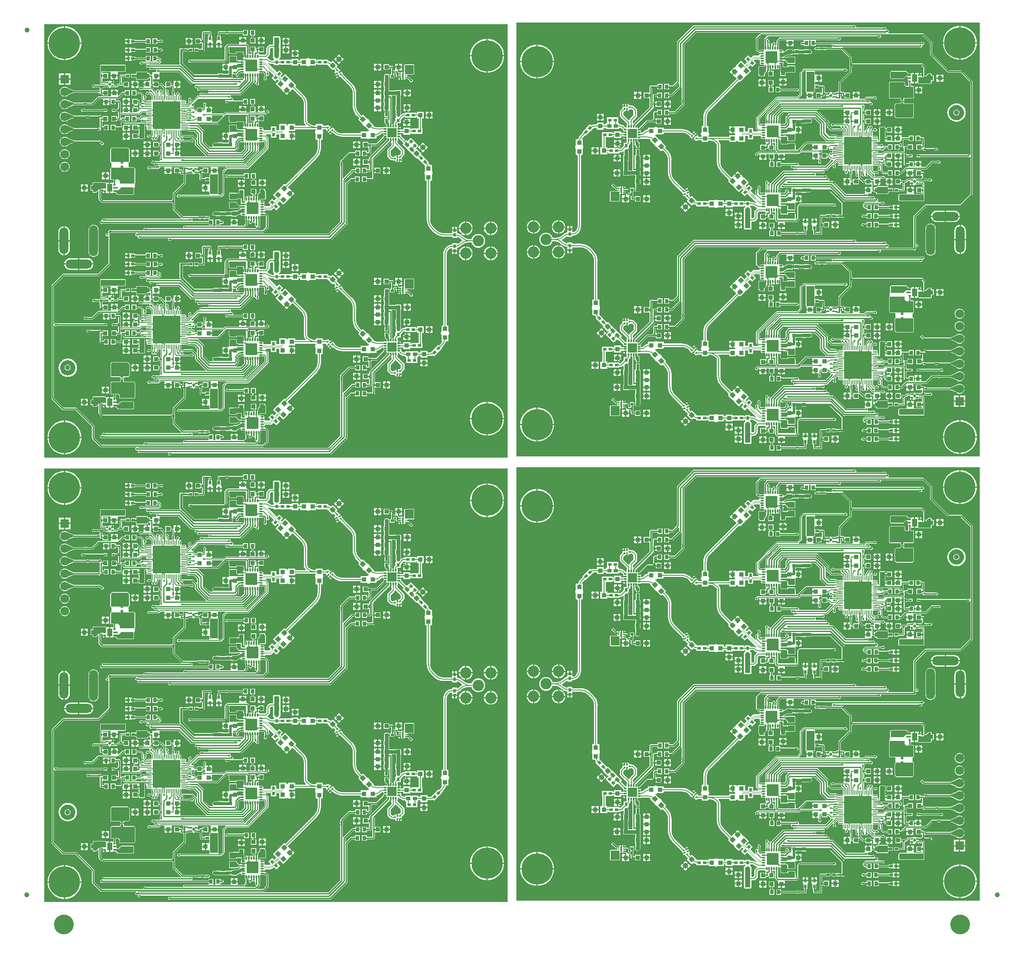
<source format=gtl>
G04*
G04 #@! TF.GenerationSoftware,Altium Limited,Altium Designer,22.5.1 (42)*
G04*
G04 Layer_Physical_Order=1*
G04 Layer_Color=255*
%FSLAX25Y25*%
%MOIN*%
G70*
G04*
G04 #@! TF.SameCoordinates,51788D37-BDA4-4E50-BAE2-16D2DB3F6F0A*
G04*
G04*
G04 #@! TF.FilePolarity,Positive*
G04*
G01*
G75*
%ADD10C,0.03937*%
%ADD11C,0.00732*%
%ADD12C,0.00481*%
%ADD13C,0.00481*%
%ADD14C,0.03000*%
%ADD15C,0.00800*%
G04:AMPARAMS|DCode=16|XSize=11.81mil|YSize=17.72mil|CornerRadius=0.3mil|HoleSize=0mil|Usage=FLASHONLY|Rotation=180.000|XOffset=0mil|YOffset=0mil|HoleType=Round|Shape=RoundedRectangle|*
%AMROUNDEDRECTD16*
21,1,0.01181,0.01713,0,0,180.0*
21,1,0.01122,0.01772,0,0,180.0*
1,1,0.00059,-0.00561,0.00856*
1,1,0.00059,0.00561,0.00856*
1,1,0.00059,0.00561,-0.00856*
1,1,0.00059,-0.00561,-0.00856*
%
%ADD16ROUNDEDRECTD16*%
G04:AMPARAMS|DCode=17|XSize=11.81mil|YSize=17.72mil|CornerRadius=0.3mil|HoleSize=0mil|Usage=FLASHONLY|Rotation=270.000|XOffset=0mil|YOffset=0mil|HoleType=Round|Shape=RoundedRectangle|*
%AMROUNDEDRECTD17*
21,1,0.01181,0.01713,0,0,270.0*
21,1,0.01122,0.01772,0,0,270.0*
1,1,0.00059,-0.00856,-0.00561*
1,1,0.00059,-0.00856,0.00561*
1,1,0.00059,0.00856,0.00561*
1,1,0.00059,0.00856,-0.00561*
%
%ADD17ROUNDEDRECTD17*%
G04:AMPARAMS|DCode=18|XSize=70.87mil|YSize=70.87mil|CornerRadius=0.35mil|HoleSize=0mil|Usage=FLASHONLY|Rotation=180.000|XOffset=0mil|YOffset=0mil|HoleType=Round|Shape=RoundedRectangle|*
%AMROUNDEDRECTD18*
21,1,0.07087,0.07016,0,0,180.0*
21,1,0.07016,0.07087,0,0,180.0*
1,1,0.00071,-0.03508,0.03508*
1,1,0.00071,0.03508,0.03508*
1,1,0.00071,0.03508,-0.03508*
1,1,0.00071,-0.03508,-0.03508*
%
%ADD18ROUNDEDRECTD18*%
G04:AMPARAMS|DCode=19|XSize=94.49mil|YSize=94.49mil|CornerRadius=2.36mil|HoleSize=0mil|Usage=FLASHONLY|Rotation=90.000|XOffset=0mil|YOffset=0mil|HoleType=Round|Shape=RoundedRectangle|*
%AMROUNDEDRECTD19*
21,1,0.09449,0.08976,0,0,90.0*
21,1,0.08976,0.09449,0,0,90.0*
1,1,0.00472,0.04488,0.04488*
1,1,0.00472,0.04488,-0.04488*
1,1,0.00472,-0.04488,-0.04488*
1,1,0.00472,-0.04488,0.04488*
%
%ADD19ROUNDEDRECTD19*%
%ADD20O,0.01181X0.03150*%
%ADD21O,0.03150X0.01181*%
G04:AMPARAMS|DCode=22|XSize=9.06mil|YSize=33.47mil|CornerRadius=1.13mil|HoleSize=0mil|Usage=FLASHONLY|Rotation=270.000|XOffset=0mil|YOffset=0mil|HoleType=Round|Shape=RoundedRectangle|*
%AMROUNDEDRECTD22*
21,1,0.00906,0.03120,0,0,270.0*
21,1,0.00679,0.03347,0,0,270.0*
1,1,0.00226,-0.01560,-0.00340*
1,1,0.00226,-0.01560,0.00340*
1,1,0.00226,0.01560,0.00340*
1,1,0.00226,0.01560,-0.00340*
%
%ADD22ROUNDEDRECTD22*%
G04:AMPARAMS|DCode=23|XSize=9.06mil|YSize=33.47mil|CornerRadius=1.13mil|HoleSize=0mil|Usage=FLASHONLY|Rotation=180.000|XOffset=0mil|YOffset=0mil|HoleType=Round|Shape=RoundedRectangle|*
%AMROUNDEDRECTD23*
21,1,0.00906,0.03120,0,0,180.0*
21,1,0.00679,0.03347,0,0,180.0*
1,1,0.00226,-0.00340,0.01560*
1,1,0.00226,0.00340,0.01560*
1,1,0.00226,0.00340,-0.01560*
1,1,0.00226,-0.00340,-0.01560*
%
%ADD23ROUNDEDRECTD23*%
G04:AMPARAMS|DCode=24|XSize=218.5mil|YSize=218.5mil|CornerRadius=2.19mil|HoleSize=0mil|Usage=FLASHONLY|Rotation=180.000|XOffset=0mil|YOffset=0mil|HoleType=Round|Shape=RoundedRectangle|*
%AMROUNDEDRECTD24*
21,1,0.21850,0.21413,0,0,180.0*
21,1,0.21413,0.21850,0,0,180.0*
1,1,0.00437,-0.10707,0.10707*
1,1,0.00437,0.10707,0.10707*
1,1,0.00437,0.10707,-0.10707*
1,1,0.00437,-0.10707,-0.10707*
%
%ADD24ROUNDEDRECTD24*%
G04:AMPARAMS|DCode=25|XSize=25.81mil|YSize=21.65mil|CornerRadius=0mil|HoleSize=0mil|Usage=FLASHONLY|Rotation=225.000|XOffset=0mil|YOffset=0mil|HoleType=Round|Shape=Rectangle|*
%AMROTATEDRECTD25*
4,1,4,0.00147,0.01678,0.01678,0.00147,-0.00147,-0.01678,-0.01678,-0.00147,0.00147,0.01678,0.0*
%
%ADD25ROTATEDRECTD25*%

G04:AMPARAMS|DCode=26|XSize=11.81mil|YSize=14.76mil|CornerRadius=0.3mil|HoleSize=0mil|Usage=FLASHONLY|Rotation=135.000|XOffset=0mil|YOffset=0mil|HoleType=Round|Shape=RoundedRectangle|*
%AMROUNDEDRECTD26*
21,1,0.01181,0.01417,0,0,135.0*
21,1,0.01122,0.01476,0,0,135.0*
1,1,0.00059,0.00104,0.00898*
1,1,0.00059,0.00898,0.00104*
1,1,0.00059,-0.00104,-0.00898*
1,1,0.00059,-0.00898,-0.00104*
%
%ADD26ROUNDEDRECTD26*%
%ADD27R,0.03543X0.03543*%
%ADD28R,0.03000X0.03000*%
%ADD29R,0.01600X0.01600*%
%ADD30R,0.03543X0.03543*%
G04:AMPARAMS|DCode=31|XSize=9.45mil|YSize=14.57mil|CornerRadius=0.94mil|HoleSize=0mil|Usage=FLASHONLY|Rotation=90.000|XOffset=0mil|YOffset=0mil|HoleType=Round|Shape=RoundedRectangle|*
%AMROUNDEDRECTD31*
21,1,0.00945,0.01268,0,0,90.0*
21,1,0.00756,0.01457,0,0,90.0*
1,1,0.00189,0.00634,0.00378*
1,1,0.00189,0.00634,-0.00378*
1,1,0.00189,-0.00634,-0.00378*
1,1,0.00189,-0.00634,0.00378*
%
%ADD31ROUNDEDRECTD31*%
G04:AMPARAMS|DCode=32|XSize=15.75mil|YSize=42.52mil|CornerRadius=0.39mil|HoleSize=0mil|Usage=FLASHONLY|Rotation=180.000|XOffset=0mil|YOffset=0mil|HoleType=Round|Shape=RoundedRectangle|*
%AMROUNDEDRECTD32*
21,1,0.01575,0.04173,0,0,180.0*
21,1,0.01496,0.04252,0,0,180.0*
1,1,0.00079,-0.00748,0.02087*
1,1,0.00079,0.00748,0.02087*
1,1,0.00079,0.00748,-0.02087*
1,1,0.00079,-0.00748,-0.02087*
%
%ADD32ROUNDEDRECTD32*%
G04:AMPARAMS|DCode=33|XSize=39.37mil|YSize=62.99mil|CornerRadius=1.97mil|HoleSize=0mil|Usage=FLASHONLY|Rotation=360.000|XOffset=0mil|YOffset=0mil|HoleType=Round|Shape=RoundedRectangle|*
%AMROUNDEDRECTD33*
21,1,0.03937,0.05906,0,0,360.0*
21,1,0.03543,0.06299,0,0,360.0*
1,1,0.00394,0.01772,-0.02953*
1,1,0.00394,-0.01772,-0.02953*
1,1,0.00394,-0.01772,0.02953*
1,1,0.00394,0.01772,0.02953*
%
%ADD33ROUNDEDRECTD33*%
G04:AMPARAMS|DCode=34|XSize=11.81mil|YSize=17.72mil|CornerRadius=1.95mil|HoleSize=0mil|Usage=FLASHONLY|Rotation=90.000|XOffset=0mil|YOffset=0mil|HoleType=Round|Shape=RoundedRectangle|*
%AMROUNDEDRECTD34*
21,1,0.01181,0.01382,0,0,90.0*
21,1,0.00791,0.01772,0,0,90.0*
1,1,0.00390,0.00691,0.00396*
1,1,0.00390,0.00691,-0.00396*
1,1,0.00390,-0.00691,-0.00396*
1,1,0.00390,-0.00691,0.00396*
%
%ADD34ROUNDEDRECTD34*%
%ADD35P,0.03229X4X360.0*%
%ADD36R,0.00787X0.01181*%
%ADD37R,0.08700X0.04600*%
%ADD38R,0.02581X0.02165*%
%ADD39R,0.02165X0.02581*%
G04:AMPARAMS|DCode=40|XSize=11.81mil|YSize=14.76mil|CornerRadius=0.3mil|HoleSize=0mil|Usage=FLASHONLY|Rotation=180.000|XOffset=0mil|YOffset=0mil|HoleType=Round|Shape=RoundedRectangle|*
%AMROUNDEDRECTD40*
21,1,0.01181,0.01417,0,0,180.0*
21,1,0.01122,0.01476,0,0,180.0*
1,1,0.00059,-0.00561,0.00709*
1,1,0.00059,0.00561,0.00709*
1,1,0.00059,0.00561,-0.00709*
1,1,0.00059,-0.00561,-0.00709*
%
%ADD40ROUNDEDRECTD40*%
G04:AMPARAMS|DCode=41|XSize=11.81mil|YSize=14.76mil|CornerRadius=0.3mil|HoleSize=0mil|Usage=FLASHONLY|Rotation=115.000|XOffset=0mil|YOffset=0mil|HoleType=Round|Shape=RoundedRectangle|*
%AMROUNDEDRECTD41*
21,1,0.01181,0.01417,0,0,115.0*
21,1,0.01122,0.01476,0,0,115.0*
1,1,0.00059,0.00405,0.00808*
1,1,0.00059,0.00879,-0.00209*
1,1,0.00059,-0.00405,-0.00808*
1,1,0.00059,-0.00879,0.00209*
%
%ADD41ROUNDEDRECTD41*%
%ADD42R,0.03150X0.03543*%
%ADD43R,0.02000X0.03000*%
%ADD44R,0.03543X0.02756*%
%ADD45P,0.05011X4X180.0*%
%ADD46R,0.05512X0.04724*%
%ADD47R,0.02362X0.03150*%
%ADD48R,0.01600X0.01600*%
%ADD49R,0.03000X0.02000*%
%ADD50P,0.05011X4X270.0*%
G04:AMPARAMS|DCode=51|XSize=25.81mil|YSize=21.65mil|CornerRadius=0mil|HoleSize=0mil|Usage=FLASHONLY|Rotation=135.000|XOffset=0mil|YOffset=0mil|HoleType=Round|Shape=Rectangle|*
%AMROTATEDRECTD51*
4,1,4,0.01678,-0.00147,0.00147,-0.01678,-0.01678,0.00147,-0.00147,0.01678,0.01678,-0.00147,0.0*
%
%ADD51ROTATEDRECTD51*%

G04:AMPARAMS|DCode=52|XSize=35.43mil|YSize=27.56mil|CornerRadius=0mil|HoleSize=0mil|Usage=FLASHONLY|Rotation=135.000|XOffset=0mil|YOffset=0mil|HoleType=Round|Shape=Rectangle|*
%AMROTATEDRECTD52*
4,1,4,0.02227,-0.00278,0.00278,-0.02227,-0.02227,0.00278,-0.00278,0.02227,0.02227,-0.00278,0.0*
%
%ADD52ROTATEDRECTD52*%

%ADD53R,0.02000X0.01400*%
%ADD54C,0.01000*%
%ADD55C,0.01500*%
%ADD56C,0.02400*%
%ADD57C,0.01200*%
%ADD58C,0.02000*%
%ADD59C,0.02500*%
%ADD60C,0.00600*%
%ADD61R,0.01600X0.01600*%
%ADD62R,0.02581X0.02165*%
%ADD63R,0.03543X0.03543*%
%ADD64C,0.15748*%
%ADD65C,0.08976*%
%ADD66C,0.25000*%
%ADD67C,0.07087*%
%ADD68R,0.07087X0.07087*%
%ADD69O,0.21260X0.07087*%
%ADD70O,0.07087X0.21260*%
%ADD71O,0.07087X0.24803*%
%ADD72C,0.01575*%
%ADD73C,0.01968*%
%ADD74C,0.02362*%
G36*
X770669Y385827D02*
X400591D01*
Y732283D01*
X770669D01*
Y385827D01*
D02*
G37*
G36*
X393701Y384744D02*
X23622D01*
Y731201D01*
X393701D01*
Y384744D01*
D02*
G37*
G36*
X770669Y30709D02*
X400591D01*
Y377165D01*
X770669D01*
Y30709D01*
D02*
G37*
G36*
X393701Y29626D02*
X23622D01*
Y376083D01*
X393701D01*
Y29626D01*
D02*
G37*
%LPC*%
G36*
X755669Y729720D02*
X755106D01*
Y716720D01*
X768106D01*
Y717283D01*
X767774Y719382D01*
X767117Y721403D01*
X766152Y723296D01*
X764903Y725015D01*
X763401Y726518D01*
X761682Y727767D01*
X759789Y728731D01*
X757768Y729388D01*
X755669Y729720D01*
D02*
G37*
G36*
X754106D02*
X753544D01*
X751445Y729388D01*
X749424Y728731D01*
X747531Y727767D01*
X745812Y726518D01*
X744309Y725015D01*
X743060Y723296D01*
X742095Y721403D01*
X741439Y719382D01*
X741106Y717283D01*
Y716720D01*
X754106D01*
Y729720D01*
D02*
G37*
G36*
X670853Y730374D02*
X670380D01*
X669944Y730193D01*
X669914Y730163D01*
X669194Y730119D01*
X669165Y730104D01*
X542270D01*
X541919Y730034D01*
X541621Y729835D01*
X529023Y717237D01*
X528824Y716939D01*
X528754Y716588D01*
Y685472D01*
X525355Y682073D01*
X522644D01*
Y683274D01*
X518695D01*
Y678931D01*
X522644D01*
Y680237D01*
X525735D01*
X526086Y680307D01*
X526384Y680506D01*
X530026Y684148D01*
X530526Y683941D01*
Y681535D01*
X524174Y675183D01*
X522447D01*
Y676384D01*
X518498D01*
Y672041D01*
X522447D01*
Y673348D01*
X524554D01*
X524905Y673418D01*
X525203Y673617D01*
X532047Y680461D01*
X532236Y680437D01*
X532547Y680287D01*
Y670743D01*
X532533Y670714D01*
X532488Y669994D01*
X532458Y669964D01*
X532277Y669527D01*
Y669055D01*
X532458Y668619D01*
X532488Y668588D01*
X532533Y667869D01*
X532547Y667839D01*
Y667112D01*
X526785Y661351D01*
X522447D01*
Y662605D01*
X518498D01*
Y658261D01*
X522447D01*
Y659515D01*
X527166D01*
X527517Y659585D01*
X527814Y659784D01*
X534114Y666083D01*
X534312Y666381D01*
X534382Y666732D01*
Y667839D01*
X534397Y667869D01*
X534441Y668588D01*
X534471Y668619D01*
X534652Y669055D01*
Y669527D01*
X534471Y669964D01*
X534441Y669994D01*
X534397Y670714D01*
X534382Y670743D01*
Y714755D01*
X544103Y724476D01*
X695399D01*
X695428Y724462D01*
X695905Y724432D01*
X696021Y724305D01*
X695800Y723805D01*
X595814D01*
X595462Y723735D01*
X595165Y723536D01*
X592015Y720387D01*
X591816Y720089D01*
X591746Y719738D01*
Y710683D01*
X591816Y710331D01*
X592015Y710034D01*
X593119Y708930D01*
X593416Y708731D01*
X593767Y708661D01*
X594138D01*
X594226Y708496D01*
X594354Y708161D01*
X594344Y708111D01*
X596850D01*
Y707264D01*
X595866D01*
X595246Y707140D01*
X595201Y707111D01*
X594344D01*
X594368Y706990D01*
X594611Y706626D01*
X594368Y706263D01*
X594330Y706072D01*
X589960D01*
X589476Y705976D01*
X589066Y705702D01*
X587545Y704180D01*
X585483Y706242D01*
X582538Y703297D01*
X584336Y701498D01*
X584409Y701133D01*
X584660Y700758D01*
X582825Y698923D01*
X579877Y701871D01*
X575958Y697951D01*
X575958D01*
X575958Y697951D01*
X575851Y697351D01*
X575113Y696613D01*
X574866Y696860D01*
X573260Y695254D01*
X575220Y693294D01*
X574866Y692940D01*
X575220Y692587D01*
X573260Y690627D01*
X574866Y689020D01*
X574866D01*
X575268Y688833D01*
X576440Y687661D01*
X553479Y664701D01*
X553119Y664353D01*
X553119Y664353D01*
X551957Y662992D01*
X551022Y661467D01*
X550338Y659814D01*
X549920Y658074D01*
X549780Y656291D01*
X549788D01*
Y649622D01*
X548410D01*
Y644512D01*
X548103Y644385D01*
X547977Y644079D01*
Y642535D01*
X548103Y642229D01*
X548410Y642102D01*
Y641157D01*
X545833D01*
X545566Y641657D01*
X545568Y641659D01*
X545647Y642060D01*
X545568Y642462D01*
X545340Y642803D01*
X545297Y642846D01*
X544104Y641653D01*
X544019Y641637D01*
X543346Y642310D01*
X544590Y643553D01*
X544547Y643596D01*
X544206Y643824D01*
X544181Y643829D01*
X544175Y643854D01*
X543948Y644195D01*
X543905Y644238D01*
X542662Y642994D01*
X542308Y643348D01*
X541954Y642994D01*
X540809Y644140D01*
X540643Y643997D01*
X540201Y644187D01*
X539173Y645064D01*
X537648Y645999D01*
X535995Y646684D01*
X534255Y647101D01*
X532472Y647242D01*
Y647233D01*
X518126D01*
Y648559D01*
X513016D01*
X512889Y648866D01*
X512583Y648992D01*
X511039D01*
X510733Y648866D01*
X510606Y648559D01*
X505496D01*
Y647076D01*
X504240Y646695D01*
X502998Y646031D01*
X501910Y645138D01*
X501910Y645138D01*
X501534Y644838D01*
X501314Y644669D01*
X500612Y644378D01*
X500345Y644343D01*
X499845Y644781D01*
Y645365D01*
X499833Y645393D01*
X499733Y645788D01*
X499833Y646183D01*
X499845Y646211D01*
Y646901D01*
X505622Y652678D01*
X510679D01*
X510689Y652671D01*
X510724Y652678D01*
X510824D01*
X510859Y652671D01*
X510869Y652678D01*
X512002D01*
Y651372D01*
X516345D01*
Y655715D01*
X512002D01*
X511692Y656086D01*
Y659568D01*
X512986D01*
Y658261D01*
X516935D01*
Y662605D01*
X512986D01*
Y661403D01*
X510774D01*
X510423Y661334D01*
X510125Y661135D01*
X509926Y660837D01*
X509857Y660486D01*
Y655291D01*
X509079Y654514D01*
X505242D01*
X504891Y654444D01*
X504593Y654245D01*
X498208Y647859D01*
X498167Y647798D01*
X497668D01*
X497575Y647759D01*
X497365Y648074D01*
X497051Y648283D01*
X497089Y648376D01*
Y649440D01*
X511029Y663380D01*
X511228Y663678D01*
X511298Y664029D01*
Y665511D01*
X511502Y665667D01*
X512002Y665421D01*
Y665151D01*
X516345D01*
Y669494D01*
X512002D01*
Y669330D01*
X511502Y669084D01*
X511298Y669240D01*
Y673348D01*
X512986D01*
Y672041D01*
X516935D01*
Y676384D01*
X512986D01*
Y675183D01*
X510380D01*
X510029Y675113D01*
X509732Y674914D01*
X509533Y674616D01*
X509463Y674265D01*
Y668413D01*
X509447Y668376D01*
Y666376D01*
X509463Y666339D01*
Y664537D01*
X509223Y664356D01*
X509172Y664363D01*
X508739Y664616D01*
Y674170D01*
X508746Y674180D01*
X508739Y674215D01*
Y674315D01*
X508746Y674350D01*
X508739Y674361D01*
Y680237D01*
X513183D01*
Y678931D01*
X517132D01*
Y683274D01*
X513183D01*
Y682073D01*
X507821D01*
X507470Y682003D01*
X507172Y681804D01*
X506974Y681506D01*
X506904Y681155D01*
Y676799D01*
X506699Y676384D01*
X502356D01*
Y672041D01*
X506699D01*
X506904Y671626D01*
Y664803D01*
X493966Y651865D01*
X493466Y652073D01*
Y653848D01*
X496405Y656787D01*
X496707Y657239D01*
X496813Y657772D01*
X496813Y657772D01*
Y662469D01*
X496813Y662469D01*
X496707Y663002D01*
X496405Y663454D01*
X494289Y665570D01*
X494289Y665570D01*
X493837Y665872D01*
X493304Y665978D01*
X493304Y665978D01*
X492072D01*
X492033Y666036D01*
X491693Y666263D01*
X491291Y666343D01*
X490372D01*
Y666425D01*
X490293Y666827D01*
X490065Y667168D01*
X489724Y667395D01*
X489323Y667475D01*
X489262D01*
Y665789D01*
X489214Y665717D01*
X488262D01*
Y667475D01*
X488201D01*
X487799Y667395D01*
X487777Y667381D01*
X487756Y667395D01*
X487354Y667475D01*
X487293D01*
Y665717D01*
X486793D01*
Y665217D01*
X485182D01*
Y665008D01*
X485262Y664606D01*
X485277Y664585D01*
X485262Y664563D01*
X485182Y664162D01*
Y663734D01*
X483551Y662102D01*
X483551Y662102D01*
X483249Y661650D01*
X483143Y661117D01*
Y657954D01*
X483143Y657954D01*
X483249Y657421D01*
X483551Y656969D01*
X483551Y656969D01*
X488712Y651807D01*
Y650618D01*
X488627Y650491D01*
X488547Y650089D01*
Y648405D01*
X488047Y648392D01*
X487329Y649110D01*
X486988Y649476D01*
X486988Y649476D01*
X485899Y650313D01*
X484630Y650838D01*
X483268Y651018D01*
Y650999D01*
X482693D01*
Y651984D01*
X481924D01*
X481829Y652445D01*
X481829D01*
Y656610D01*
X472895D01*
Y652445D01*
X472895D01*
X472800Y651984D01*
X472032D01*
Y650999D01*
X470291D01*
Y652378D01*
X464748D01*
Y650999D01*
X462630D01*
Y651002D01*
X461415Y650883D01*
X460248Y650529D01*
X460164Y650484D01*
X459363Y651285D01*
X456285Y648207D01*
X453046Y644968D01*
X453534Y644480D01*
X452169Y643115D01*
X452169Y643115D01*
X452155Y643128D01*
X450975Y641690D01*
X450098Y640049D01*
X449837Y639189D01*
X448016D01*
Y634079D01*
X447710Y633952D01*
X447583Y633646D01*
Y632102D01*
X447710Y631796D01*
X448016Y631669D01*
Y626559D01*
X449395D01*
Y569713D01*
X449408Y569645D01*
X449235Y568328D01*
X448700Y567038D01*
X447892Y565984D01*
X447834Y565946D01*
X447818Y565921D01*
X447046Y565329D01*
X446120Y564945D01*
X445610Y564878D01*
X445110Y565316D01*
Y566631D01*
X441110D01*
Y564682D01*
X440018Y564351D01*
X438937Y563773D01*
X438338Y563282D01*
X437989Y562995D01*
X437690Y562724D01*
X437602Y562645D01*
X436674Y561883D01*
X435182Y561086D01*
X433564Y560596D01*
X431943Y560436D01*
X431882Y560448D01*
X431418Y560463D01*
Y560448D01*
X429521D01*
X429327Y561173D01*
X428604Y562425D01*
X427582Y563447D01*
X426331Y564169D01*
X424935Y564543D01*
X423490D01*
X422094Y564169D01*
X420843Y563447D01*
X419821Y562425D01*
X419098Y561173D01*
X418724Y559778D01*
Y558333D01*
X419098Y556937D01*
X419821Y555685D01*
X420843Y554664D01*
X422094Y553941D01*
X423490Y553567D01*
X424935D01*
X426331Y553941D01*
X427582Y554664D01*
X428604Y555685D01*
X429327Y556937D01*
X429521Y557662D01*
X431472D01*
X432575Y557553D01*
X433687Y557216D01*
X434712Y556668D01*
X435234Y556240D01*
X435602Y555923D01*
X435602Y555923D01*
X436869Y554841D01*
X438290Y553970D01*
X439829Y553333D01*
X441110Y553025D01*
Y551012D01*
X445110D01*
Y552819D01*
X451685D01*
X451747Y552832D01*
X453368Y552672D01*
X454986Y552181D01*
X456477Y551384D01*
X457405Y550622D01*
X457771Y550298D01*
X457771Y550298D01*
X460063Y548007D01*
X460115Y547972D01*
X461148Y546713D01*
X461945Y545222D01*
X462436Y543604D01*
X462596Y541982D01*
X462583Y541921D01*
Y511039D01*
X461205D01*
Y505929D01*
X460899Y505802D01*
X460772Y505496D01*
Y503953D01*
X460899Y503647D01*
X461205Y503520D01*
Y498410D01*
X463145D01*
X463773Y497235D01*
X464207Y496706D01*
X463676Y496174D01*
X466915Y492935D01*
X469993Y489857D01*
X469506Y489370D01*
X473425Y485450D01*
X474097Y486123D01*
X474491Y485729D01*
X471747Y482985D01*
X474986Y479746D01*
X478064Y476668D01*
X480808Y479412D01*
X481419Y478801D01*
X481781Y479163D01*
X485791Y475153D01*
Y474951D01*
X485871Y474549D01*
X485885Y474528D01*
X485871Y474506D01*
X485791Y474105D01*
Y474044D01*
X486345D01*
X486439Y473981D01*
X486841Y473901D01*
X487697D01*
Y473186D01*
X486841D01*
X486439Y473106D01*
X486345Y473044D01*
X485791D01*
Y472983D01*
X485779Y472968D01*
X484071D01*
Y474228D01*
X478528D01*
Y472850D01*
X477684D01*
Y473539D01*
X468750D01*
Y469374D01*
X469079D01*
Y461433D01*
X467701D01*
Y455890D01*
X473244D01*
Y457268D01*
X473879D01*
Y456579D01*
X482813D01*
Y457268D01*
X484252D01*
X484252Y457268D01*
X484785Y457374D01*
X485237Y457676D01*
X485237Y457677D01*
X485752Y458191D01*
X486252Y457984D01*
Y454927D01*
X486017D01*
Y450584D01*
X486055D01*
Y443117D01*
X485820D01*
Y438773D01*
X490164D01*
Y439008D01*
X495269D01*
Y438773D01*
X495504D01*
Y436227D01*
X495269D01*
Y431883D01*
X495504D01*
Y428358D01*
X495465Y428300D01*
X495318Y427559D01*
X495465Y426818D01*
X495565Y426669D01*
Y426076D01*
X496054D01*
X496514Y425769D01*
X497255Y425622D01*
X497441D01*
X498182Y425769D01*
X498642Y426076D01*
X498946D01*
Y426391D01*
X499231Y426818D01*
X499378Y427559D01*
Y431883D01*
X499613D01*
Y436227D01*
X499378D01*
Y438773D01*
X499613D01*
Y443117D01*
X499378D01*
Y444679D01*
X499613D01*
Y449022D01*
X499378D01*
Y450584D01*
X499613D01*
Y454928D01*
X498868D01*
Y456763D01*
X498924D01*
Y460144D01*
X495958D01*
Y456763D01*
X496013D01*
Y454928D01*
X495269D01*
X495012Y455321D01*
Y462873D01*
X495510Y462926D01*
X495580Y462811D01*
X495632Y462686D01*
X495664Y462673D01*
X495682Y462643D01*
X495813Y462611D01*
X495938Y462559D01*
X495958D01*
Y461116D01*
X498924D01*
Y462828D01*
X498932Y462853D01*
X498989Y462992D01*
X498982Y463008D01*
X498988Y463025D01*
X498924Y463870D01*
Y464497D01*
X498876D01*
X498837Y465006D01*
X498769Y465140D01*
X498711Y465279D01*
X497127Y466863D01*
Y467613D01*
X497627Y468004D01*
X497667Y467996D01*
X499380D01*
X499782Y468076D01*
X499988Y468214D01*
X505156D01*
X505195Y468222D01*
X506574Y468086D01*
X507408Y467833D01*
X507549Y467268D01*
X507354Y467072D01*
X510968Y463459D01*
X510841Y463153D01*
X510968Y462847D01*
X512059Y461755D01*
X512365Y461628D01*
X512671Y461755D01*
X516285Y458142D01*
X517260Y459117D01*
X519118Y457259D01*
X519170Y457224D01*
X520203Y455965D01*
X521000Y454474D01*
X521491Y452855D01*
X521651Y451234D01*
X521638Y451173D01*
Y441315D01*
X521630D01*
X521770Y439531D01*
X522188Y437792D01*
X522873Y436139D01*
X523808Y434613D01*
X524969Y433253D01*
X524969Y433253D01*
X525329Y432905D01*
X532346Y425888D01*
X532377Y425762D01*
X532851Y424745D01*
X533093Y424415D01*
X533115Y424401D01*
X533111Y424376D01*
X533209Y423978D01*
X533235Y423923D01*
X533737Y424157D01*
X533848Y424140D01*
X534246Y424237D01*
X534888Y424537D01*
X535230Y423803D01*
X535185Y423729D01*
X533657Y423016D01*
X533683Y422961D01*
X533925Y422631D01*
X534275Y422418D01*
X534680Y422356D01*
X535078Y422453D01*
X535152Y422488D01*
X535541Y421655D01*
X535783Y421325D01*
X536133Y421113D01*
X536282Y421090D01*
X537553Y419819D01*
X536578Y418844D01*
X540498Y414924D01*
X541755Y416182D01*
X542724Y415664D01*
X544144Y415233D01*
Y414256D01*
X553078D01*
Y414946D01*
X553724D01*
Y413567D01*
X558835D01*
X558962Y413261D01*
X559268Y413134D01*
X560811D01*
X561117Y413261D01*
X561244Y413567D01*
X566354D01*
Y414946D01*
X567701D01*
Y413567D01*
X573244D01*
Y414081D01*
X573672Y414256D01*
Y414256D01*
X582606D01*
Y414946D01*
X583154D01*
Y413399D01*
X582877Y413344D01*
X582547Y413123D01*
X582326Y412792D01*
X582248Y412402D01*
Y409268D01*
X582071D01*
Y403724D01*
X582248D01*
Y402378D01*
X582071D01*
Y396835D01*
X582248D01*
Y396654D01*
X582326Y396263D01*
X582547Y395933D01*
X582877Y395712D01*
X583268Y395634D01*
X587205D01*
X587595Y395712D01*
X587926Y395933D01*
X588147Y396263D01*
X588224Y396654D01*
Y402150D01*
X590354D01*
X590887Y402256D01*
X591339Y402558D01*
X591339Y402558D01*
X592914Y404133D01*
X593216Y404585D01*
X593322Y405118D01*
X593322Y405118D01*
Y409266D01*
X594278Y410221D01*
X598853D01*
X598895Y410009D01*
X599247Y409483D01*
X599773Y409132D01*
X599737Y408890D01*
X599721Y408809D01*
Y408781D01*
X599700Y408641D01*
X599613Y408274D01*
X595269D01*
Y403931D01*
X599613D01*
Y404742D01*
X599715Y404845D01*
X600113Y405035D01*
X600402Y404915D01*
X600875D01*
X601311Y405096D01*
X601645Y405430D01*
X601659Y405463D01*
X602159Y405364D01*
Y403931D01*
X606502D01*
Y408274D01*
X605248D01*
Y409585D01*
X605254Y409591D01*
X605748Y409807D01*
X605913Y409697D01*
X606299Y409620D01*
X606686Y409697D01*
X606850Y409807D01*
X607344Y409591D01*
X607350Y409585D01*
Y407972D01*
X607350Y407972D01*
Y403543D01*
X607420Y403192D01*
X607619Y402894D01*
X608406Y402107D01*
X608704Y401908D01*
X608962Y401857D01*
X609055Y401838D01*
X609433Y401573D01*
X609433Y401338D01*
Y399516D01*
X614976D01*
X614976Y401787D01*
X615455Y401838D01*
X624213D01*
X624564Y401908D01*
X624861Y402107D01*
X626436Y403682D01*
X626635Y403980D01*
X626705Y404331D01*
Y413793D01*
X627349Y414437D01*
X653076D01*
X653105Y414422D01*
X653825Y414378D01*
X653855Y414348D01*
X654291Y414167D01*
X654764D01*
X655200Y414348D01*
X655534Y414682D01*
X655715Y415118D01*
Y415590D01*
X655534Y416027D01*
X655200Y416361D01*
X654764Y416542D01*
X654291D01*
X653855Y416361D01*
X653825Y416331D01*
X653105Y416287D01*
X653076Y416272D01*
X626968D01*
X626617Y416202D01*
X626320Y416003D01*
X625139Y414822D01*
X624940Y414524D01*
X624870Y414173D01*
Y404711D01*
X624077Y403918D01*
X623837Y403958D01*
X623464Y404331D01*
Y407874D01*
X623338Y408180D01*
X623235Y408223D01*
Y409652D01*
X616923D01*
Y408307D01*
X611973D01*
X611246Y412146D01*
Y412154D01*
X611746Y412564D01*
X611811Y412551D01*
X612008D01*
Y414758D01*
X615395D01*
X615601Y414962D01*
X615705Y415016D01*
X616923Y414338D01*
Y411214D01*
X623235D01*
Y414134D01*
X623251Y414173D01*
Y416723D01*
X623186Y416879D01*
X623125Y417028D01*
X623124Y417029D01*
X623124Y417029D01*
X623284Y417504D01*
X625091D01*
Y420276D01*
Y423047D01*
X623534D01*
Y425320D01*
X624132D01*
Y425589D01*
X628206D01*
Y425320D01*
X632006D01*
Y426048D01*
X634570D01*
X634606Y426033D01*
X635079D01*
X635115Y426048D01*
X651034D01*
X660245Y416837D01*
Y407696D01*
X660217D01*
Y407516D01*
X658680D01*
Y407696D01*
X656280D01*
Y407414D01*
X655442D01*
Y407979D01*
X652061D01*
Y405013D01*
X655442D01*
Y405578D01*
X656280D01*
Y405296D01*
X658680D01*
Y405476D01*
X660217D01*
Y405296D01*
X662617D01*
Y407696D01*
X662590D01*
Y417323D01*
X662501Y417771D01*
X662432Y417874D01*
X662700Y418374D01*
X686934D01*
X686964Y418359D01*
X687318Y418337D01*
X687395Y418245D01*
X687161Y417745D01*
X679331D01*
X679331Y417745D01*
X679019Y417683D01*
X678754Y417506D01*
X677573Y416325D01*
X677573Y416325D01*
X677396Y416060D01*
X677334Y415748D01*
X677334Y415748D01*
Y414370D01*
X677334Y414370D01*
X677396Y414058D01*
X677573Y413793D01*
X677573Y413793D01*
X678557Y412809D01*
X678822Y412632D01*
X679134Y412570D01*
X679134Y412570D01*
X680309D01*
Y411214D01*
X684258D01*
Y415557D01*
X680309D01*
Y414201D01*
X679472D01*
X678965Y414708D01*
Y415410D01*
X679669Y416114D01*
X691949D01*
X691967Y416102D01*
X692789Y415965D01*
X692831Y415922D01*
X693268Y415742D01*
X693740D01*
X694177Y415922D01*
X694511Y416257D01*
X694691Y416693D01*
Y417165D01*
X694511Y417602D01*
X694177Y417936D01*
X693740Y418117D01*
X693268D01*
X692831Y417936D01*
X692789Y417894D01*
X691967Y417756D01*
X691949Y417745D01*
X689061D01*
X688962Y418245D01*
X689058Y418285D01*
X689393Y418619D01*
X689573Y419055D01*
Y419527D01*
X689393Y419964D01*
X689058Y420298D01*
X688622Y420479D01*
X688150D01*
X687713Y420298D01*
X687683Y420268D01*
X686979Y420224D01*
X686873Y420318D01*
X686680Y420709D01*
X686794Y420984D01*
Y421457D01*
X686613Y421893D01*
X686279Y422227D01*
X685843Y422408D01*
X685370D01*
X684934Y422227D01*
X684903Y422197D01*
X684184Y422153D01*
X684154Y422138D01*
X681391D01*
X681255Y422347D01*
X681142Y422638D01*
X681294Y423004D01*
Y423476D01*
X681113Y423913D01*
X681339Y424394D01*
X684268D01*
Y425997D01*
X684500Y426174D01*
X684768Y426302D01*
X685039Y426248D01*
X686411D01*
Y424994D01*
X687953D01*
Y424409D01*
X688080Y424103D01*
X688386Y423977D01*
X697047D01*
X697353Y424103D01*
X697480Y424409D01*
Y425500D01*
X697905Y425683D01*
Y425683D01*
X701286D01*
Y428648D01*
X697905D01*
Y428648D01*
X697480Y428830D01*
Y429921D01*
X697353Y430227D01*
X697047Y430354D01*
X688386D01*
X688080Y430227D01*
X687953Y429921D01*
Y429337D01*
X686411D01*
Y429337D01*
X685957Y429448D01*
Y431284D01*
X688083D01*
Y434055D01*
X688583D01*
Y434555D01*
X691354D01*
Y436586D01*
X691992D01*
X692006Y436577D01*
X692808Y436418D01*
X692934Y436293D01*
X693370Y436112D01*
X693843D01*
X694279Y436293D01*
X694613Y436627D01*
X694794Y437063D01*
Y437535D01*
X694613Y437972D01*
X694279Y438306D01*
X693843Y438487D01*
X693370D01*
X693023Y438343D01*
X692157Y438231D01*
X692133Y438217D01*
X686936D01*
X686683Y438717D01*
X686794Y438984D01*
Y439457D01*
X686613Y439893D01*
X686909Y440277D01*
X687069Y440393D01*
X687892Y440256D01*
X687934Y440214D01*
X688370Y440033D01*
X688842D01*
X689279Y440214D01*
X689613Y440548D01*
X689794Y440984D01*
Y441457D01*
X689613Y441893D01*
X689279Y442227D01*
X688842Y442408D01*
X688370D01*
X687934Y442227D01*
X687892Y442185D01*
X687069Y442048D01*
X687051Y442036D01*
X686366D01*
X685120Y443281D01*
Y443455D01*
X685147Y443519D01*
Y446281D01*
X685232Y446658D01*
X685609Y446743D01*
X688371D01*
X688764Y446906D01*
X688772Y446924D01*
X689271D01*
X689641Y446555D01*
Y445641D01*
X689637Y445636D01*
X689389Y444743D01*
X689308Y444662D01*
X689128Y444226D01*
Y443754D01*
X689308Y443317D01*
X689642Y442983D01*
X690079Y442802D01*
X690551D01*
X690988Y442983D01*
X691109Y443105D01*
X691609Y442898D01*
Y442126D01*
X691664Y441853D01*
X691818Y441621D01*
X692999Y440440D01*
X693231Y440285D01*
X693504Y440231D01*
X697041D01*
Y438773D01*
X700990D01*
Y443117D01*
X697041D01*
Y441659D01*
X693800D01*
X693037Y442422D01*
Y446454D01*
X692982Y446728D01*
X692828Y446959D01*
X692177Y447610D01*
X692460Y448034D01*
X692480Y448025D01*
X692953D01*
X693389Y448206D01*
X693723Y448540D01*
X693904Y448976D01*
Y449449D01*
X693723Y449885D01*
X693492Y450116D01*
X693489Y450552D01*
X693533Y450701D01*
X693822Y450990D01*
X693823Y450993D01*
X694360Y450983D01*
X694466Y450727D01*
X694496Y450697D01*
X694540Y449978D01*
X694555Y449948D01*
Y447638D01*
X694625Y447287D01*
X694824Y446989D01*
X695121Y446790D01*
X695472Y446720D01*
X696057D01*
Y445663D01*
X700400D01*
Y450006D01*
X698851D01*
X698752Y450506D01*
X698901Y450568D01*
X699235Y450902D01*
X699416Y451339D01*
Y451811D01*
X699316Y452053D01*
X699583Y452553D01*
X700400D01*
Y456767D01*
X702543D01*
Y455224D01*
X708087D01*
Y456767D01*
X709909D01*
Y454820D01*
X709902Y454809D01*
X709909Y454774D01*
Y454674D01*
X709902Y454639D01*
X709909Y454629D01*
Y447835D01*
X709979Y447483D01*
X710178Y447186D01*
X710476Y446987D01*
X710827Y446917D01*
X713420D01*
X713773Y446563D01*
X713773Y445663D01*
X713289Y445625D01*
X711833D01*
X711482Y445555D01*
X711184Y445356D01*
X707691Y441862D01*
X706502D01*
Y443117D01*
X702553D01*
Y438773D01*
X706502D01*
Y440027D01*
X708071D01*
X708422Y440097D01*
X708720Y440296D01*
X711530Y443107D01*
X711992Y442915D01*
Y441445D01*
X717535D01*
Y443716D01*
X718005Y443789D01*
X727581D01*
X727932Y443859D01*
X728230Y444058D01*
X732860Y448689D01*
X736540D01*
X736570Y448674D01*
X737289Y448630D01*
X737320Y448600D01*
X737756Y448419D01*
X738228D01*
X738665Y448600D01*
X738695Y448630D01*
X739414Y448674D01*
X739444Y448689D01*
X747283D01*
X751865Y446794D01*
X752000Y446660D01*
X752899Y446140D01*
X753902Y445872D01*
X754940D01*
X755943Y446140D01*
X756843Y446660D01*
X757577Y447394D01*
X758096Y448293D01*
X758365Y449296D01*
Y450334D01*
X758096Y451337D01*
X757577Y452236D01*
X756843Y452970D01*
X755943Y453489D01*
X754940Y453758D01*
X753902D01*
X752899Y453489D01*
X752000Y452970D01*
X751562Y452532D01*
X747218Y450524D01*
X739444D01*
X739414Y450538D01*
X738695Y450583D01*
X738665Y450613D01*
X738228Y450794D01*
X737756D01*
X737320Y450613D01*
X737289Y450583D01*
X736570Y450538D01*
X736540Y450524D01*
X732480D01*
X732129Y450454D01*
X731832Y450255D01*
X727201Y445625D01*
X723835D01*
Y447335D01*
X718685D01*
Y445648D01*
X718208Y445627D01*
X717723Y445707D01*
X717723Y446125D01*
Y450006D01*
X713773D01*
Y448752D01*
X711744D01*
Y453030D01*
X712521Y453807D01*
X713954D01*
Y453624D01*
X716754D01*
Y455824D01*
X713954D01*
Y455642D01*
X712521D01*
X711744Y456419D01*
Y460697D01*
X712789D01*
Y459443D01*
X717132D01*
Y463786D01*
X712789D01*
Y462532D01*
X710827D01*
X710476Y462462D01*
X710178Y462263D01*
X710079Y462115D01*
X709579Y462267D01*
Y465456D01*
X709586Y465466D01*
X709579Y465501D01*
Y465601D01*
X709586Y465636D01*
X709579Y465646D01*
Y467586D01*
X713773D01*
Y466332D01*
X717723D01*
Y470676D01*
X713773D01*
Y469422D01*
X708661D01*
X708587Y469407D01*
X708087Y469758D01*
Y471276D01*
X705815D01*
Y468504D01*
X705315D01*
Y468004D01*
X702543D01*
Y466469D01*
X700400D01*
Y470676D01*
X696057D01*
Y469422D01*
X695315D01*
Y474476D01*
X696057D01*
Y473222D01*
X700400D01*
Y477565D01*
X696057D01*
Y476311D01*
X695315D01*
Y477362D01*
X695188Y477668D01*
X694882Y477795D01*
X690945D01*
X690639Y477668D01*
X690442Y477471D01*
X690315Y477165D01*
Y466469D01*
X689605D01*
X689506Y466590D01*
Y467269D01*
X689420Y467703D01*
X689174Y468071D01*
X688927Y468236D01*
Y468647D01*
X688782Y468996D01*
X688927Y469346D01*
Y470025D01*
X688764Y470417D01*
X688371Y470580D01*
X685609D01*
X685232Y470665D01*
X685147Y471042D01*
Y473804D01*
X684984Y474197D01*
X684980Y474219D01*
X685335Y474574D01*
X685834D01*
X685847Y474565D01*
X686816Y474351D01*
X687165Y474206D01*
X687638D01*
X688074Y474387D01*
X688408Y474721D01*
X688589Y475157D01*
Y475630D01*
X688408Y476066D01*
X688074Y476400D01*
X687638Y476581D01*
X687165D01*
X686729Y476400D01*
X686591Y476262D01*
X685726Y476002D01*
X685725Y476001D01*
X685039D01*
X684766Y475947D01*
X684535Y475792D01*
X684371Y475629D01*
X683849Y475813D01*
X683830Y475993D01*
X684305Y476321D01*
X684318Y476340D01*
X684553Y476438D01*
X684887Y476772D01*
X685068Y477208D01*
Y477680D01*
X684887Y478117D01*
X684553Y478451D01*
X684117Y478632D01*
X683644D01*
X683208Y478451D01*
X682874Y478117D01*
X682540Y478451D01*
X682104Y478632D01*
X681631D01*
X681195Y478451D01*
X680861Y478117D01*
X680680Y477680D01*
Y477610D01*
X680210Y476803D01*
X680208Y476795D01*
X679613Y476200D01*
X679459Y475968D01*
X679404Y475695D01*
Y474577D01*
X679080Y474360D01*
X678401D01*
X678178Y474508D01*
Y480887D01*
X678759Y481468D01*
X679324D01*
Y480112D01*
X683668D01*
Y484455D01*
X679324D01*
Y483099D01*
X678759D01*
X678178Y483680D01*
Y487777D01*
X678759Y488357D01*
X679324D01*
Y487002D01*
X683668D01*
Y491345D01*
X679324D01*
Y489989D01*
X678759D01*
X678178Y490570D01*
Y492441D01*
X678189Y492459D01*
X678327Y493281D01*
X678369Y493323D01*
X678550Y493760D01*
Y494232D01*
X678369Y494668D01*
X678279Y494758D01*
X678486Y495258D01*
X682491D01*
X682520Y495244D01*
X683240Y495199D01*
X683273Y495166D01*
X683709Y494986D01*
X684181D01*
X684618Y495166D01*
X684952Y495500D01*
X685133Y495937D01*
Y496409D01*
X684952Y496846D01*
X684618Y497180D01*
X684181Y497360D01*
X683709D01*
X683542Y497291D01*
X683160Y497674D01*
X683164Y497686D01*
Y498158D01*
X682984Y498595D01*
X682650Y498928D01*
X682213Y499109D01*
X681741D01*
X681304Y498928D01*
X681262Y498887D01*
X680440Y498749D01*
X680422Y498738D01*
X679481D01*
X679290Y499199D01*
X680062Y499972D01*
X685649D01*
X685668Y499960D01*
X686490Y499823D01*
X686532Y499781D01*
X686969Y499600D01*
X687441D01*
X687877Y499781D01*
X688211Y500115D01*
X688392Y500551D01*
Y501024D01*
X688211Y501460D01*
X687877Y501794D01*
X687441Y501975D01*
X686969D01*
X686532Y501794D01*
X686490Y501752D01*
X685668Y501614D01*
X685649Y501603D01*
X679725D01*
X679724Y501603D01*
X679412Y501541D01*
X679148Y501364D01*
X677812Y500028D01*
X675059D01*
X674622Y500181D01*
X674622Y500528D01*
Y502453D01*
X669079D01*
X669079Y500181D01*
X668642Y500028D01*
X659838D01*
Y502184D01*
X659658D01*
Y503721D01*
X659838D01*
Y504004D01*
X660500D01*
Y502953D01*
X660569Y502602D01*
X660769Y502304D01*
X661066Y502105D01*
X661417Y502035D01*
X662592D01*
Y500781D01*
X666935D01*
Y505124D01*
X662592D01*
X662196Y505376D01*
X662066Y505570D01*
X661768Y505769D01*
X661417Y505839D01*
X659838D01*
Y506121D01*
X659556D01*
Y512589D01*
X667972Y521005D01*
X668171Y521302D01*
X668240Y521654D01*
Y525864D01*
X669018Y526641D01*
X724029D01*
X725460Y525211D01*
Y517756D01*
X724310D01*
X724043Y518256D01*
X724159Y518429D01*
X724231Y518791D01*
X722342D01*
Y519291D01*
X721842D01*
Y520905D01*
X721652D01*
X721185Y520813D01*
X720964Y520665D01*
X720743Y520812D01*
X720276Y520905D01*
X719004D01*
Y516732D01*
Y512559D01*
X720276D01*
X720743Y512652D01*
X721108Y512896D01*
X721712Y512292D01*
X722018Y512165D01*
X731299D01*
X731605Y512292D01*
X731999Y512686D01*
X732126Y512992D01*
Y514561D01*
X733865D01*
Y518904D01*
X732126D01*
Y520079D01*
X731999Y520385D01*
X731693Y520512D01*
X729498D01*
X729192Y520385D01*
X727758Y518950D01*
X727296Y519142D01*
Y525591D01*
X727226Y525942D01*
X727027Y526239D01*
X725058Y528208D01*
X724761Y528407D01*
X724409Y528477D01*
X669018D01*
X668240Y529254D01*
Y533465D01*
X668171Y533816D01*
X667972Y534113D01*
X661219Y540866D01*
X661413Y541366D01*
X722012D01*
X722044Y541351D01*
X722751Y541317D01*
X722753Y541316D01*
X723189Y541135D01*
X723661D01*
X724098Y541316D01*
X724432Y541650D01*
X724613Y542087D01*
Y542559D01*
X724578Y542642D01*
X724628Y542767D01*
X724928Y543104D01*
X725236D01*
X725673Y543285D01*
X726007Y543619D01*
X726187Y544055D01*
Y544527D01*
X726007Y544964D01*
X725673Y545298D01*
X725236Y545479D01*
X724764D01*
X724327Y545298D01*
X724297Y545268D01*
X723578Y545224D01*
X723548Y545209D01*
X639573D01*
Y546463D01*
X635624D01*
Y542120D01*
X639573D01*
Y543374D01*
X652450D01*
X652579Y543188D01*
X652706Y542874D01*
X652559Y542520D01*
Y542047D01*
X652673Y541772D01*
X652465Y541352D01*
X652380Y541272D01*
X647854D01*
Y541554D01*
X645454D01*
Y541374D01*
X643917D01*
Y541554D01*
X641517D01*
X641516Y541554D01*
X641016Y541297D01*
X640467Y541331D01*
X640436Y541361D01*
X640000Y541542D01*
X639528D01*
X639091Y541361D01*
X638757Y541027D01*
X638576Y540590D01*
Y540118D01*
X638757Y539682D01*
X639091Y539348D01*
X639528Y539167D01*
X640000D01*
X640436Y539348D01*
X640467Y539378D01*
X641016Y539412D01*
X641517Y539154D01*
Y539154D01*
X643917D01*
Y539335D01*
X645454D01*
Y539154D01*
X647854D01*
Y539437D01*
X660053D01*
X666405Y533084D01*
Y527654D01*
X666398Y527644D01*
X666405Y527609D01*
Y527509D01*
X666398Y527474D01*
X666405Y527464D01*
Y522034D01*
X657989Y513618D01*
X657790Y513320D01*
X657721Y512969D01*
Y506121D01*
X657438D01*
Y505839D01*
X656496D01*
X656145Y505769D01*
X655847Y505570D01*
X655427Y505150D01*
X654534D01*
X654534Y505223D01*
X654134Y505256D01*
X654134Y505256D01*
X654134Y505256D01*
X654047Y505256D01*
X652441Y505256D01*
X652342Y505214D01*
X651575Y505982D01*
X650848Y505255D01*
X649102Y505256D01*
X649016Y505256D01*
X649016Y505256D01*
X649016Y505256D01*
X648616Y505223D01*
X648146Y505150D01*
X647364D01*
X646587Y505927D01*
Y509842D01*
X646517Y510194D01*
X646318Y510491D01*
X646020Y510690D01*
X645669Y510760D01*
X642253D01*
Y511325D01*
X638901D01*
Y512361D01*
X638983Y512559D01*
Y513031D01*
X638901Y513229D01*
Y513567D01*
X639157Y513961D01*
X639401Y513961D01*
X641429D01*
Y516732D01*
Y519504D01*
X639401D01*
X639157Y519504D01*
X638901Y519898D01*
Y520235D01*
X638983Y520433D01*
Y520905D01*
X638901Y521103D01*
Y521676D01*
X638803Y521913D01*
X638997Y522413D01*
X662027D01*
X662046Y522401D01*
X662868Y522264D01*
X662910Y522222D01*
X663346Y522041D01*
X663819D01*
X664255Y522222D01*
X664589Y522556D01*
X664770Y522992D01*
Y523464D01*
X664589Y523901D01*
X664255Y524235D01*
X663819Y524416D01*
X663346D01*
X662910Y524235D01*
X662868Y524193D01*
X662046Y524055D01*
X662027Y524044D01*
X629725D01*
X629724Y524044D01*
X629412Y523982D01*
X629148Y523805D01*
X627179Y521837D01*
X627002Y521572D01*
X626940Y521260D01*
X626940Y521260D01*
Y503881D01*
X624662Y501603D01*
X608465D01*
X608465Y501603D01*
X608152Y501541D01*
X607888Y501364D01*
X592140Y485616D01*
X592140Y485616D01*
X591963Y485352D01*
X591901Y485039D01*
X591901Y485039D01*
Y476772D01*
X591901Y476772D01*
X591963Y476460D01*
X592140Y476195D01*
X593715Y474620D01*
X593895Y474499D01*
X593855Y474114D01*
X593812Y473999D01*
X593207D01*
X593207Y473999D01*
X589681D01*
Y476711D01*
X585516D01*
Y473999D01*
X583087D01*
Y478165D01*
X577543D01*
Y477992D01*
X576000D01*
Y478165D01*
X573728D01*
Y475394D01*
Y472622D01*
X575354D01*
Y471276D01*
X570457D01*
Y469897D01*
X554035D01*
X553953Y469903D01*
Y470843D01*
X554259Y470969D01*
X554386Y471276D01*
Y472819D01*
X554259Y473125D01*
X553953Y473252D01*
Y478362D01*
X552574D01*
Y485031D01*
X552562Y485093D01*
X552722Y486714D01*
X553212Y488332D01*
X554009Y489823D01*
X554766Y490745D01*
X555095Y491117D01*
Y491117D01*
X555442Y491464D01*
X578212Y514235D01*
X579187Y513260D01*
X583107Y517179D01*
X582831Y517455D01*
X583923Y518547D01*
X584198Y518271D01*
X588118Y522191D01*
X585270Y525038D01*
X587206Y526974D01*
X588855Y525326D01*
X591800Y528271D01*
X589883Y530189D01*
X590943Y531249D01*
X594468D01*
X594719Y530873D01*
X595068Y530640D01*
X594933Y530438D01*
X594856Y530052D01*
X594933Y529665D01*
X595152Y529337D01*
Y528797D01*
X594933Y528470D01*
X594856Y528083D01*
X594933Y527697D01*
X595152Y527369D01*
X595480Y527150D01*
X595866Y527073D01*
X597835D01*
X598049Y527116D01*
X598104Y527087D01*
X598414Y526778D01*
X598442Y526723D01*
X598399Y526508D01*
Y526023D01*
X594291D01*
X593985Y525897D01*
X593858Y525591D01*
Y519291D01*
X593985Y518985D01*
X594291Y518858D01*
X594435D01*
Y517592D01*
X598778D01*
Y520025D01*
X600364Y521612D01*
X600491Y521918D01*
X600432Y522061D01*
Y522703D01*
X600878Y522974D01*
Y523640D01*
X600826Y523640D01*
X600877Y524473D01*
X600878D01*
Y525524D01*
X601878D01*
Y524460D01*
X601928Y523639D01*
X601878Y523639D01*
Y523018D01*
X601929Y523028D01*
X602263Y522900D01*
X602429Y522811D01*
Y521935D01*
X601435D01*
Y517592D01*
X605778D01*
Y521935D01*
X604264D01*
Y523495D01*
X604270Y523500D01*
X604764Y523716D01*
X604928Y523607D01*
X605315Y523530D01*
X605701Y523607D01*
X605904Y523742D01*
X606137Y523393D01*
X606663Y523041D01*
X606783Y523018D01*
Y525524D01*
X607784D01*
Y523018D01*
X607904Y523041D01*
X608430Y523393D01*
X608663Y523742D01*
X608865Y523607D01*
X609252Y523530D01*
X609639Y523607D01*
X609966Y523826D01*
X610185Y524153D01*
X610262Y524540D01*
Y526508D01*
X610219Y526723D01*
X610248Y526778D01*
X610557Y527087D01*
X610612Y527116D01*
X610827Y527073D01*
X611198D01*
Y521390D01*
X611230Y521313D01*
Y518128D01*
X615573D01*
Y520957D01*
X616923D01*
Y520793D01*
X623235D01*
Y526318D01*
X616923D01*
Y525760D01*
X613615D01*
Y527527D01*
X613728Y527697D01*
X613805Y528083D01*
X613728Y528470D01*
X613615Y528640D01*
Y528672D01*
X613610Y528683D01*
X613820Y528823D01*
Y529552D01*
X611811D01*
Y530551D01*
X613820D01*
Y530560D01*
X614543D01*
X614700Y530786D01*
X615061Y530831D01*
X616923Y529166D01*
X616923Y529166D01*
Y527880D01*
X623235D01*
Y533404D01*
X621731D01*
X621654Y533436D01*
X617410D01*
X617323Y533436D01*
X617263Y533432D01*
X617262Y533432D01*
X616923Y533404D01*
Y533384D01*
X614536Y533042D01*
X614168D01*
X614038Y533542D01*
X616873Y535130D01*
X619685D01*
X619765Y535163D01*
X621266D01*
Y535974D01*
X622211D01*
Y535502D01*
X626011D01*
Y535770D01*
X630085D01*
Y535502D01*
X633884D01*
Y535719D01*
X634842D01*
X635486Y535847D01*
X636032Y536212D01*
X636397Y536758D01*
X636525Y537402D01*
X636397Y538045D01*
X636032Y538591D01*
X635486Y538956D01*
X634842Y539084D01*
X633884D01*
Y539302D01*
X630085D01*
Y539033D01*
X626011D01*
Y539302D01*
X622211D01*
Y538829D01*
X621266D01*
Y539507D01*
X619741D01*
X619685Y539530D01*
X617349D01*
X617293Y539507D01*
X616923D01*
Y539348D01*
X614289Y537794D01*
X614144Y537833D01*
X613776Y538072D01*
X613728Y538312D01*
X613509Y538640D01*
X613182Y538859D01*
X612795Y538936D01*
X610827D01*
X610612Y538893D01*
X610557Y538921D01*
X610248Y539231D01*
X610219Y539286D01*
X610262Y539500D01*
Y541469D01*
X610185Y541855D01*
X610170Y541878D01*
Y545683D01*
X611601Y547114D01*
X616323D01*
Y544922D01*
X621866D01*
Y547114D01*
X657013D01*
X657042Y547099D01*
X657762Y547055D01*
X657792Y547025D01*
X658228Y546844D01*
X658701D01*
X659137Y547025D01*
X659471Y547359D01*
X659652Y547795D01*
Y548268D01*
X659568Y548470D01*
X659859Y548970D01*
X688902D01*
X688932Y548955D01*
X689651Y548911D01*
X689682Y548881D01*
X690118Y548700D01*
X690590D01*
X691027Y548881D01*
X691361Y549215D01*
X691542Y549651D01*
Y550124D01*
X691528Y550157D01*
X691862Y550657D01*
X717052D01*
X717082Y550643D01*
X717801Y550598D01*
X717831Y550568D01*
X718268Y550387D01*
X718740D01*
X719177Y550568D01*
X719511Y550902D01*
X719691Y551339D01*
Y551811D01*
X719511Y552247D01*
X719480Y552278D01*
X719450Y552772D01*
X719573Y552897D01*
X719894Y553074D01*
X719922Y553077D01*
X720236Y552947D01*
X720709D01*
X721145Y553127D01*
X721479Y553461D01*
X721660Y553898D01*
Y554370D01*
X721479Y554807D01*
X721145Y555140D01*
X720709Y555321D01*
X720236D01*
X719922Y555191D01*
X719550Y555358D01*
X719422Y555469D01*
Y576982D01*
X727742Y585303D01*
X755315D01*
X755666Y585373D01*
X755964Y585572D01*
X764625Y594233D01*
X764824Y594531D01*
X764894Y594882D01*
Y685039D01*
X764824Y685391D01*
X764625Y685688D01*
X756358Y693956D01*
X756060Y694155D01*
X755709Y694225D01*
X745853D01*
X732611Y707467D01*
Y716535D01*
X732541Y716887D01*
X732342Y717184D01*
X725990Y723536D01*
X725692Y723735D01*
X725341Y723805D01*
X697425D01*
X697325Y724305D01*
X697523Y724387D01*
X697857Y724721D01*
X698038Y725157D01*
Y725630D01*
X697857Y726066D01*
X697523Y726400D01*
X697087Y726581D01*
X696614D01*
X696178Y726400D01*
X696028Y726551D01*
X695882Y726855D01*
X696017Y727179D01*
Y727651D01*
X695836Y728088D01*
X695502Y728422D01*
X695065Y728602D01*
X694593D01*
X694157Y728422D01*
X694126Y728391D01*
X693407Y728347D01*
X693377Y728333D01*
X672089D01*
X671755Y728833D01*
X671804Y728950D01*
Y729423D01*
X671623Y729859D01*
X671289Y730193D01*
X670853Y730374D01*
D02*
G37*
G36*
X768106Y715721D02*
X755106D01*
Y702720D01*
X755669D01*
X757768Y703053D01*
X759789Y703710D01*
X761682Y704674D01*
X763401Y705923D01*
X764903Y707426D01*
X766152Y709145D01*
X767117Y711038D01*
X767774Y713059D01*
X768106Y715158D01*
Y715721D01*
D02*
G37*
G36*
X754106D02*
X741106D01*
Y715158D01*
X741439Y713059D01*
X742095Y711038D01*
X743060Y709145D01*
X744309Y707426D01*
X745812Y705923D01*
X747531Y704674D01*
X749424Y703710D01*
X751445Y703053D01*
X753544Y702720D01*
X754106D01*
Y715721D01*
D02*
G37*
G36*
X418149Y714720D02*
X417587D01*
Y701721D01*
X430587D01*
Y702283D01*
X430254Y704382D01*
X429598Y706403D01*
X428633Y708296D01*
X427384Y710015D01*
X425881Y711518D01*
X424162Y712767D01*
X422269Y713731D01*
X420248Y714388D01*
X418149Y714720D01*
D02*
G37*
G36*
X416587D02*
X416024D01*
X413925Y714388D01*
X411904Y713731D01*
X410011Y712767D01*
X408292Y711518D01*
X406789Y710015D01*
X405540Y708296D01*
X404576Y706403D01*
X403919Y704382D01*
X403587Y702283D01*
Y701721D01*
X416587D01*
Y714720D01*
D02*
G37*
G36*
X572553Y694546D02*
X570947Y692940D01*
X572553Y691334D01*
X574159Y692940D01*
X572553Y694546D01*
D02*
G37*
G36*
X430587Y700721D02*
X417587D01*
Y687720D01*
X418149D01*
X420248Y688053D01*
X422269Y688709D01*
X424162Y689674D01*
X425881Y690923D01*
X427384Y692426D01*
X428633Y694145D01*
X429598Y696038D01*
X430254Y698059D01*
X430587Y700158D01*
Y700721D01*
D02*
G37*
G36*
X416587D02*
X403587D01*
Y700158D01*
X403919Y698059D01*
X404576Y696038D01*
X405540Y694145D01*
X406789Y692426D01*
X408292Y690923D01*
X410011Y689674D01*
X411904Y688709D01*
X413925Y688053D01*
X416024Y687720D01*
X416587D01*
Y700721D01*
D02*
G37*
G36*
X500213Y676984D02*
X497941D01*
Y674713D01*
X500213D01*
Y676984D01*
D02*
G37*
G36*
X496941D02*
X494669D01*
Y674713D01*
X496941D01*
Y676984D01*
D02*
G37*
G36*
X500213Y673712D02*
X497941D01*
Y671441D01*
X500213D01*
Y673712D01*
D02*
G37*
G36*
X496941D02*
X494669D01*
Y671441D01*
X496941D01*
Y673712D01*
D02*
G37*
G36*
X524032Y670094D02*
X521760D01*
Y667823D01*
X524032D01*
Y670094D01*
D02*
G37*
G36*
X520760D02*
X518488D01*
Y667823D01*
X520760D01*
Y670094D01*
D02*
G37*
G36*
X486293Y667475D02*
X486232D01*
X485830Y667395D01*
X485490Y667168D01*
X485262Y666827D01*
X485182Y666425D01*
Y666217D01*
X486293D01*
Y667475D01*
D02*
G37*
G36*
X524032Y666823D02*
X521760D01*
Y664551D01*
X524032D01*
Y666823D01*
D02*
G37*
G36*
X520760D02*
X518488D01*
Y664551D01*
X520760D01*
Y666823D01*
D02*
G37*
G36*
X470291Y659465D02*
X468020D01*
Y657193D01*
X470291D01*
Y659465D01*
D02*
G37*
G36*
X467020D02*
X464748D01*
Y657193D01*
X467020D01*
Y659465D01*
D02*
G37*
G36*
X524032Y656315D02*
X521760D01*
Y654043D01*
X524032D01*
Y656315D01*
D02*
G37*
G36*
X520760D02*
X518488D01*
Y654043D01*
X520760D01*
Y656315D01*
D02*
G37*
G36*
X470291Y656193D02*
X468020D01*
Y653921D01*
X470291D01*
Y656193D01*
D02*
G37*
G36*
X467020D02*
X464748D01*
Y653921D01*
X467020D01*
Y656193D01*
D02*
G37*
G36*
X524032Y653043D02*
X521760D01*
Y650772D01*
X524032D01*
Y653043D01*
D02*
G37*
G36*
X520760D02*
X518488D01*
Y650772D01*
X520760D01*
Y653043D01*
D02*
G37*
G36*
X542412Y645295D02*
X542011Y645216D01*
X541670Y644988D01*
X541523Y644840D01*
X542308Y644055D01*
X543198Y644945D01*
X543155Y644988D01*
X542814Y645216D01*
X542412Y645295D01*
D02*
G37*
G36*
X750197Y582142D02*
X743610D01*
Y578059D01*
X754713D01*
X754623Y578745D01*
X754165Y579850D01*
X753437Y580799D01*
X752488Y581528D01*
X751383Y581985D01*
X750197Y582142D01*
D02*
G37*
G36*
X742610D02*
X736024D01*
X734838Y581985D01*
X733732Y581528D01*
X732783Y580799D01*
X732055Y579850D01*
X731597Y578745D01*
X731507Y578059D01*
X742610D01*
Y582142D01*
D02*
G37*
G36*
X754713Y577059D02*
X743610D01*
Y572977D01*
X750197D01*
X751383Y573133D01*
X752488Y573591D01*
X753437Y574319D01*
X754165Y575268D01*
X754623Y576373D01*
X754713Y577059D01*
D02*
G37*
G36*
X742610D02*
X731507D01*
X731597Y576373D01*
X732055Y575268D01*
X732783Y574319D01*
X733732Y573591D01*
X734838Y573133D01*
X736024Y572977D01*
X742610D01*
Y577059D01*
D02*
G37*
G36*
X434935Y574543D02*
X434713D01*
Y569555D01*
X439701D01*
Y569778D01*
X439327Y571173D01*
X438604Y572425D01*
X437582Y573447D01*
X436331Y574169D01*
X434935Y574543D01*
D02*
G37*
G36*
X433713D02*
X433490D01*
X432094Y574169D01*
X430843Y573447D01*
X429821Y572425D01*
X429098Y571173D01*
X428724Y569778D01*
Y569555D01*
X433713D01*
Y574543D01*
D02*
G37*
G36*
X414935D02*
X414713D01*
Y569555D01*
X419701D01*
Y569778D01*
X419327Y571173D01*
X418604Y572425D01*
X417582Y573447D01*
X416331Y574169D01*
X414935Y574543D01*
D02*
G37*
G36*
X413713D02*
X413490D01*
X412094Y574169D01*
X410843Y573447D01*
X409821Y572425D01*
X409098Y571173D01*
X408724Y569778D01*
Y569555D01*
X413713D01*
Y574543D01*
D02*
G37*
G36*
X445110Y569631D02*
X443610D01*
Y567631D01*
X445110D01*
Y569631D01*
D02*
G37*
G36*
X442610D02*
X441110D01*
Y567631D01*
X442610D01*
Y569631D01*
D02*
G37*
G36*
X439701Y568555D02*
X434713D01*
Y563567D01*
X434935D01*
X436331Y563941D01*
X437582Y564664D01*
X438604Y565685D01*
X439327Y566937D01*
X439701Y568333D01*
Y568555D01*
D02*
G37*
G36*
X433713D02*
X428724D01*
Y568333D01*
X429098Y566937D01*
X429821Y565685D01*
X430843Y564664D01*
X432094Y563941D01*
X433490Y563567D01*
X433713D01*
Y568555D01*
D02*
G37*
G36*
X419701D02*
X414713D01*
Y563567D01*
X414935D01*
X416331Y563941D01*
X417582Y564664D01*
X418604Y565685D01*
X419327Y566937D01*
X419701Y568333D01*
Y568555D01*
D02*
G37*
G36*
X413713D02*
X408724D01*
Y568333D01*
X409098Y566937D01*
X409821Y565685D01*
X410843Y564664D01*
X412094Y563941D01*
X413490Y563567D01*
X413713D01*
Y568555D01*
D02*
G37*
G36*
X755421Y570658D02*
Y559555D01*
X759504D01*
Y566142D01*
X759348Y567328D01*
X758890Y568433D01*
X758162Y569382D01*
X757212Y570110D01*
X756107Y570568D01*
X755421Y570658D01*
D02*
G37*
G36*
X754421D02*
X753735Y570568D01*
X752630Y570110D01*
X751681Y569382D01*
X750953Y568433D01*
X750495Y567328D01*
X750339Y566142D01*
Y559555D01*
X754421D01*
Y570658D01*
D02*
G37*
G36*
X434935Y554543D02*
X434713D01*
Y549555D01*
X439701D01*
Y549778D01*
X439327Y551173D01*
X438604Y552425D01*
X437582Y553447D01*
X436331Y554169D01*
X434935Y554543D01*
D02*
G37*
G36*
X433713D02*
X433490D01*
X432094Y554169D01*
X430843Y553447D01*
X429821Y552425D01*
X429098Y551173D01*
X428724Y549778D01*
Y549555D01*
X433713D01*
Y554543D01*
D02*
G37*
G36*
X414935D02*
X414713D01*
Y549555D01*
X419701D01*
Y549778D01*
X419327Y551173D01*
X418604Y552425D01*
X417582Y553447D01*
X416331Y554169D01*
X414935Y554543D01*
D02*
G37*
G36*
X413713D02*
X413490D01*
X412094Y554169D01*
X410843Y553447D01*
X409821Y552425D01*
X409098Y551173D01*
X408724Y549778D01*
Y549555D01*
X413713D01*
Y554543D01*
D02*
G37*
G36*
X445110Y550012D02*
X443610D01*
Y548012D01*
X445110D01*
Y550012D01*
D02*
G37*
G36*
X442610D02*
X441110D01*
Y548012D01*
X442610D01*
Y550012D01*
D02*
G37*
G36*
X759504Y558555D02*
X755421D01*
Y547452D01*
X756107Y547542D01*
X757212Y548000D01*
X758162Y548728D01*
X758890Y549677D01*
X759348Y550782D01*
X759504Y551968D01*
Y558555D01*
D02*
G37*
G36*
X754421D02*
X750339D01*
Y551968D01*
X750495Y550782D01*
X750953Y549677D01*
X751681Y548728D01*
X752630Y548000D01*
X753735Y547542D01*
X754421Y547452D01*
Y558555D01*
D02*
G37*
G36*
X731299Y571891D02*
X730270Y571755D01*
X729311Y571358D01*
X728487Y570726D01*
X727855Y569902D01*
X727457Y568943D01*
X727322Y567913D01*
Y550197D01*
X727457Y549167D01*
X727855Y548208D01*
X728487Y547385D01*
X729311Y546752D01*
X730270Y546355D01*
X731299Y546219D01*
X732329Y546355D01*
X733288Y546752D01*
X734112Y547385D01*
X734744Y548208D01*
X735141Y549167D01*
X735277Y550197D01*
Y567913D01*
X735141Y568943D01*
X734744Y569902D01*
X734112Y570726D01*
X733288Y571358D01*
X732329Y571755D01*
X731299Y571891D01*
D02*
G37*
G36*
X634061Y546463D02*
X630112D01*
Y545591D01*
X629748Y545249D01*
X629443Y545268D01*
X629413Y545298D01*
X628976Y545479D01*
X628504D01*
X628068Y545298D01*
X627734Y544964D01*
X627553Y544527D01*
Y544055D01*
X627734Y543619D01*
X628068Y543285D01*
X628504Y543104D01*
X628976D01*
X629413Y543285D01*
X629443Y543315D01*
X629748Y543334D01*
X630112Y542991D01*
Y542120D01*
X634061D01*
Y546463D01*
D02*
G37*
G36*
X439701Y548555D02*
X434713D01*
Y543567D01*
X434935D01*
X436331Y543941D01*
X437582Y544663D01*
X438604Y545685D01*
X439327Y546937D01*
X439701Y548333D01*
Y548555D01*
D02*
G37*
G36*
X433713D02*
X428724D01*
Y548333D01*
X429098Y546937D01*
X429821Y545685D01*
X430843Y544663D01*
X432094Y543941D01*
X433490Y543567D01*
X433713D01*
Y548555D01*
D02*
G37*
G36*
X419701D02*
X414713D01*
Y543567D01*
X414935D01*
X416331Y543941D01*
X417582Y544663D01*
X418604Y545685D01*
X419327Y546937D01*
X419701Y548333D01*
Y548555D01*
D02*
G37*
G36*
X413713D02*
X408724D01*
Y548333D01*
X409098Y546937D01*
X409821Y545685D01*
X410843Y544663D01*
X412094Y543941D01*
X413490Y543567D01*
X413713D01*
Y548555D01*
D02*
G37*
G36*
X621866Y543922D02*
X619594D01*
Y541650D01*
X621866D01*
Y543922D01*
D02*
G37*
G36*
X618595D02*
X616323D01*
Y541650D01*
X618595D01*
Y543922D01*
D02*
G37*
G36*
X723034Y520905D02*
X722843D01*
Y519791D01*
X724231D01*
X724159Y520153D01*
X723895Y520548D01*
X723500Y520813D01*
X723034Y520905D01*
D02*
G37*
G36*
X741551Y519504D02*
X739280D01*
Y517232D01*
X741551D01*
Y519504D01*
D02*
G37*
G36*
X738279D02*
X736008D01*
Y517232D01*
X738279D01*
Y519504D01*
D02*
G37*
G36*
X644701Y519504D02*
X642429D01*
Y517232D01*
X644701D01*
Y519504D01*
D02*
G37*
G36*
X741551Y516232D02*
X739280D01*
Y513961D01*
X741551D01*
Y516232D01*
D02*
G37*
G36*
X738279D02*
X736008D01*
Y513961D01*
X738279D01*
Y516232D01*
D02*
G37*
G36*
X644701Y516232D02*
X642429D01*
Y513961D01*
X644701D01*
Y516232D01*
D02*
G37*
G36*
X616173Y515985D02*
X613902D01*
Y513713D01*
X615207D01*
X615207Y513717D01*
X616041Y513769D01*
X616042Y513713D01*
X616173D01*
Y515985D01*
D02*
G37*
G36*
X612902D02*
X610630D01*
Y513713D01*
X611190D01*
X611190Y513767D01*
X612022Y513717D01*
X612022Y513713D01*
X612902D01*
Y515985D01*
D02*
G37*
G36*
X599378Y515449D02*
X597106D01*
Y513177D01*
X599378D01*
Y515449D01*
D02*
G37*
G36*
X596106D02*
X593835D01*
Y513177D01*
X596106D01*
Y515449D01*
D02*
G37*
G36*
X616173Y512713D02*
X616046D01*
X616047Y512667D01*
X615276Y512713D01*
X613902D01*
Y510441D01*
X616173D01*
Y512713D01*
D02*
G37*
G36*
X612902D02*
X611969D01*
X611195Y512664D01*
X611195Y512713D01*
X610630D01*
Y510441D01*
X612902D01*
Y512713D01*
D02*
G37*
G36*
X711798Y522297D02*
X699974Y522297D01*
X699668Y522170D01*
X699103Y521605D01*
X698977Y521299D01*
Y516929D01*
X699079Y516681D01*
X698892Y516181D01*
X698819D01*
X698513Y516054D01*
X698386Y515748D01*
Y514112D01*
X698513Y513805D01*
X698350Y513332D01*
X698316Y513298D01*
X698189Y512992D01*
Y501181D01*
X698316Y500875D01*
X698710Y500481D01*
X699016Y500354D01*
X702913D01*
X703307Y500000D01*
Y497047D01*
X703434Y496741D01*
X703314Y496249D01*
X702647Y495582D01*
X702520Y495276D01*
Y486221D01*
X702647Y485914D01*
X703828Y484733D01*
X704134Y484606D01*
X716732D01*
X717038Y484733D01*
X717826Y485521D01*
X717953Y485827D01*
Y496063D01*
X717826Y496369D01*
X717520Y496496D01*
X717250D01*
X716947Y496996D01*
X716968Y497047D01*
Y500000D01*
X717126Y500354D01*
X717432Y500481D01*
X717826Y500875D01*
X717953Y501181D01*
X717953Y509842D01*
X717826Y510149D01*
X717520Y510276D01*
X715583D01*
Y512514D01*
X716083Y512774D01*
X716265Y512652D01*
X716732Y512559D01*
X718004D01*
Y516732D01*
Y520905D01*
X716732D01*
X716265Y520812D01*
X715869Y520548D01*
X715759Y520382D01*
X715550Y520469D01*
X713805D01*
X712104Y522170D01*
X711798Y522297D01*
D02*
G37*
G36*
X599378Y512177D02*
X597106D01*
Y509905D01*
X599378D01*
Y512177D01*
D02*
G37*
G36*
X596106D02*
X593835D01*
Y509905D01*
X596106D01*
Y512177D01*
D02*
G37*
G36*
X724622Y509858D02*
X722350D01*
Y507587D01*
X724622D01*
Y509858D01*
D02*
G37*
G36*
X721350D02*
X719079D01*
Y507587D01*
X721350D01*
Y509858D01*
D02*
G37*
G36*
X611337Y509392D02*
X607387D01*
Y505049D01*
X611337D01*
Y506403D01*
X623579D01*
X623609Y506388D01*
X624328Y506344D01*
X624358Y506314D01*
X624795Y506133D01*
X625267D01*
X625703Y506314D01*
X626038Y506648D01*
X626218Y507084D01*
Y507557D01*
X626038Y507993D01*
X625703Y508327D01*
X625267Y508508D01*
X624795D01*
X624358Y508327D01*
X624328Y508297D01*
X623609Y508253D01*
X623579Y508238D01*
X611337D01*
Y509392D01*
D02*
G37*
G36*
X605778Y514849D02*
X601435D01*
Y510505D01*
X602689D01*
Y509392D01*
X601876D01*
Y505049D01*
X605825D01*
Y509392D01*
X604524D01*
Y510505D01*
X605778D01*
Y514849D01*
D02*
G37*
G36*
X724622Y506587D02*
X722350D01*
Y504315D01*
X724622D01*
Y506587D01*
D02*
G37*
G36*
X721350D02*
X719079D01*
Y504315D01*
X721350D01*
Y506587D01*
D02*
G37*
G36*
X674622Y505724D02*
X672350D01*
Y503453D01*
X674622D01*
Y505724D01*
D02*
G37*
G36*
X671350D02*
X669079D01*
Y503453D01*
X671350D01*
Y505724D01*
D02*
G37*
G36*
X754940Y503758D02*
X753902D01*
X752899Y503489D01*
X752000Y502970D01*
X751266Y502236D01*
X750747Y501337D01*
X750478Y500334D01*
Y499296D01*
X750747Y498293D01*
X751266Y497394D01*
X752000Y496660D01*
X752899Y496140D01*
X753902Y495872D01*
X754940D01*
X755943Y496140D01*
X756843Y496660D01*
X757577Y497394D01*
X758096Y498293D01*
X758365Y499296D01*
Y500334D01*
X758096Y501337D01*
X757577Y502236D01*
X756843Y502970D01*
X755943Y503489D01*
X754940Y503758D01*
D02*
G37*
G36*
X701000Y491945D02*
X698728D01*
Y489673D01*
X701000D01*
Y491945D01*
D02*
G37*
G36*
X697728D02*
X695457D01*
Y489673D01*
X697728D01*
Y491945D01*
D02*
G37*
G36*
X691354D02*
X689083D01*
Y489673D01*
X691354D01*
Y491945D01*
D02*
G37*
G36*
X688083D02*
X685811D01*
Y489673D01*
X688083D01*
Y491945D01*
D02*
G37*
G36*
X701000Y488673D02*
X698728D01*
Y486402D01*
X701000D01*
Y488673D01*
D02*
G37*
G36*
X697728D02*
X695457D01*
Y486402D01*
X697728D01*
Y488673D01*
D02*
G37*
G36*
X691354D02*
X689083D01*
Y486402D01*
X691354D01*
Y488673D01*
D02*
G37*
G36*
X688083D02*
X685811D01*
Y486402D01*
X688083D01*
Y488673D01*
D02*
G37*
G36*
X754940Y493758D02*
X753902D01*
X752899Y493490D01*
X752000Y492970D01*
X751266Y492236D01*
X750747Y491337D01*
X750478Y490334D01*
Y489296D01*
X750747Y488293D01*
X751266Y487394D01*
X752000Y486659D01*
X752899Y486140D01*
X753902Y485872D01*
X754940D01*
X755943Y486140D01*
X756843Y486659D01*
X757577Y487394D01*
X758096Y488293D01*
X758365Y489296D01*
Y490334D01*
X758096Y491337D01*
X757577Y492236D01*
X756843Y492970D01*
X755943Y493490D01*
X754940Y493758D01*
D02*
G37*
G36*
X468414Y488279D02*
X466808Y486672D01*
X468414Y485066D01*
X470020Y486672D01*
X468414Y488279D01*
D02*
G37*
G36*
X691354Y485055D02*
X689083D01*
Y482783D01*
X691354D01*
Y485055D01*
D02*
G37*
G36*
X688083D02*
X685811D01*
Y482783D01*
X688083D01*
Y485055D01*
D02*
G37*
G36*
X470728Y485965D02*
X469121Y484359D01*
X470728Y482753D01*
X472334Y484359D01*
X470728Y485965D01*
D02*
G37*
G36*
X466101Y485965D02*
X464495Y484359D01*
X466101Y482753D01*
X467707Y484359D01*
X466101Y485965D01*
D02*
G37*
G36*
X754940Y483758D02*
X753902D01*
X752899Y483490D01*
X752000Y482970D01*
X751760Y482730D01*
X751757Y482730D01*
X747253Y480786D01*
X726376D01*
X726075Y481087D01*
X726061Y481122D01*
X725547Y481655D01*
X725416Y481972D01*
X725082Y482306D01*
X724646Y482487D01*
X724173D01*
X723737Y482306D01*
X723403Y481972D01*
X723222Y481535D01*
Y481063D01*
X723403Y480627D01*
X723737Y480293D01*
X724173Y480112D01*
X724342D01*
X724897Y479650D01*
X724918Y479644D01*
X724929Y479626D01*
X724944Y479623D01*
X725347Y479219D01*
X725645Y479020D01*
X725996Y478951D01*
X747237D01*
X751678Y476977D01*
X751682Y476977D01*
X752000Y476659D01*
X752899Y476140D01*
X753902Y475872D01*
X754940D01*
X755943Y476140D01*
X756843Y476659D01*
X757577Y477394D01*
X758096Y478293D01*
X758365Y479296D01*
Y480334D01*
X758096Y481337D01*
X757577Y482236D01*
X756843Y482970D01*
X755943Y483490D01*
X754940Y483758D01*
D02*
G37*
G36*
X468414Y483652D02*
X466808Y482046D01*
X468414Y480439D01*
X470020Y482046D01*
X468414Y483652D01*
D02*
G37*
G36*
X691354Y481783D02*
X689083D01*
Y479512D01*
X691354D01*
Y481783D01*
D02*
G37*
G36*
X688083D02*
X685811D01*
Y479512D01*
X688083D01*
Y481783D01*
D02*
G37*
G36*
X708087Y478165D02*
X705815D01*
Y475894D01*
X708087D01*
Y478165D01*
D02*
G37*
G36*
X704815D02*
X702543D01*
Y475894D01*
X704815D01*
Y478165D01*
D02*
G37*
G36*
X572728D02*
X570457D01*
Y475894D01*
X572728D01*
Y478165D01*
D02*
G37*
G36*
X708087Y474894D02*
X705815D01*
Y472622D01*
X708087D01*
Y474894D01*
D02*
G37*
G36*
X704815D02*
X702543D01*
Y472622D01*
X704815D01*
Y474894D01*
D02*
G37*
G36*
X572728D02*
X570457D01*
Y472622D01*
X572728D01*
Y474894D01*
D02*
G37*
G36*
X754940Y473758D02*
X753902D01*
X752899Y473490D01*
X752000Y472970D01*
X751760Y472730D01*
X751757Y472730D01*
X747253Y470786D01*
X728462D01*
X728436Y470799D01*
X728434Y470799D01*
X728432Y470800D01*
X727707Y470856D01*
X727635Y470928D01*
X727198Y471109D01*
X726726D01*
X726290Y470928D01*
X725956Y470594D01*
X725775Y470157D01*
Y469855D01*
X725452Y469488D01*
X725343Y469422D01*
X723235D01*
Y470676D01*
X719285D01*
Y466332D01*
X723235D01*
Y467586D01*
X724476D01*
Y464179D01*
X724219Y463786D01*
X719876D01*
Y459443D01*
X724219D01*
Y460697D01*
X724708D01*
X725042Y460196D01*
X724994Y460079D01*
Y459606D01*
X725175Y459170D01*
X725508Y458836D01*
X725945Y458655D01*
X726417D01*
X726854Y458836D01*
X726884Y458866D01*
X727603Y458910D01*
X727633Y458925D01*
X734572D01*
X734601Y458910D01*
X735321Y458866D01*
X735351Y458836D01*
X735787Y458655D01*
X736260D01*
X736696Y458836D01*
X736716Y458856D01*
X737432Y458896D01*
X737463Y458911D01*
X747242D01*
X751707Y456948D01*
X751712Y456948D01*
X752000Y456660D01*
X752899Y456140D01*
X753902Y455872D01*
X754940D01*
X755943Y456140D01*
X756843Y456660D01*
X757577Y457394D01*
X758096Y458293D01*
X758365Y459296D01*
Y460334D01*
X758096Y461337D01*
X757577Y462236D01*
X756843Y462970D01*
X755943Y463489D01*
X754940Y463758D01*
X753902D01*
X752899Y463489D01*
X752000Y462970D01*
X751732Y462702D01*
X751727Y462702D01*
X747247Y460746D01*
X737488D01*
X737459Y460761D01*
X736737Y460808D01*
X736696Y460849D01*
X736260Y461030D01*
X735787D01*
X735351Y460849D01*
X735321Y460819D01*
X734601Y460775D01*
X734572Y460760D01*
X727633D01*
X727603Y460775D01*
X726884Y460819D01*
X726854Y460849D01*
X726629Y460942D01*
X726390Y461140D01*
X726295Y461530D01*
X726311Y461614D01*
Y468364D01*
X726661Y468689D01*
X726775Y468734D01*
X727198D01*
X727612Y468905D01*
X728328Y468935D01*
X728360Y468951D01*
X747237D01*
X751678Y466977D01*
X751682Y466977D01*
X752000Y466659D01*
X752899Y466140D01*
X753902Y465872D01*
X754940D01*
X755943Y466140D01*
X756843Y466659D01*
X757577Y467394D01*
X758096Y468293D01*
X758365Y469296D01*
Y470334D01*
X758096Y471337D01*
X757577Y472236D01*
X756843Y472970D01*
X755943Y473490D01*
X754940Y473758D01*
D02*
G37*
G36*
X704815Y471276D02*
X702543D01*
Y469004D01*
X704815D01*
Y471276D01*
D02*
G37*
G36*
X466157Y461433D02*
X463886D01*
Y459161D01*
X466157D01*
Y461433D01*
D02*
G37*
G36*
X462886D02*
X460614D01*
Y459161D01*
X462886D01*
Y461433D01*
D02*
G37*
G36*
X466157Y458161D02*
X463886D01*
Y455890D01*
X466157D01*
Y458161D01*
D02*
G37*
G36*
X462886D02*
X460614D01*
Y455890D01*
X462886D01*
Y458161D01*
D02*
G37*
G36*
X740394Y455912D02*
X739921D01*
X739485Y455731D01*
X739455Y455701D01*
X738735Y455657D01*
X738705Y455642D01*
X723054D01*
Y455824D01*
X720254D01*
Y453624D01*
X723054D01*
Y453807D01*
X738705D01*
X738735Y453792D01*
X739455Y453748D01*
X739485Y453718D01*
X739921Y453537D01*
X740394D01*
X740830Y453718D01*
X741164Y454052D01*
X741345Y454488D01*
Y454961D01*
X741164Y455397D01*
X740830Y455731D01*
X740394Y455912D01*
D02*
G37*
G36*
X483874Y455527D02*
X481602D01*
Y453256D01*
X483874D01*
Y455527D01*
D02*
G37*
G36*
X480602D02*
X478331D01*
Y453256D01*
X480602D01*
Y455527D01*
D02*
G37*
G36*
X507299Y455528D02*
X505028D01*
Y453256D01*
X507299D01*
Y455528D01*
D02*
G37*
G36*
X504028D02*
X501756D01*
Y453256D01*
X504028D01*
Y455528D01*
D02*
G37*
G36*
X708087Y454224D02*
X705815D01*
Y451953D01*
X708087D01*
Y454224D01*
D02*
G37*
G36*
X704815D02*
X702543D01*
Y451953D01*
X704815D01*
Y454224D01*
D02*
G37*
G36*
X483874Y452256D02*
X481602D01*
Y449984D01*
X483874D01*
Y452256D01*
D02*
G37*
G36*
X480602D02*
X478331D01*
Y449984D01*
X480602D01*
Y452256D01*
D02*
G37*
G36*
X708087Y450606D02*
X705815D01*
Y448335D01*
X708087D01*
Y450606D01*
D02*
G37*
G36*
X704815D02*
X702543D01*
Y448335D01*
X704815D01*
Y450606D01*
D02*
G37*
G36*
X723835D02*
X721760D01*
Y448335D01*
X723835D01*
Y450606D01*
D02*
G37*
G36*
X720760D02*
X718685D01*
Y448335D01*
X720760D01*
Y450606D01*
D02*
G37*
G36*
X507299Y452256D02*
X501756D01*
Y450122D01*
X501756Y449984D01*
Y449622D01*
X501756Y449484D01*
Y447350D01*
X507299D01*
Y449484D01*
X507299Y449622D01*
Y449984D01*
X507299Y450122D01*
Y452256D01*
D02*
G37*
G36*
X708087Y447335D02*
X705815D01*
Y445063D01*
X708087D01*
Y447335D01*
D02*
G37*
G36*
X704815D02*
X702543D01*
Y445063D01*
X704815D01*
Y447335D01*
D02*
G37*
G36*
X507299Y446350D02*
X501756D01*
Y444217D01*
X501756Y444079D01*
Y443716D01*
X501756Y443579D01*
Y441445D01*
X507299D01*
Y443579D01*
X507299Y443716D01*
Y444079D01*
X507299Y444217D01*
Y446350D01*
D02*
G37*
G36*
X483677Y443716D02*
X481405D01*
Y441445D01*
X483677D01*
Y443716D01*
D02*
G37*
G36*
X480406D02*
X478134D01*
Y441445D01*
X480406D01*
Y443716D01*
D02*
G37*
G36*
X754940Y443758D02*
X753902D01*
X752899Y443490D01*
X752000Y442970D01*
X751703Y442673D01*
X751698Y442673D01*
X747240Y440707D01*
X728539D01*
X728508Y440722D01*
X727796Y440759D01*
X727784Y440770D01*
X727348Y440951D01*
X726876D01*
X726811Y440925D01*
X726747Y440927D01*
X726254Y441235D01*
X726241Y441296D01*
X726043Y441594D01*
X725745Y441793D01*
X725394Y441862D01*
X724022D01*
Y443117D01*
X719679D01*
Y438773D01*
X724022D01*
Y438773D01*
X724476Y438662D01*
Y437029D01*
X723699Y436252D01*
X721463D01*
X721463Y436325D01*
X721063Y436358D01*
X721063Y436358D01*
X721063Y436358D01*
X720977Y436358D01*
X719370Y436358D01*
X719271Y436317D01*
X718504Y437084D01*
X717778Y436358D01*
X716031Y436358D01*
X715945Y436358D01*
X715945Y436358D01*
X715945Y436358D01*
X715545Y436325D01*
X715117Y436150D01*
X712894D01*
X712894Y436150D01*
X712582Y436088D01*
X712317Y435911D01*
X712022Y435616D01*
X712022Y435616D01*
X711276Y434871D01*
X709744D01*
X709731Y434880D01*
X709686Y434871D01*
X709606D01*
X709561Y434880D01*
X709548Y434871D01*
X707487D01*
Y436227D01*
X703143D01*
Y431883D01*
X707487D01*
Y433239D01*
X708249D01*
X708830Y432658D01*
Y427981D01*
X705639D01*
Y428648D01*
X702257D01*
Y425683D01*
X705639D01*
Y426350D01*
X709646D01*
X709958Y426412D01*
X710222Y426589D01*
X710399Y426853D01*
X710461Y427165D01*
Y432658D01*
X711042Y433239D01*
X711614D01*
X711926Y433301D01*
X712191Y433478D01*
X712191Y433478D01*
X713175Y434463D01*
X713175Y434463D01*
X713232Y434519D01*
X714508D01*
X714945Y434366D01*
Y433276D01*
X715945D01*
Y433366D01*
X716850D01*
X717638Y432579D01*
X717638Y432185D01*
X716839Y432185D01*
Y431185D01*
X717732D01*
Y431185D01*
X718166Y431364D01*
X718504Y431026D01*
X719271Y431793D01*
X719370Y431752D01*
X720977Y431752D01*
X721063Y431752D01*
X721063Y431752D01*
X721063Y431752D01*
X721463Y431785D01*
X721891Y431960D01*
X724578D01*
Y429677D01*
X724219Y429337D01*
X719876D01*
Y424994D01*
X724219D01*
X724578Y424654D01*
Y424055D01*
X718092D01*
X717732Y424394D01*
X717732Y424555D01*
Y426665D01*
X712189D01*
Y424555D01*
X712189Y424394D01*
X711829Y424055D01*
X706496D01*
X706190Y423928D01*
X705796Y423534D01*
X705669Y423228D01*
Y418898D01*
X705796Y418591D01*
X706102Y418465D01*
X725787D01*
X726093Y418591D01*
X726220Y418898D01*
Y423228D01*
X726209Y423255D01*
Y427067D01*
X726218Y427080D01*
X726209Y427125D01*
Y427205D01*
X726218Y427250D01*
X726209Y427263D01*
Y432776D01*
X726147Y433088D01*
X725971Y433352D01*
X725706Y433529D01*
X725394Y433591D01*
X721776D01*
X721533Y434055D01*
X721878Y434417D01*
X725298D01*
X725309Y434410D01*
X725344Y434417D01*
X725444D01*
X725479Y434410D01*
X725489Y434417D01*
X729956D01*
X729990Y434402D01*
X730727Y434385D01*
X731063Y434246D01*
X731535D01*
X731972Y434426D01*
X732306Y434761D01*
X732487Y435197D01*
Y435669D01*
X732306Y436106D01*
X731972Y436440D01*
X731535Y436621D01*
X731063D01*
X730627Y436440D01*
X730517Y436331D01*
X729796Y436266D01*
X729781Y436258D01*
X729764Y436262D01*
X729748Y436252D01*
X727088D01*
X726311Y437029D01*
Y438269D01*
X726811Y438603D01*
X726876Y438576D01*
X727348D01*
X727784Y438757D01*
X727834Y438807D01*
X728558Y438858D01*
X728586Y438872D01*
X747249D01*
X751736Y436919D01*
X751740Y436919D01*
X752000Y436659D01*
X752899Y436140D01*
X753902Y435872D01*
X754940D01*
X755943Y436140D01*
X756843Y436659D01*
X757577Y437394D01*
X758096Y438293D01*
X758365Y439296D01*
Y440334D01*
X758096Y441337D01*
X757577Y442236D01*
X756843Y442970D01*
X755943Y443490D01*
X754940Y443758D01*
D02*
G37*
G36*
X507299Y440445D02*
X505028D01*
Y438173D01*
X507299D01*
Y440445D01*
D02*
G37*
G36*
X504028D02*
X501756D01*
Y438173D01*
X504028D01*
Y440445D01*
D02*
G37*
G36*
X483677Y440445D02*
X481405D01*
Y438173D01*
X483677D01*
Y440445D01*
D02*
G37*
G36*
X480406D02*
X478134D01*
Y438173D01*
X480406D01*
Y440445D01*
D02*
G37*
G36*
X717535Y440445D02*
X715264D01*
Y438173D01*
X717535D01*
Y440445D01*
D02*
G37*
G36*
X714264D02*
X711992D01*
Y438173D01*
X714264D01*
Y440445D01*
D02*
G37*
G36*
X507299Y436827D02*
X505028D01*
Y434555D01*
X507299D01*
Y436827D01*
D02*
G37*
G36*
X504028D02*
X501756D01*
Y434555D01*
X504028D01*
Y436827D01*
D02*
G37*
G36*
X701000Y436827D02*
X698728D01*
Y434555D01*
X701000D01*
Y436827D01*
D02*
G37*
G36*
X697728D02*
X695457D01*
Y434555D01*
X697728D01*
Y436827D01*
D02*
G37*
G36*
X507299Y433555D02*
X505028D01*
Y431284D01*
X507299D01*
Y433555D01*
D02*
G37*
G36*
X504028D02*
X501756D01*
Y431284D01*
X504028D01*
Y433555D01*
D02*
G37*
G36*
X701000Y433555D02*
X698728D01*
Y431284D01*
X701000D01*
Y433555D01*
D02*
G37*
G36*
X697728D02*
X695457D01*
Y431284D01*
X697728D01*
Y433555D01*
D02*
G37*
G36*
X691354D02*
X689083D01*
Y431284D01*
X691354D01*
Y433555D01*
D02*
G37*
G36*
X715839Y432276D02*
X714945D01*
Y431185D01*
X715839D01*
Y432276D01*
D02*
G37*
G36*
X758965Y434358D02*
X754921D01*
Y430315D01*
X758965D01*
Y434358D01*
D02*
G37*
G36*
X753921D02*
X749878D01*
Y430315D01*
X753921D01*
Y434358D01*
D02*
G37*
G36*
X486913Y430234D02*
X486780D01*
Y429240D01*
X488005D01*
X487944Y429545D01*
X487703Y429907D01*
X487340Y430149D01*
X486913Y430234D01*
D02*
G37*
G36*
X717732Y429937D02*
X715461D01*
Y427665D01*
X717732D01*
Y429937D01*
D02*
G37*
G36*
X714461D02*
X712189D01*
Y427665D01*
X714461D01*
Y429937D01*
D02*
G37*
G36*
X758965Y429315D02*
X754921D01*
Y425272D01*
X758965D01*
Y429315D01*
D02*
G37*
G36*
X753921D02*
X749878D01*
Y425272D01*
X753921D01*
Y429315D01*
D02*
G37*
G36*
X628362Y423047D02*
X626091D01*
Y420776D01*
X628362D01*
Y423047D01*
D02*
G37*
G36*
X507299D02*
X505028D01*
Y420776D01*
X507299D01*
Y423047D01*
D02*
G37*
G36*
X504028D02*
X501756D01*
Y420776D01*
X504028D01*
Y423047D01*
D02*
G37*
G36*
X487295D02*
X485024D01*
Y420776D01*
X487295D01*
Y423047D01*
D02*
G37*
G36*
X485000Y430312D02*
X484752D01*
Y427165D01*
Y424019D01*
X485000D01*
X485405Y424100D01*
X485749Y424329D01*
X485979Y424673D01*
X485980Y424677D01*
X486257D01*
X486279Y424673D01*
X487479D01*
X488285Y423866D01*
X488326Y423665D01*
X488404Y423547D01*
X488295Y423314D01*
Y420776D01*
X490567D01*
X490567Y423047D01*
X491046Y423098D01*
X491208D01*
X491985Y422321D01*
Y420276D01*
X492055Y419924D01*
X492253Y419627D01*
X492551Y419428D01*
X492902Y419358D01*
X495269D01*
Y418104D01*
X499613D01*
Y422447D01*
X495269D01*
Y421193D01*
X493820D01*
Y423920D01*
X493827Y423931D01*
X493820Y423966D01*
Y424066D01*
X493827Y424101D01*
X493820Y424111D01*
Y426076D01*
X494593D01*
Y429042D01*
X491212D01*
Y426076D01*
X491661D01*
X491851Y425576D01*
X491208Y424933D01*
X490091D01*
Y425495D01*
X490098Y425506D01*
X490091Y425541D01*
Y425640D01*
X490098Y425675D01*
X490091Y425686D01*
Y427165D01*
X490021Y427517D01*
X489822Y427814D01*
X489524Y428013D01*
X489173Y428083D01*
X488259D01*
X488130Y428240D01*
X486280D01*
Y428740D01*
X485780D01*
Y430234D01*
X485646D01*
X485457Y430197D01*
X485405Y430231D01*
X485000Y430312D01*
D02*
G37*
G36*
X477992Y432290D02*
X477520D01*
X477083Y432109D01*
X476749Y431775D01*
X476569Y431339D01*
Y430866D01*
X476749Y430430D01*
X477083Y430096D01*
X477520Y429915D01*
X477563D01*
X478102Y429438D01*
X478134Y429427D01*
X479469Y428091D01*
X479767Y427892D01*
X480118Y427822D01*
X480869D01*
X481055Y427543D01*
Y426787D01*
X480808Y426417D01*
X475787D01*
X475481Y426290D01*
X475354Y425984D01*
Y418504D01*
X475481Y418198D01*
X475787Y418071D01*
X482874D01*
X483180Y418198D01*
X483307Y418504D01*
Y423857D01*
X483504Y424019D01*
X483752D01*
Y427165D01*
Y430312D01*
X483504D01*
X483098Y430231D01*
X482755Y430001D01*
X482525Y429658D01*
X482524Y429653D01*
X482247D01*
X482224Y429658D01*
X480498D01*
X479431Y430724D01*
X479421Y430756D01*
X478943Y431296D01*
Y431339D01*
X478762Y431775D01*
X478429Y432109D01*
X477992Y432290D01*
D02*
G37*
G36*
X628362Y419776D02*
X626091D01*
Y417504D01*
X628362D01*
Y419776D01*
D02*
G37*
G36*
X507299D02*
X505028D01*
Y417504D01*
X507299D01*
Y419776D01*
D02*
G37*
G36*
X504028D02*
X501756D01*
Y417504D01*
X504028D01*
Y419776D01*
D02*
G37*
G36*
X490567D02*
X488295D01*
Y417504D01*
X490567D01*
Y419776D01*
D02*
G37*
G36*
X487295D02*
X485024D01*
Y417504D01*
X487295D01*
Y419776D01*
D02*
G37*
G36*
X535487Y417753D02*
X533880Y416147D01*
X535487Y414540D01*
X537093Y416147D01*
X535487Y417753D01*
D02*
G37*
G36*
X706122Y415386D02*
X704122D01*
Y413886D01*
X706122D01*
Y415386D01*
D02*
G37*
G36*
X537800Y415439D02*
X536194Y413833D01*
X537800Y412227D01*
X539406Y413833D01*
X537800Y415439D01*
D02*
G37*
G36*
X533173D02*
X531567Y413833D01*
X533173Y412227D01*
X534780Y413833D01*
X533173Y415439D01*
D02*
G37*
G36*
X418149Y424720D02*
X417587D01*
Y411721D01*
X430587D01*
Y412283D01*
X430254Y414382D01*
X429598Y416403D01*
X428633Y418296D01*
X427384Y420015D01*
X425881Y421518D01*
X424162Y422767D01*
X422269Y423731D01*
X420248Y424388D01*
X418149Y424720D01*
D02*
G37*
G36*
X416587D02*
X416024D01*
X413925Y424388D01*
X411904Y423731D01*
X410011Y422767D01*
X408292Y421518D01*
X406789Y420015D01*
X405540Y418296D01*
X404576Y416403D01*
X403919Y414382D01*
X403587Y412283D01*
Y411721D01*
X416587D01*
Y424720D01*
D02*
G37*
G36*
X706122Y412886D02*
X704122D01*
Y411386D01*
X706122D01*
Y412886D01*
D02*
G37*
G36*
X689770Y415557D02*
X685820D01*
Y411214D01*
X689770D01*
Y412468D01*
X698022D01*
Y411986D01*
X701122D01*
Y411386D01*
X703122D01*
Y413386D01*
Y415386D01*
X701122D01*
Y414786D01*
X698022D01*
Y414303D01*
X689770D01*
Y415557D01*
D02*
G37*
G36*
X535487Y413126D02*
X533880Y411520D01*
X535487Y409913D01*
X537093Y411520D01*
X535487Y413126D01*
D02*
G37*
G36*
X573244Y412024D02*
X570972D01*
Y409752D01*
X573244D01*
Y412024D01*
D02*
G37*
G36*
X569973D02*
X567701D01*
Y409752D01*
X569973D01*
Y412024D01*
D02*
G37*
G36*
X684061Y408668D02*
X680112D01*
Y407414D01*
X678858D01*
X678828Y407428D01*
X678109Y407472D01*
X678079Y407503D01*
X677642Y407684D01*
X677170D01*
X676734Y407503D01*
X676400Y407169D01*
X676219Y406732D01*
Y406260D01*
X676400Y405824D01*
X676734Y405489D01*
X677170Y405309D01*
X677642D01*
X678079Y405489D01*
X678109Y405520D01*
X678828Y405564D01*
X678858Y405578D01*
X680112D01*
Y404324D01*
X684061D01*
Y408668D01*
D02*
G37*
G36*
X706122Y408496D02*
X704122D01*
Y406996D01*
X706122D01*
Y408496D01*
D02*
G37*
G36*
X580528Y409268D02*
X578256D01*
Y406996D01*
X580528D01*
Y409268D01*
D02*
G37*
G36*
X577256D02*
X574984D01*
Y406996D01*
X577256D01*
Y409268D01*
D02*
G37*
G36*
X573244Y408752D02*
X570972D01*
Y406480D01*
X573244D01*
Y408752D01*
D02*
G37*
G36*
X569973D02*
X567701D01*
Y406480D01*
X569973D01*
Y408752D01*
D02*
G37*
G36*
X651089Y407979D02*
X647708D01*
Y407414D01*
X643701D01*
X643350Y407344D01*
X643052Y407145D01*
X642853Y406847D01*
X642783Y406496D01*
Y399702D01*
X642776Y399691D01*
X642783Y399656D01*
Y399556D01*
X642776Y399521D01*
X642783Y399511D01*
Y393634D01*
X639303D01*
Y395269D01*
X639967D01*
X639967Y399219D01*
X640394Y399394D01*
X640567D01*
Y401469D01*
X636205D01*
Y399394D01*
X636377D01*
X636805Y399219D01*
X636805Y398894D01*
Y395269D01*
X637468D01*
Y392717D01*
X637538Y392365D01*
X637737Y392068D01*
X638035Y391869D01*
X638386Y391799D01*
X643701D01*
X644052Y391869D01*
X644350Y392068D01*
X644549Y392365D01*
X644618Y392717D01*
Y397912D01*
X645360Y398653D01*
X645860Y398603D01*
Y397435D01*
X650203D01*
Y401778D01*
X645860D01*
Y400610D01*
X645360Y400560D01*
X644618Y401301D01*
Y405578D01*
X647708D01*
Y405013D01*
X651089D01*
Y407979D01*
D02*
G37*
G36*
X706122Y405996D02*
X704122D01*
Y404496D01*
X706122D01*
Y405996D01*
D02*
G37*
G36*
X689573Y408668D02*
X685624D01*
Y404324D01*
X689573D01*
Y405578D01*
X698022D01*
Y405096D01*
X701122D01*
Y404496D01*
X703122D01*
Y406496D01*
Y408496D01*
X701122D01*
Y407896D01*
X698022D01*
Y407414D01*
X689573D01*
Y408668D01*
D02*
G37*
G36*
X580528Y405996D02*
X578256D01*
Y403724D01*
X580528D01*
Y405996D01*
D02*
G37*
G36*
X577256D02*
X574984D01*
Y403724D01*
X577256D01*
Y405996D01*
D02*
G37*
G36*
X640567Y404543D02*
X638886D01*
Y402468D01*
X640567D01*
Y404543D01*
D02*
G37*
G36*
X637886D02*
X636205D01*
Y402468D01*
X637886D01*
Y404543D01*
D02*
G37*
G36*
X633480D02*
X631799D01*
Y402468D01*
X633480D01*
Y404543D01*
D02*
G37*
G36*
X630799D02*
X629118D01*
Y402468D01*
X630799D01*
Y404543D01*
D02*
G37*
G36*
X755669Y414720D02*
X755106D01*
Y401721D01*
X768106D01*
Y402283D01*
X767774Y404382D01*
X767117Y406403D01*
X766152Y408296D01*
X764903Y410015D01*
X763401Y411518D01*
X761682Y412767D01*
X759789Y413731D01*
X757768Y414388D01*
X755669Y414720D01*
D02*
G37*
G36*
X754106D02*
X753544D01*
X751445Y414388D01*
X749424Y413731D01*
X747531Y412767D01*
X745812Y411518D01*
X744309Y410015D01*
X743060Y408296D01*
X742095Y406403D01*
X741439Y404382D01*
X741106Y402283D01*
Y401721D01*
X754106D01*
Y414720D01*
D02*
G37*
G36*
X684258Y401778D02*
X680309D01*
Y400524D01*
X678617D01*
X678588Y400538D01*
X677868Y400583D01*
X677838Y400613D01*
X677402Y400794D01*
X676929D01*
X676493Y400613D01*
X676159Y400279D01*
X675978Y399843D01*
Y399370D01*
X676159Y398934D01*
X676493Y398600D01*
X676929Y398419D01*
X677402D01*
X677838Y398600D01*
X677868Y398630D01*
X678588Y398674D01*
X678617Y398689D01*
X680309D01*
Y397435D01*
X684258D01*
Y401778D01*
D02*
G37*
G36*
X706122Y401606D02*
X704122D01*
Y400106D01*
X706122D01*
Y401606D01*
D02*
G37*
G36*
X580528Y402378D02*
X578256D01*
Y400106D01*
X580528D01*
Y402378D01*
D02*
G37*
G36*
X577256D02*
X574984D01*
Y400106D01*
X577256D01*
Y402378D01*
D02*
G37*
G36*
X657890Y402378D02*
X655618D01*
Y400106D01*
X657890D01*
Y402378D01*
D02*
G37*
G36*
X654618D02*
X652347D01*
Y400106D01*
X654618D01*
Y402378D01*
D02*
G37*
G36*
X600213Y401787D02*
X597941D01*
Y399516D01*
X600213D01*
Y401787D01*
D02*
G37*
G36*
X596941D02*
X594669D01*
Y399516D01*
X596941D01*
Y401787D01*
D02*
G37*
G36*
X430587Y410720D02*
X417587D01*
Y397721D01*
X418149D01*
X420248Y398053D01*
X422269Y398710D01*
X424162Y399674D01*
X425881Y400923D01*
X427384Y402426D01*
X428633Y404145D01*
X429598Y406038D01*
X430254Y408059D01*
X430587Y410158D01*
Y410720D01*
D02*
G37*
G36*
X416587D02*
X403587D01*
Y410158D01*
X403919Y408059D01*
X404576Y406038D01*
X405540Y404145D01*
X406789Y402426D01*
X408292Y400923D01*
X410011Y399674D01*
X411904Y398710D01*
X413925Y398053D01*
X416024Y397721D01*
X416587D01*
Y410720D01*
D02*
G37*
G36*
X706122Y399106D02*
X704122D01*
Y397606D01*
X706122D01*
Y399106D01*
D02*
G37*
G36*
X689770Y401778D02*
X685820D01*
Y397435D01*
X689770D01*
Y398689D01*
X698022D01*
Y398206D01*
X701122D01*
Y397606D01*
X703122D01*
Y399606D01*
Y401606D01*
X701122D01*
Y401006D01*
X698022D01*
Y400524D01*
X689770D01*
Y401778D01*
D02*
G37*
G36*
X657890Y399106D02*
X655618D01*
Y396835D01*
X657890D01*
Y399106D01*
D02*
G37*
G36*
X654618D02*
X652347D01*
Y396835D01*
X654618D01*
Y399106D01*
D02*
G37*
G36*
X580528Y399106D02*
X578256D01*
Y396835D01*
X580528D01*
Y399106D01*
D02*
G37*
G36*
X577256D02*
X574984D01*
Y396835D01*
X577256D01*
Y399106D01*
D02*
G37*
G36*
X614976Y398516D02*
X612705D01*
Y396244D01*
X614976D01*
Y398516D01*
D02*
G37*
G36*
X611705D02*
X609433D01*
Y396244D01*
X611705D01*
Y398516D01*
D02*
G37*
G36*
X600213D02*
X597941D01*
Y396244D01*
X600213D01*
Y398516D01*
D02*
G37*
G36*
X596941D02*
X594669D01*
Y396244D01*
X596941D01*
Y398516D01*
D02*
G37*
G36*
X633480Y401469D02*
X629118D01*
Y399394D01*
X629290D01*
X629718Y399219D01*
X629718Y398894D01*
Y395269D01*
X630382D01*
Y393634D01*
X626452D01*
X626422Y393649D01*
X625703Y393693D01*
X625673Y393723D01*
X625236Y393904D01*
X624764D01*
X624327Y393723D01*
X624297Y393693D01*
X623578Y393649D01*
X623548Y393634D01*
X612014D01*
Y394888D01*
X608065D01*
Y390545D01*
X612014D01*
Y391799D01*
X623548D01*
X623578Y391784D01*
X624297Y391740D01*
X624327Y391710D01*
X624764Y391529D01*
X625236D01*
X625673Y391710D01*
X625703Y391740D01*
X626422Y391784D01*
X626452Y391799D01*
X631299D01*
X631650Y391869D01*
X631948Y392068D01*
X632147Y392365D01*
X632217Y392717D01*
Y395269D01*
X632880D01*
X632880Y399219D01*
X633308Y399394D01*
X633480D01*
Y401469D01*
D02*
G37*
G36*
X606502Y401187D02*
X602159D01*
Y396844D01*
X603413D01*
Y394888D01*
X602553D01*
Y390545D01*
X606502D01*
Y394888D01*
X605248D01*
Y396844D01*
X606502D01*
Y401187D01*
D02*
G37*
G36*
X768106Y400721D02*
X755106D01*
Y387720D01*
X755669D01*
X757768Y388053D01*
X759789Y388709D01*
X761682Y389674D01*
X763401Y390923D01*
X764903Y392426D01*
X766152Y394145D01*
X767117Y396038D01*
X767774Y398059D01*
X768106Y400158D01*
Y400721D01*
D02*
G37*
G36*
X754106D02*
X741106D01*
Y400158D01*
X741439Y398059D01*
X742095Y396038D01*
X743060Y394145D01*
X744309Y392426D01*
X745812Y390923D01*
X747531Y389674D01*
X749424Y388709D01*
X751445Y388053D01*
X753544Y387720D01*
X754106D01*
Y400721D01*
D02*
G37*
%LPD*%
G36*
X670054Y728635D02*
X669221Y728687D01*
Y729687D01*
X670054Y729738D01*
Y728635D01*
D02*
G37*
G36*
X694267Y726864D02*
X693434Y726915D01*
Y727915D01*
X694267Y727966D01*
Y726864D01*
D02*
G37*
G36*
X696288Y724843D02*
X695455Y724894D01*
Y725894D01*
X696288Y725945D01*
Y724843D01*
D02*
G37*
G36*
X689739Y720649D02*
X688906Y720700D01*
Y721700D01*
X689739Y721751D01*
Y720649D01*
D02*
G37*
G36*
X730775Y716155D02*
Y707087D01*
X730845Y706735D01*
X731044Y706438D01*
X744824Y692658D01*
X745121Y692459D01*
X745472Y692389D01*
X755329D01*
X763059Y684659D01*
Y626872D01*
X762852Y626770D01*
X762559Y626719D01*
X762287Y626991D01*
X761851Y627172D01*
X761378D01*
X760942Y626991D01*
X760911Y626961D01*
X760192Y626916D01*
X760162Y626902D01*
X723054D01*
Y627084D01*
X720254D01*
Y624884D01*
X723054D01*
Y625067D01*
X760162D01*
X760192Y625052D01*
X760911Y625008D01*
X760942Y624978D01*
X761378Y624797D01*
X761851D01*
X762287Y624978D01*
X762559Y625249D01*
X762852Y625198D01*
X763059Y625096D01*
Y595262D01*
X754935Y587138D01*
X727362D01*
X727011Y587068D01*
X726714Y586869D01*
X717855Y578011D01*
X717656Y577713D01*
X717586Y577362D01*
Y553027D01*
X717572Y552997D01*
X717543Y552535D01*
X717082Y552507D01*
X717052Y552492D01*
X697297D01*
X697198Y552992D01*
X697523Y553127D01*
X697857Y553461D01*
X698038Y553898D01*
Y554370D01*
X697857Y554807D01*
X697523Y555140D01*
X697087Y555321D01*
X696614D01*
X696369Y555220D01*
X695987Y555528D01*
X695959Y555599D01*
X696069Y555866D01*
Y556339D01*
X695889Y556775D01*
X695554Y557109D01*
X695118Y557290D01*
X694646D01*
X694209Y557109D01*
X694179Y557079D01*
X693460Y557034D01*
X693430Y557020D01*
X672142D01*
X671808Y557520D01*
X671857Y557638D01*
Y558110D01*
X671676Y558547D01*
X671342Y558881D01*
X670905Y559061D01*
X670433D01*
X669997Y558881D01*
X669966Y558850D01*
X669247Y558806D01*
X669217Y558792D01*
X542323D01*
X541972Y558722D01*
X541674Y558523D01*
X529076Y545924D01*
X528877Y545627D01*
X528807Y545276D01*
Y514160D01*
X525407Y510760D01*
X522644D01*
Y512014D01*
X518694D01*
Y507671D01*
X522644D01*
Y508925D01*
X525787D01*
X526139Y508995D01*
X526436Y509194D01*
X530078Y512836D01*
X530578Y512629D01*
Y510223D01*
X524226Y503870D01*
X522447D01*
Y505124D01*
X518498D01*
Y500781D01*
X522447D01*
Y502035D01*
X524606D01*
X524958Y502105D01*
X525255Y502304D01*
X532047Y509096D01*
X532432Y508989D01*
X532547Y508907D01*
Y499483D01*
X532532Y499454D01*
X532488Y498734D01*
X532458Y498704D01*
X532277Y498268D01*
Y497795D01*
X532458Y497359D01*
X532488Y497329D01*
X532532Y496609D01*
X532547Y496580D01*
Y495853D01*
X526785Y490091D01*
X522447D01*
Y491345D01*
X518498D01*
Y487002D01*
X522447D01*
Y488256D01*
X527165D01*
X527517Y488326D01*
X527814Y488524D01*
X534113Y494824D01*
X534312Y495121D01*
X534382Y495472D01*
Y496580D01*
X534397Y496609D01*
X534441Y497329D01*
X534471Y497359D01*
X534652Y497795D01*
Y498268D01*
X534471Y498704D01*
X534441Y498734D01*
X534397Y499454D01*
X534382Y499483D01*
Y543496D01*
X544103Y553216D01*
X695398D01*
X695428Y553202D01*
X696062Y553163D01*
X696237Y552992D01*
X696035Y552492D01*
X595866D01*
X595515Y552423D01*
X595217Y552224D01*
X592068Y549074D01*
X591869Y548776D01*
X591799Y548425D01*
Y539370D01*
X591869Y539019D01*
X592068Y538721D01*
X593512Y537277D01*
X593810Y537078D01*
X594067Y537027D01*
X594273Y536719D01*
X594354Y536508D01*
X594344Y536457D01*
X596850D01*
Y535610D01*
X595866D01*
X595246Y535487D01*
X595201Y535457D01*
X594344D01*
X594368Y535336D01*
X594419Y535259D01*
X594152Y534759D01*
X590013D01*
X589529Y534663D01*
X589118Y534389D01*
X587400Y532671D01*
X585483Y534588D01*
X582538Y531643D01*
X584666Y529514D01*
X584713Y529445D01*
X582681Y527414D01*
X579877Y530217D01*
X575957Y526298D01*
X576007Y526248D01*
X574916Y525156D01*
X574866Y525206D01*
X573260Y523600D01*
X575220Y521640D01*
X574866Y521287D01*
X575220Y520933D01*
X573260Y518973D01*
X574866Y517367D01*
X574866D01*
X575268Y517179D01*
X576243Y516205D01*
X553479Y493441D01*
X553119Y493093D01*
X553119Y493093D01*
X551957Y491733D01*
X551022Y490207D01*
X550338Y488554D01*
X549920Y486815D01*
X549780Y485031D01*
X549788D01*
Y478362D01*
X548410D01*
Y473252D01*
X548103Y473125D01*
X547976Y472819D01*
Y471276D01*
X548103Y470969D01*
X548410Y470843D01*
Y469897D01*
X545833D01*
X545566Y470397D01*
X545567Y470399D01*
X545647Y470801D01*
X545567Y471202D01*
X545340Y471543D01*
X545297Y471586D01*
X544104Y470394D01*
X544019Y470377D01*
X543346Y471050D01*
X544590Y472293D01*
X544546Y472336D01*
X544206Y472564D01*
X544180Y472569D01*
X544175Y472594D01*
X543948Y472935D01*
X543905Y472978D01*
X542661Y471735D01*
X542308Y472088D01*
X541954Y471735D01*
X540815Y472874D01*
X540668Y472726D01*
X540461Y472697D01*
X539226Y473752D01*
X537701Y474687D01*
X536048Y475371D01*
X534308Y475789D01*
X532524Y475929D01*
Y475921D01*
X518126D01*
Y477300D01*
X513016D01*
X512889Y477606D01*
X512583Y477733D01*
X511039D01*
X510733Y477606D01*
X510606Y477300D01*
X505496D01*
Y475747D01*
X504292Y475382D01*
X503051Y474718D01*
X501962Y473825D01*
X501962Y473825D01*
X501586Y473525D01*
X501367Y473356D01*
X500665Y473066D01*
X500327Y473021D01*
X499845Y473432D01*
Y474105D01*
X499833Y474133D01*
X499733Y474528D01*
X499833Y474923D01*
X499845Y474951D01*
Y475536D01*
X505675Y481366D01*
X510732D01*
X510742Y481359D01*
X510777Y481366D01*
X510877D01*
X510912Y481359D01*
X510922Y481366D01*
X512002D01*
Y480112D01*
X516345D01*
Y484455D01*
X512002D01*
X511744Y484849D01*
Y488256D01*
X512986D01*
Y487002D01*
X516935D01*
Y491345D01*
X512986D01*
Y490091D01*
X510827D01*
X510476Y490021D01*
X510178Y489822D01*
X509979Y489524D01*
X509909Y489173D01*
Y483978D01*
X509132Y483201D01*
X505295D01*
X504944Y483131D01*
X504646Y482932D01*
X498261Y476547D01*
X498255Y476538D01*
X497667D01*
X497575Y476500D01*
X497365Y476814D01*
X497051Y477024D01*
X497089Y477117D01*
Y478075D01*
X511082Y492068D01*
X511281Y492365D01*
X511351Y492717D01*
Y494094D01*
X511502Y494206D01*
X512002Y493953D01*
Y493891D01*
X516345D01*
Y498235D01*
X512002D01*
Y498173D01*
X511502Y497920D01*
X511351Y498032D01*
Y502035D01*
X512986D01*
Y500781D01*
X516935D01*
Y505124D01*
X512986D01*
Y503870D01*
X510433D01*
X510082Y503800D01*
X509784Y503602D01*
X509585Y503304D01*
X509515Y502953D01*
Y496158D01*
X509509Y496148D01*
X509515Y496113D01*
Y496100D01*
X509500Y496063D01*
Y495063D01*
X509515Y495026D01*
Y493225D01*
X509276Y493044D01*
X509225Y493051D01*
X508792Y493304D01*
Y502857D01*
X508799Y502868D01*
X508792Y502903D01*
Y503003D01*
X508799Y503038D01*
X508792Y503048D01*
Y508925D01*
X513183D01*
Y507671D01*
X517132D01*
Y512014D01*
X513183D01*
Y510760D01*
X507874D01*
X507523Y510690D01*
X507225Y510491D01*
X507026Y510194D01*
X506956Y509842D01*
Y505518D01*
X506699Y505124D01*
X502356D01*
Y500781D01*
X506699D01*
X506956Y500388D01*
Y493490D01*
X494019Y480553D01*
X493519Y480760D01*
Y482536D01*
X496457Y485474D01*
X496759Y485926D01*
X496865Y486459D01*
X496865Y486459D01*
Y491157D01*
X496865Y491157D01*
X496759Y491690D01*
X496457Y492142D01*
X494342Y494257D01*
X494342Y494257D01*
X493890Y494559D01*
X493357Y494665D01*
X493357Y494665D01*
X492113D01*
X492051Y494758D01*
X491711Y494985D01*
X491309Y495065D01*
X490390D01*
Y495148D01*
X490310Y495549D01*
X490083Y495890D01*
X489742Y496117D01*
X489340Y496197D01*
X489280D01*
Y494511D01*
X489231Y494439D01*
X488279D01*
Y496197D01*
X488218D01*
X487817Y496117D01*
X487795Y496103D01*
X487774Y496117D01*
X487372Y496197D01*
X487311D01*
Y494439D01*
X486811D01*
Y493939D01*
X485200D01*
Y493730D01*
X485280Y493329D01*
X485295Y493307D01*
X485280Y493286D01*
X485200Y492884D01*
Y492387D01*
X483603Y490790D01*
X483603Y490790D01*
X483301Y490338D01*
X483195Y489805D01*
Y486641D01*
X483195Y486641D01*
X483301Y486108D01*
X483603Y485656D01*
X483603Y485656D01*
X488764Y480495D01*
Y479437D01*
X488627Y479231D01*
X488547Y478829D01*
Y477123D01*
X487761D01*
X483751Y481133D01*
X484782Y482164D01*
X481163Y485783D01*
X477243Y489703D01*
X477128Y489587D01*
X473425Y493290D01*
X472938Y492803D01*
X469861Y495880D01*
X466748Y498993D01*
Y503520D01*
X467054Y503647D01*
X467181Y503953D01*
Y505496D01*
X467054Y505802D01*
X466748Y505929D01*
Y511039D01*
X465369D01*
Y541921D01*
X465378D01*
X465237Y543704D01*
X464820Y545444D01*
X464135Y547097D01*
X463200Y548622D01*
X462038Y549983D01*
X462032Y549977D01*
X460095Y551915D01*
X459747Y552274D01*
X459747Y552274D01*
X458387Y553436D01*
X456861Y554371D01*
X455208Y555056D01*
X453469Y555473D01*
X451685Y555614D01*
Y555605D01*
X445110D01*
Y556712D01*
X441110D01*
Y556304D01*
X440709Y556006D01*
X440110Y556187D01*
X438754Y556912D01*
X437949Y557573D01*
X437587Y557908D01*
X437587Y557908D01*
X436984Y558403D01*
X437003Y558528D01*
X437123Y558936D01*
X438583Y559831D01*
X439944Y560993D01*
X439944Y560993D01*
X440315Y561303D01*
X440610Y561529D01*
X440879Y561463D01*
X441110Y561309D01*
Y560931D01*
X445110D01*
Y561539D01*
X445126Y562033D01*
X446418Y562160D01*
X447660Y562537D01*
X448804Y563149D01*
X449808Y563972D01*
X449813Y563967D01*
X450823Y565198D01*
X451574Y566603D01*
X452037Y568128D01*
X452193Y569713D01*
X452180D01*
Y626559D01*
X453559D01*
Y631669D01*
X453865Y631796D01*
X453992Y632102D01*
Y633646D01*
X453865Y633952D01*
X453559Y634079D01*
Y639189D01*
X453279D01*
X453022Y639618D01*
X453300Y640137D01*
X454113Y641128D01*
X454139Y641145D01*
X455504Y642510D01*
X455991Y642022D01*
X459069Y645100D01*
X462122Y648153D01*
X462611Y648217D01*
X462630Y648213D01*
X464748D01*
Y646835D01*
X470291D01*
Y648213D01*
X472032D01*
Y647228D01*
X482693D01*
Y648213D01*
X483268D01*
X483329Y648225D01*
X484218Y648049D01*
X484971Y647546D01*
X485006Y647494D01*
X485791Y646708D01*
Y646211D01*
X485871Y645809D01*
X485885Y645788D01*
X485871Y645766D01*
X485791Y645365D01*
Y645303D01*
X486345D01*
X486439Y645241D01*
X486841Y645161D01*
X487697D01*
Y644446D01*
X486841D01*
X486439Y644366D01*
X486345Y644304D01*
X485791D01*
Y644242D01*
X485779Y644228D01*
X484071D01*
Y645488D01*
X478528D01*
Y644162D01*
X477684D01*
Y644799D01*
X468750D01*
Y640634D01*
X469027D01*
Y632693D01*
X467701D01*
Y627149D01*
X473244D01*
Y628581D01*
X473880D01*
Y627839D01*
X482814D01*
Y628581D01*
X484199D01*
X484199Y628581D01*
X484732Y628687D01*
X485184Y628989D01*
X485184Y628989D01*
X485699Y629504D01*
X486199Y629297D01*
Y626187D01*
X486017D01*
Y623669D01*
X486002Y623593D01*
Y614376D01*
X485821D01*
Y610033D01*
X490164D01*
Y610320D01*
X495269D01*
Y610033D01*
X495451D01*
Y607487D01*
X495269D01*
Y603143D01*
X495451D01*
Y599670D01*
X495413Y599613D01*
X495265Y598872D01*
X495413Y598130D01*
X495565Y597903D01*
Y597336D01*
X496080D01*
X496461Y597082D01*
X497202Y596934D01*
X497388D01*
X498130Y597082D01*
X498510Y597336D01*
X498946D01*
Y597783D01*
X499178Y598130D01*
X499326Y598872D01*
Y603143D01*
X499613D01*
Y607487D01*
X499326D01*
Y610033D01*
X499613D01*
Y614376D01*
X499326D01*
Y615939D01*
X499613D01*
Y620282D01*
X499326D01*
Y621844D01*
X499613D01*
Y626187D01*
X498816D01*
Y628023D01*
X498924D01*
Y631404D01*
X495958D01*
Y628023D01*
X495961D01*
Y626541D01*
X495719Y626299D01*
X495161Y626317D01*
X494959Y626559D01*
Y634186D01*
X495457Y634239D01*
X495527Y634123D01*
X495579Y633998D01*
X495611Y633985D01*
X495629Y633955D01*
X495760Y633923D01*
X495885Y633872D01*
X495958D01*
Y632375D01*
X498924D01*
Y634274D01*
X498937Y634305D01*
X498930Y634321D01*
X498935Y634338D01*
X498924Y634490D01*
Y635757D01*
X498827D01*
X498784Y636319D01*
X498716Y636453D01*
X498659Y636592D01*
X497089Y638162D01*
Y638898D01*
X497585Y639272D01*
X497668Y639256D01*
X499380D01*
X499782Y639336D01*
X500067Y639526D01*
X505103D01*
X505143Y639534D01*
X506522Y639398D01*
X507436Y639121D01*
X507578Y638555D01*
X507354Y638332D01*
X510968Y634719D01*
X510841Y634412D01*
X510968Y634106D01*
X512059Y633015D01*
X512365Y632888D01*
X512672Y633015D01*
X516285Y629401D01*
X517260Y630376D01*
X519065Y628571D01*
X519117Y628537D01*
X520151Y627277D01*
X520948Y625786D01*
X521438Y624168D01*
X521598Y622547D01*
X521586Y622485D01*
Y612627D01*
X521578D01*
X521718Y610844D01*
X522135Y609104D01*
X522820Y607451D01*
X523755Y605926D01*
X524917Y604565D01*
X524917Y604565D01*
X525276Y604218D01*
X532346Y597148D01*
X532377Y597022D01*
X532851Y596005D01*
X533093Y595675D01*
X533115Y595661D01*
X533111Y595636D01*
X533209Y595238D01*
X533235Y595182D01*
X533737Y595417D01*
X533848Y595400D01*
X534246Y595497D01*
X534888Y595796D01*
X535230Y595063D01*
X535185Y594989D01*
X533657Y594276D01*
X533683Y594221D01*
X533925Y593890D01*
X534275Y593678D01*
X534680Y593616D01*
X535078Y593713D01*
X535152Y593748D01*
X535541Y592915D01*
X535783Y592585D01*
X536133Y592372D01*
X536282Y592349D01*
X537553Y591079D01*
X536578Y590104D01*
X540498Y586184D01*
X541755Y587441D01*
X542724Y586924D01*
X544144Y586493D01*
Y585516D01*
X553078D01*
Y586205D01*
X553724D01*
Y584827D01*
X558835D01*
X558962Y584521D01*
X559268Y584394D01*
X560811D01*
X561117Y584521D01*
X561244Y584827D01*
X566354D01*
Y586205D01*
X567701D01*
Y584827D01*
X573244D01*
Y585341D01*
X573672Y585516D01*
Y585516D01*
X582606D01*
Y586205D01*
X583154D01*
Y584658D01*
X582878Y584603D01*
X582547Y584382D01*
X582326Y584052D01*
X582248Y583661D01*
Y580527D01*
X582071D01*
Y574984D01*
X582248D01*
Y573638D01*
X582071D01*
Y568094D01*
X582248D01*
Y567913D01*
X582326Y567523D01*
X582547Y567192D01*
X582878Y566971D01*
X583268Y566894D01*
X587205D01*
X587595Y566971D01*
X587926Y567192D01*
X588147Y567523D01*
X588224Y567913D01*
Y573410D01*
X590354D01*
X590887Y573516D01*
X591339Y573818D01*
X591339Y573818D01*
X592914Y575393D01*
X593216Y575845D01*
X593322Y576378D01*
X593322Y576378D01*
Y580525D01*
X594278Y581481D01*
X598853D01*
X598896Y581269D01*
X599247Y580743D01*
X599728Y580422D01*
X599668Y580121D01*
Y580011D01*
X599613Y579534D01*
X595269D01*
Y575190D01*
X599613D01*
Y576033D01*
X599645Y576073D01*
X600113Y576326D01*
X600350Y576228D01*
X600822D01*
X601259Y576408D01*
X601592Y576742D01*
X601659Y576903D01*
X602159Y576804D01*
Y575190D01*
X606502D01*
Y579534D01*
X605196D01*
Y580880D01*
X605310Y580967D01*
X605696Y581102D01*
X605913Y580957D01*
X606299Y580880D01*
X606686Y580957D01*
X606797Y581031D01*
X607297Y580769D01*
Y579285D01*
X607297Y579285D01*
Y574856D01*
X607367Y574505D01*
X607566Y574207D01*
X608354Y573420D01*
X608651Y573221D01*
X608978Y573156D01*
X609007Y573149D01*
X609433Y572964D01*
X609433Y572651D01*
Y570776D01*
X614977D01*
X614977Y573047D01*
X615434Y573151D01*
X624160D01*
X624511Y573221D01*
X624809Y573420D01*
X626384Y574994D01*
X626582Y575292D01*
X626652Y575643D01*
Y585106D01*
X627296Y585749D01*
X653023D01*
X653053Y585735D01*
X653772Y585691D01*
X653802Y585660D01*
X654239Y585479D01*
X654711D01*
X655148Y585660D01*
X655481Y585994D01*
X655662Y586431D01*
Y586903D01*
X655481Y587339D01*
X655148Y587674D01*
X654711Y587854D01*
X654239D01*
X653802Y587674D01*
X653772Y587643D01*
X653053Y587599D01*
X653023Y587584D01*
X626916D01*
X626565Y587515D01*
X626267Y587316D01*
X625086Y586135D01*
X624887Y585837D01*
X624817Y585486D01*
Y576023D01*
X624024Y575231D01*
X623784Y575270D01*
X623412Y575643D01*
Y579187D01*
X623285Y579493D01*
X623235Y579514D01*
Y580912D01*
X616923D01*
Y579620D01*
X611920D01*
X611246Y583180D01*
Y583414D01*
X611746Y583824D01*
X611811Y583811D01*
X612008D01*
Y586018D01*
X615358D01*
X615528Y586201D01*
X615699Y586302D01*
X616923Y585622D01*
Y582474D01*
X623235D01*
Y587998D01*
X623235D01*
X623212Y588301D01*
X623580Y588764D01*
X625091D01*
Y591535D01*
Y594307D01*
X623481D01*
Y596525D01*
X623947D01*
Y596794D01*
X628021D01*
Y596525D01*
X631821D01*
Y596798D01*
X634843D01*
X635486Y596926D01*
X635716Y597079D01*
X635739Y597077D01*
X636444Y597308D01*
X651034D01*
X660245Y588097D01*
Y578956D01*
X660217D01*
Y578775D01*
X658680D01*
Y578956D01*
X656280D01*
Y578674D01*
X655442D01*
Y579239D01*
X652061D01*
Y576273D01*
X655442D01*
Y576838D01*
X656280D01*
Y576556D01*
X658680D01*
Y576736D01*
X660217D01*
Y576556D01*
X662617D01*
Y578956D01*
X662590D01*
Y588583D01*
X662501Y589031D01*
X662397Y589186D01*
X662664Y589686D01*
X686881D01*
X686911Y589672D01*
X687420Y589641D01*
X687546Y589505D01*
X687329Y589005D01*
X679331D01*
X679331Y589005D01*
X679019Y588942D01*
X678754Y588766D01*
X677573Y587585D01*
X677573Y587585D01*
X677396Y587320D01*
X677334Y587008D01*
X677334Y587008D01*
Y585630D01*
X677334Y585630D01*
X677396Y585318D01*
X677573Y585053D01*
X677573Y585053D01*
X678557Y584069D01*
X678822Y583892D01*
X679134Y583830D01*
X679134Y583830D01*
X680309D01*
Y582474D01*
X684258D01*
Y586817D01*
X680309D01*
Y585461D01*
X679472D01*
X678965Y585968D01*
Y586670D01*
X679669Y587373D01*
X691949D01*
X691967Y587362D01*
X692790Y587224D01*
X692831Y587182D01*
X693268Y587002D01*
X693740D01*
X694177Y587182D01*
X694511Y587516D01*
X694691Y587953D01*
Y588425D01*
X694511Y588862D01*
X694177Y589196D01*
X693740Y589376D01*
X693268D01*
X692831Y589196D01*
X692790Y589154D01*
X691967Y589016D01*
X691949Y589005D01*
X688881D01*
X688782Y589505D01*
X689006Y589597D01*
X689340Y589931D01*
X689521Y590368D01*
Y590840D01*
X689340Y591277D01*
X689006Y591610D01*
X688569Y591791D01*
X688097D01*
X687661Y591610D01*
X687630Y591580D01*
X686926Y591537D01*
X686821Y591630D01*
X686627Y592022D01*
X686741Y592297D01*
Y592769D01*
X686560Y593206D01*
X686226Y593540D01*
X685790Y593720D01*
X685318D01*
X684881Y593540D01*
X684851Y593509D01*
X684131Y593465D01*
X684102Y593451D01*
X681338D01*
X681203Y593660D01*
X681089Y593951D01*
X681241Y594316D01*
Y594789D01*
X681090Y595154D01*
X681205Y595447D01*
X681339Y595653D01*
X684268D01*
Y597257D01*
X684501Y597434D01*
X684768Y597562D01*
X685040Y597507D01*
X686411D01*
Y596253D01*
X687953D01*
Y595669D01*
X688080Y595363D01*
X688386Y595236D01*
X697047D01*
X697354Y595363D01*
X697480Y595669D01*
Y596760D01*
X697905Y596943D01*
Y596943D01*
X701286D01*
Y599908D01*
X697905D01*
Y599908D01*
X697480Y600090D01*
Y601181D01*
X697354Y601487D01*
X697047Y601614D01*
X688386D01*
X688080Y601487D01*
X687953Y601181D01*
Y600597D01*
X686411D01*
Y600597D01*
X685957Y600708D01*
Y602543D01*
X688083D01*
Y605315D01*
X688583D01*
Y605815D01*
X691354D01*
Y607846D01*
X691992D01*
X692006Y607837D01*
X692808Y607678D01*
X692934Y607552D01*
X693370Y607372D01*
X693843D01*
X694279Y607552D01*
X694613Y607886D01*
X694794Y608323D01*
Y608795D01*
X694613Y609232D01*
X694279Y609566D01*
X693843Y609746D01*
X693370D01*
X693023Y609603D01*
X692157Y609491D01*
X692133Y609477D01*
X686884D01*
X686771Y609611D01*
X686609Y609977D01*
X686741Y610297D01*
Y610769D01*
X686560Y611206D01*
X686857Y611590D01*
X687017Y611706D01*
X687839Y611568D01*
X687881Y611526D01*
X688317Y611346D01*
X688790D01*
X689226Y611526D01*
X689560Y611860D01*
X689741Y612297D01*
Y612769D01*
X689560Y613206D01*
X689226Y613540D01*
X688790Y613720D01*
X688317D01*
X687881Y613540D01*
X687839Y613498D01*
X687017Y613360D01*
X686998Y613349D01*
X686313D01*
X685070Y614592D01*
X685147Y614779D01*
Y617541D01*
X685232Y617918D01*
X685609Y618003D01*
X688371D01*
X688764Y618165D01*
X689225Y618198D01*
X689588Y617849D01*
Y616953D01*
X689585Y616949D01*
X689336Y616055D01*
X689256Y615975D01*
X689075Y615539D01*
Y615066D01*
X689256Y614630D01*
X689590Y614296D01*
X690026Y614115D01*
X690498D01*
X690935Y614296D01*
X691056Y614417D01*
X691557Y614210D01*
Y613439D01*
X691611Y613165D01*
X691765Y612934D01*
X692947Y611753D01*
X693178Y611598D01*
X693451Y611544D01*
X697041D01*
Y610033D01*
X700991D01*
Y614376D01*
X697041D01*
Y612971D01*
X693747D01*
X692984Y613734D01*
Y617767D01*
X692930Y618040D01*
X692775Y618272D01*
X692124Y618922D01*
X692407Y619346D01*
X692428Y619338D01*
X692900D01*
X693336Y619519D01*
X693671Y619852D01*
X693851Y620289D01*
Y620761D01*
X693671Y621198D01*
X693439Y621429D01*
X693436Y621865D01*
X693480Y622014D01*
X693769Y622302D01*
X693770Y622306D01*
X694307Y622295D01*
X694413Y622040D01*
X694444Y622010D01*
X694488Y621290D01*
X694502Y621261D01*
Y618950D01*
X694572Y618599D01*
X694771Y618301D01*
X695069Y618103D01*
X695420Y618033D01*
X696057D01*
Y616923D01*
X700400D01*
Y621266D01*
X698671D01*
X698571Y621766D01*
X698848Y621881D01*
X699182Y622215D01*
X699363Y622651D01*
Y623124D01*
X699285Y623313D01*
X699583Y623813D01*
X700400D01*
Y628079D01*
X702543D01*
Y626484D01*
X708087D01*
Y628079D01*
X709857D01*
Y626132D01*
X709850Y626122D01*
X709857Y626087D01*
Y625987D01*
X709850Y625952D01*
X709857Y625942D01*
Y619147D01*
X709926Y618796D01*
X710125Y618498D01*
X710423Y618299D01*
X710774Y618230D01*
X713773D01*
Y616937D01*
X711780D01*
X711429Y616867D01*
X711131Y616669D01*
X707638Y613175D01*
X706502D01*
Y614376D01*
X702553D01*
Y610033D01*
X706502D01*
Y611340D01*
X708018D01*
X708369Y611410D01*
X708667Y611609D01*
X711530Y614472D01*
X711992Y614281D01*
Y612705D01*
X717535D01*
Y614976D01*
X717983Y615102D01*
X727528D01*
X727880Y615172D01*
X728177Y615371D01*
X732808Y620001D01*
X736487D01*
X736517Y619987D01*
X737237Y619943D01*
X737267Y619912D01*
X737703Y619732D01*
X738176D01*
X738612Y619912D01*
X738946Y620246D01*
X739127Y620683D01*
Y621155D01*
X738946Y621592D01*
X738612Y621925D01*
X738176Y622106D01*
X737703D01*
X737267Y621925D01*
X737237Y621895D01*
X736517Y621851D01*
X736487Y621837D01*
X732428D01*
X732077Y621767D01*
X731779Y621568D01*
X727148Y616937D01*
X723835D01*
Y618594D01*
X718685D01*
Y616937D01*
X717723D01*
Y621266D01*
X713773D01*
Y620065D01*
X711692D01*
Y624342D01*
X712469Y625119D01*
X713954D01*
Y624884D01*
X716754D01*
Y627084D01*
X713954D01*
Y626955D01*
X712469D01*
X711692Y627732D01*
Y632009D01*
X712789D01*
Y630702D01*
X717132D01*
Y635046D01*
X712789D01*
Y633844D01*
X710774D01*
X710423Y633775D01*
X710125Y633576D01*
X710079Y633507D01*
X709579Y633658D01*
Y636716D01*
X709586Y636726D01*
X709579Y636761D01*
Y636861D01*
X709586Y636896D01*
X709579Y636906D01*
Y638846D01*
X713773D01*
Y637592D01*
X717723D01*
Y641935D01*
X713773D01*
Y640681D01*
X708662D01*
X708587Y640666D01*
X708087Y641018D01*
Y642535D01*
X705815D01*
Y639764D01*
X705315D01*
Y639264D01*
X702543D01*
Y637729D01*
X700400D01*
Y641935D01*
X696057D01*
Y640681D01*
X695315D01*
Y645736D01*
X696057D01*
Y644482D01*
X700400D01*
Y648825D01*
X696057D01*
Y647571D01*
X695315D01*
Y648622D01*
X695188Y648928D01*
X694882Y649055D01*
X690945D01*
X690639Y648928D01*
X690442Y648731D01*
X690315Y648425D01*
Y637729D01*
X689605D01*
X689506Y637849D01*
Y638528D01*
X689420Y638963D01*
X689174Y639331D01*
X688927Y639496D01*
Y639906D01*
X688782Y640256D01*
X688927Y640605D01*
Y641284D01*
X688764Y641677D01*
X688371Y641840D01*
X685609D01*
X685232Y641925D01*
X685147Y642302D01*
Y645064D01*
X684984Y645457D01*
X685245Y645849D01*
X685282Y645886D01*
X685781D01*
X685794Y645877D01*
X686764Y645663D01*
X687113Y645519D01*
X687585D01*
X688022Y645700D01*
X688356Y646034D01*
X688536Y646470D01*
Y646943D01*
X688356Y647379D01*
X688022Y647713D01*
X687585Y647894D01*
X687113D01*
X686676Y647713D01*
X686538Y647575D01*
X685674Y647315D01*
X685673Y647314D01*
X684987D01*
X684714Y647259D01*
X684482Y647105D01*
X684318Y646941D01*
X683796Y647126D01*
X683777Y647306D01*
X684253Y647634D01*
X684265Y647653D01*
X684501Y647750D01*
X684835Y648084D01*
X685015Y648521D01*
Y648993D01*
X684835Y649429D01*
X684501Y649763D01*
X684064Y649944D01*
X683592D01*
X683155Y649763D01*
X682821Y649429D01*
X682487Y649763D01*
X682051Y649944D01*
X681578D01*
X681142Y649763D01*
X680808Y649429D01*
X680627Y648993D01*
Y648922D01*
X680157Y648115D01*
X680156Y648107D01*
X679561Y647512D01*
X679406Y647281D01*
X679352Y647008D01*
Y645801D01*
X679080Y645619D01*
X678401D01*
X678125Y645803D01*
Y652199D01*
X678706Y652780D01*
X679324D01*
Y651372D01*
X683668D01*
Y655715D01*
X679324D01*
Y654412D01*
X678706D01*
X678125Y654993D01*
Y659089D01*
X678706Y659670D01*
X679324D01*
Y658261D01*
X683668D01*
Y662605D01*
X679324D01*
Y661302D01*
X678706D01*
X678125Y661882D01*
Y663852D01*
X678137Y663870D01*
X678274Y664692D01*
X678316Y664734D01*
X678497Y665171D01*
Y665643D01*
X678316Y666080D01*
X678532Y666571D01*
X682438D01*
X682468Y666556D01*
X683188Y666511D01*
X683220Y666479D01*
X683656Y666298D01*
X684129D01*
X684565Y666479D01*
X684899Y666813D01*
X685080Y667249D01*
Y667722D01*
X684899Y668158D01*
X684565Y668492D01*
X684129Y668673D01*
X683656D01*
X683490Y668604D01*
X683107Y668987D01*
X683112Y668998D01*
Y669471D01*
X682931Y669907D01*
X682597Y670241D01*
X682161Y670422D01*
X681688D01*
X681252Y670241D01*
X681210Y670199D01*
X680387Y670061D01*
X680369Y670050D01*
X679429D01*
X679237Y670512D01*
X680010Y671284D01*
X685597D01*
X685615Y671273D01*
X686438Y671135D01*
X686480Y671093D01*
X686916Y670913D01*
X687388D01*
X687825Y671093D01*
X688159Y671427D01*
X688340Y671864D01*
Y672336D01*
X688159Y672773D01*
X687825Y673107D01*
X687388Y673287D01*
X686916D01*
X686480Y673107D01*
X686438Y673065D01*
X685615Y672927D01*
X685597Y672916D01*
X679672D01*
X679672Y672916D01*
X679360Y672854D01*
X679095Y672677D01*
X677759Y671341D01*
X675081D01*
X674622Y671441D01*
X674622Y671841D01*
Y673713D01*
X669079D01*
X669079Y671441D01*
X668620Y671341D01*
X659838D01*
Y673444D01*
X659658D01*
Y674981D01*
X659838D01*
Y675263D01*
X660500D01*
Y674213D01*
X660570Y673861D01*
X660769Y673564D01*
X661066Y673365D01*
X661417Y673295D01*
X662592D01*
Y672041D01*
X666935D01*
Y676384D01*
X662592D01*
X662196Y676635D01*
X662066Y676830D01*
X661769Y677029D01*
X661417Y677099D01*
X659838D01*
Y677381D01*
X659556D01*
Y683849D01*
X667972Y692265D01*
X668171Y692562D01*
X668241Y692913D01*
Y697124D01*
X669018Y697901D01*
X724029D01*
X725460Y696470D01*
Y689016D01*
X724310D01*
X724043Y689516D01*
X724159Y689689D01*
X724231Y690051D01*
X722343D01*
Y690551D01*
X721843D01*
Y692165D01*
X721652D01*
X721185Y692072D01*
X720964Y691924D01*
X720743Y692072D01*
X720276Y692165D01*
X719004D01*
Y687992D01*
Y683819D01*
X720276D01*
X720743Y683912D01*
X721108Y684156D01*
X721712Y683552D01*
X722018Y683425D01*
X731299D01*
X731605Y683552D01*
X731999Y683946D01*
X732126Y684252D01*
Y685820D01*
X733865D01*
Y690164D01*
X732126D01*
Y691338D01*
X731999Y691645D01*
X731693Y691772D01*
X729498D01*
X729192Y691645D01*
X727758Y690210D01*
X727296Y690401D01*
Y696850D01*
X727226Y697201D01*
X727027Y697499D01*
X725058Y699468D01*
X724761Y699667D01*
X724410Y699736D01*
X669018D01*
X668241Y700514D01*
Y704724D01*
X668171Y705076D01*
X667972Y705373D01*
X661167Y712178D01*
X661245Y712507D01*
X661360Y712678D01*
X721959D01*
X721991Y712664D01*
X722699Y712630D01*
X722700Y712629D01*
X723136Y712448D01*
X723609D01*
X724045Y712629D01*
X724379Y712963D01*
X724560Y713399D01*
Y713872D01*
X724526Y713955D01*
X724576Y714080D01*
X724875Y714417D01*
X725183D01*
X725620Y714597D01*
X725954Y714931D01*
X726135Y715368D01*
Y715840D01*
X725954Y716277D01*
X725620Y716610D01*
X725183Y716791D01*
X724711D01*
X724275Y716610D01*
X724244Y716580D01*
X723525Y716536D01*
X723495Y716522D01*
X639573D01*
Y718117D01*
X639945Y718426D01*
X656960D01*
X656990Y718412D01*
X657709Y718368D01*
X657739Y718337D01*
X658176Y718157D01*
X658648D01*
X659085Y718337D01*
X659418Y718671D01*
X659599Y719108D01*
Y719580D01*
X659516Y719782D01*
X659806Y720282D01*
X688850D01*
X688879Y720268D01*
X689599Y720224D01*
X689629Y720193D01*
X690065Y720013D01*
X690538D01*
X690974Y720193D01*
X691308Y720527D01*
X691489Y720964D01*
Y721436D01*
X691475Y721470D01*
X691809Y721970D01*
X724961D01*
X730775Y716155D01*
D02*
G37*
G36*
X657850Y718793D02*
X657016Y718844D01*
Y719844D01*
X657850Y719895D01*
Y718793D01*
D02*
G37*
G36*
X635624Y718117D02*
Y713773D01*
X639573D01*
Y714686D01*
X652398D01*
X652526Y714501D01*
X652653Y714186D01*
X652506Y713832D01*
Y713360D01*
X652642Y713032D01*
X652488Y712676D01*
X652372Y712532D01*
X647854D01*
Y712814D01*
X645454D01*
Y712634D01*
X643917D01*
Y712814D01*
X641517D01*
X641517Y712814D01*
X641017Y712557D01*
X640467Y712591D01*
X640437Y712621D01*
X640000Y712802D01*
X639528D01*
X639091Y712621D01*
X638757Y712287D01*
X638577Y711850D01*
Y711378D01*
X638757Y710942D01*
X639091Y710607D01*
X639528Y710427D01*
X640000D01*
X640437Y710607D01*
X640467Y710638D01*
X641017Y710672D01*
X641517Y710414D01*
Y710414D01*
X643917D01*
Y710595D01*
X645454D01*
Y710414D01*
X647854D01*
Y710697D01*
X660053D01*
X666405Y704344D01*
Y698914D01*
X666398Y698904D01*
X666405Y698869D01*
Y698769D01*
X666398Y698734D01*
X666405Y698724D01*
Y693293D01*
X657989Y684878D01*
X657791Y684580D01*
X657721Y684229D01*
Y677381D01*
X657438D01*
Y677099D01*
X656496D01*
X656145Y677029D01*
X655847Y676830D01*
X655427Y676410D01*
X654534D01*
X654534Y676483D01*
X654134Y676516D01*
X654134Y676516D01*
X654134Y676516D01*
X654048Y676516D01*
X652441Y676515D01*
X652342Y676474D01*
X651575Y677241D01*
X650849Y676515D01*
X649102Y676516D01*
X649016Y676516D01*
X649016Y676516D01*
Y676516D01*
X648616Y676483D01*
X648124Y676463D01*
X647311D01*
X646534Y677240D01*
Y681155D01*
X646464Y681506D01*
X646266Y681804D01*
X645968Y682003D01*
X645617Y682073D01*
X642253D01*
Y682585D01*
X638901D01*
Y683621D01*
X638983Y683819D01*
Y684291D01*
X638901Y684489D01*
Y684827D01*
X639158Y685220D01*
X639401Y685220D01*
X641429D01*
Y687992D01*
Y690764D01*
X639401D01*
X639158Y690764D01*
X638901Y691157D01*
Y691495D01*
X638983Y691693D01*
Y692165D01*
X638901Y692363D01*
Y692936D01*
X638774Y693242D01*
X638914Y693725D01*
X661975D01*
X661993Y693714D01*
X662816Y693576D01*
X662857Y693534D01*
X663294Y693354D01*
X663766D01*
X664203Y693534D01*
X664537Y693868D01*
X664717Y694305D01*
Y694777D01*
X664537Y695214D01*
X664203Y695547D01*
X663766Y695728D01*
X663294D01*
X662857Y695547D01*
X662816Y695506D01*
X661993Y695368D01*
X661975Y695357D01*
X629672D01*
X629672Y695357D01*
X629360Y695295D01*
X629095Y695118D01*
X627127Y693149D01*
X626950Y692884D01*
X626888Y692572D01*
X626888Y692572D01*
Y675194D01*
X624610Y672916D01*
X608412D01*
X608412Y672916D01*
X608100Y672854D01*
X607835Y672677D01*
X592087Y656929D01*
X592087Y656929D01*
X591910Y656664D01*
X591848Y656352D01*
X591848Y656352D01*
Y648084D01*
X591848Y648084D01*
X591910Y647772D01*
X592087Y647507D01*
X593662Y645933D01*
X593843Y645812D01*
X593803Y645427D01*
X593760Y645312D01*
X593154D01*
X593154Y645312D01*
X589681D01*
Y647971D01*
X585516D01*
Y645312D01*
X583087D01*
Y649425D01*
X577543D01*
Y649252D01*
X576000D01*
Y649425D01*
X573728D01*
Y646654D01*
Y643882D01*
X575355D01*
Y642535D01*
X570457D01*
Y641157D01*
X554035D01*
X553953Y641163D01*
Y642102D01*
X554259Y642229D01*
X554386Y642535D01*
Y644079D01*
X554259Y644385D01*
X553953Y644512D01*
Y649622D01*
X552574D01*
Y656291D01*
X552562Y656352D01*
X552722Y657974D01*
X553212Y659592D01*
X554009Y661083D01*
X554766Y662005D01*
X555095Y662377D01*
Y662377D01*
X555442Y662724D01*
X578409Y685691D01*
X579187Y684913D01*
X583107Y688833D01*
X583028Y688912D01*
X583766Y689650D01*
X584199Y689924D01*
X584199D01*
X588118Y693844D01*
X585414Y696548D01*
X587350Y698484D01*
X588855Y696979D01*
X591800Y699925D01*
X590027Y701698D01*
X590890Y702562D01*
X594658D01*
X594781Y702438D01*
X595047Y702261D01*
X594933Y702092D01*
X594856Y701705D01*
X594933Y701319D01*
X595152Y700991D01*
Y700451D01*
X594933Y700123D01*
X594856Y699736D01*
X594933Y699350D01*
X595152Y699022D01*
X595480Y698803D01*
X595866Y698727D01*
X597835D01*
X598049Y698769D01*
X598104Y698741D01*
X598414Y698431D01*
X598442Y698376D01*
X598400Y698162D01*
Y697336D01*
X594239D01*
X593932Y697209D01*
X593806Y696903D01*
Y690604D01*
X593932Y690298D01*
X594239Y690171D01*
X594435D01*
Y689246D01*
X598778D01*
Y691391D01*
X600312Y692924D01*
X600439Y693231D01*
X600379Y693374D01*
Y694392D01*
X600878Y694670D01*
Y694899D01*
X600826Y694900D01*
X600877Y695733D01*
X600878D01*
Y697178D01*
X601878D01*
Y695720D01*
X601928Y694899D01*
X601878Y694899D01*
Y694669D01*
X602376Y694392D01*
Y693589D01*
X601435D01*
Y689246D01*
X605778D01*
Y693589D01*
X604211D01*
Y695184D01*
X604326Y695270D01*
X604711Y695405D01*
X604929Y695260D01*
X605315Y695183D01*
X605702Y695260D01*
X605904Y695395D01*
X606137Y695047D01*
X606663Y694695D01*
X606784Y694671D01*
Y697178D01*
X607784D01*
Y694671D01*
X607904Y694695D01*
X608430Y695047D01*
X608663Y695395D01*
X608866Y695260D01*
X609252Y695183D01*
X609639Y695260D01*
X609966Y695479D01*
X610185Y695807D01*
X610262Y696193D01*
Y698162D01*
X610219Y698376D01*
X610248Y698431D01*
X610557Y698741D01*
X610612Y698769D01*
X610827Y698727D01*
X611145D01*
Y692703D01*
X611230Y692498D01*
Y689781D01*
X615573D01*
Y692270D01*
X619632D01*
X619939Y692396D01*
X619959Y692447D01*
X623235D01*
Y697971D01*
X616923D01*
Y697073D01*
X613562D01*
Y699101D01*
X613729Y699350D01*
X613805Y699736D01*
X613729Y700123D01*
X613593Y700325D01*
X613820Y700477D01*
Y701820D01*
X614536D01*
X614790Y702065D01*
X615072Y702086D01*
X616923Y700431D01*
Y700425D01*
Y699533D01*
X623235D01*
Y705058D01*
X616923D01*
Y704704D01*
X614483Y704355D01*
X614115D01*
X613985Y704855D01*
X616821Y706443D01*
X619632D01*
X619939Y706570D01*
X620041Y706817D01*
X621266D01*
Y707287D01*
X622211D01*
Y707155D01*
X626011D01*
Y707424D01*
X630085D01*
Y707155D01*
X633885D01*
Y707373D01*
X634843D01*
X635486Y707501D01*
X636032Y707865D01*
X636397Y708411D01*
X636525Y709055D01*
X636397Y709699D01*
X636032Y710245D01*
X635486Y710609D01*
X634843Y710737D01*
X633885D01*
Y710955D01*
X630085D01*
Y710686D01*
X626011D01*
Y710955D01*
X622211D01*
Y710142D01*
X621266D01*
Y711160D01*
X616923D01*
Y710692D01*
X614219Y709096D01*
X613772Y709413D01*
X613805Y709579D01*
X613729Y709966D01*
X613510Y710293D01*
X613182Y710512D01*
X612795Y710589D01*
X610827D01*
X610612Y710546D01*
X610557Y710575D01*
X610248Y710884D01*
X610219Y710939D01*
X610262Y711154D01*
Y713122D01*
X610185Y713509D01*
X610117Y713611D01*
Y716995D01*
X611548Y718426D01*
X616323D01*
Y716575D01*
X621866D01*
Y718426D01*
X629740D01*
X630112Y718117D01*
X630112Y717926D01*
Y717037D01*
X629612Y716567D01*
X629390Y716580D01*
X629360Y716610D01*
X628924Y716791D01*
X628451D01*
X628015Y716610D01*
X627681Y716277D01*
X627500Y715840D01*
Y715368D01*
X627681Y714931D01*
X628015Y714597D01*
X628451Y714417D01*
X628924D01*
X629360Y714597D01*
X629390Y714628D01*
X629612Y714641D01*
X630112Y714171D01*
Y713773D01*
X634061D01*
Y717926D01*
X634061Y718117D01*
X634433Y718426D01*
X635252D01*
X635624Y718117D01*
D02*
G37*
G36*
X601825Y716374D02*
X600825D01*
X600774Y717207D01*
X601876D01*
X601825Y716374D01*
D02*
G37*
G36*
X724385Y715053D02*
X723552Y715104D01*
Y716104D01*
X724385Y716155D01*
Y715053D01*
D02*
G37*
G36*
X630083Y716104D02*
Y715104D01*
X629250Y715053D01*
Y716155D01*
X630083Y716104D01*
D02*
G37*
G36*
X610308Y719782D02*
X608551Y718024D01*
X608352Y717727D01*
X608282Y717376D01*
Y714243D01*
X607782Y713981D01*
X607670Y714055D01*
X607284Y714132D01*
X607022Y714554D01*
X607016Y714589D01*
X607306Y714879D01*
X607487Y715315D01*
Y715787D01*
X607306Y716224D01*
X606972Y716558D01*
X606535Y716739D01*
X606063D01*
X605627Y716558D01*
X605293Y716224D01*
X605112Y715787D01*
Y715661D01*
X604808Y715358D01*
X604423Y715309D01*
X604187Y715399D01*
X603960Y715626D01*
X603524Y715807D01*
X603051D01*
X602827Y715714D01*
X602351Y715940D01*
X602244Y716319D01*
X602257Y716347D01*
X602302Y717066D01*
X602332Y717097D01*
X602513Y717533D01*
Y718005D01*
X602332Y718442D01*
X601998Y718776D01*
X601561Y718957D01*
X601368D01*
X601161Y719457D01*
X601987Y720282D01*
X610101D01*
X610308Y719782D01*
D02*
G37*
G36*
X603791Y713227D02*
X602791Y713221D01*
X602739Y714055D01*
X603841Y714059D01*
X603791Y713227D01*
D02*
G37*
G36*
X722838Y713057D02*
X722012Y713096D01*
X721947Y714096D01*
X722783Y714158D01*
X722838Y713057D01*
D02*
G37*
G36*
X655090Y714096D02*
Y713096D01*
X654256Y713045D01*
Y714147D01*
X655090Y714096D01*
D02*
G37*
G36*
X641160Y712114D02*
Y711114D01*
X640326Y711063D01*
Y712165D01*
X641160Y712114D01*
D02*
G37*
G36*
X600578Y721470D02*
X598705Y719596D01*
X598506Y719298D01*
X598436Y718947D01*
Y713305D01*
X598400Y713122D01*
Y711154D01*
X598442Y710939D01*
X598414Y710884D01*
X598104Y710575D01*
X598049Y710546D01*
X597835Y710589D01*
X595866D01*
X595480Y710512D01*
X595457Y710497D01*
X594148D01*
X593581Y711063D01*
Y719358D01*
X596194Y721970D01*
X600371D01*
X600578Y721470D01*
D02*
G37*
G36*
X619632Y706876D02*
X616708D01*
X612856Y704719D01*
X610975D01*
Y707854D01*
X612966D01*
X617297Y710409D01*
X619632D01*
Y706876D01*
D02*
G37*
G36*
X609641Y701711D02*
X609821Y700911D01*
X608701Y700580D01*
X608425Y701930D01*
X609641Y701711D01*
D02*
G37*
G36*
X621601Y700183D02*
X617849D01*
X614968Y702761D01*
X610971D01*
Y703922D01*
X614514D01*
X617270Y704316D01*
X621601D01*
Y700183D01*
D02*
G37*
G36*
X608004Y700139D02*
X607684Y699165D01*
X606884Y699343D01*
X606942Y700797D01*
X608004Y700139D01*
D02*
G37*
G36*
X601778Y699343D02*
X600978Y699165D01*
X600658Y700139D01*
X601719Y700797D01*
X601778Y699343D01*
D02*
G37*
G36*
X668823Y699319D02*
Y698319D01*
X667823Y697319D01*
X666823Y698819D01*
X667823Y700319D01*
X668823Y699319D01*
D02*
G37*
G36*
X662968Y693990D02*
X662064Y694141D01*
Y694941D01*
X662968Y695092D01*
Y693990D01*
D02*
G37*
G36*
X613129Y696640D02*
X619632D01*
Y692703D01*
X611578D01*
Y699984D01*
X613129D01*
Y696640D01*
D02*
G37*
G36*
X599946Y693290D02*
X600006Y693231D01*
X597388Y690613D01*
Y690604D01*
X594239D01*
Y696903D01*
X599946D01*
Y693290D01*
D02*
G37*
G36*
X731693Y684252D02*
X731299Y683858D01*
X722018D01*
X721363Y684513D01*
X721457Y684606D01*
Y688583D01*
X726743D01*
X729498Y691338D01*
X731693D01*
Y684252D01*
D02*
G37*
G36*
X638468Y677143D02*
X632071D01*
Y685039D01*
Y692936D01*
X638468D01*
Y677143D01*
D02*
G37*
G36*
X631765Y693242D02*
X631638Y692936D01*
Y685039D01*
Y677143D01*
X631765Y676837D01*
X632071Y676710D01*
Y674713D01*
X637614D01*
Y676710D01*
X638468D01*
X638774Y676837D01*
X638901Y677143D01*
Y677716D01*
X638983Y677913D01*
Y678386D01*
X638901Y678583D01*
Y679620D01*
X642253D01*
Y680237D01*
X644699D01*
Y675965D01*
X644228Y675607D01*
X644160Y675619D01*
X644101Y675667D01*
Y676384D01*
X639758D01*
Y672041D01*
X644101D01*
Y673348D01*
X645617D01*
X645968Y673418D01*
X646266Y673616D01*
X646464Y673914D01*
X646482Y674001D01*
X647285Y674627D01*
X647559D01*
X648016Y674523D01*
Y673433D01*
X649016D01*
Y673524D01*
X649921D01*
X650709Y672736D01*
X650709Y672343D01*
X649016Y672342D01*
Y672433D01*
X648016D01*
Y671343D01*
X647516Y671341D01*
X638073D01*
X637614Y671441D01*
Y673712D01*
X632071D01*
Y671441D01*
X631612Y671341D01*
X626049D01*
X625842Y671841D01*
X628280Y674279D01*
X628457Y674544D01*
X628519Y674856D01*
X628519Y674856D01*
Y692235D01*
X630010Y693725D01*
X631625D01*
X631765Y693242D01*
D02*
G37*
G36*
X654134Y674901D02*
X653229D01*
X652441Y675689D01*
X652441Y676082D01*
X654134Y676083D01*
Y674901D01*
D02*
G37*
G36*
X650984Y676082D02*
X650984Y675964D01*
X649921Y674901D01*
X649016D01*
Y676083D01*
X650984Y676082D01*
D02*
G37*
G36*
X647117Y676045D02*
Y675045D01*
X646117Y674265D01*
X645117Y675545D01*
X646117Y677045D01*
X647117Y676045D01*
D02*
G37*
G36*
X508321Y674265D02*
X507321Y672765D01*
X506321Y673765D01*
Y674765D01*
X507321Y675765D01*
X508321Y674265D01*
D02*
G37*
G36*
X654134Y672342D02*
X652441Y672343D01*
X652441Y672736D01*
X653229Y673524D01*
X654134D01*
Y672342D01*
D02*
G37*
G36*
X686590Y671549D02*
X685686Y671700D01*
Y672500D01*
X686590Y672651D01*
Y671549D01*
D02*
G37*
G36*
X534016Y669854D02*
X532913D01*
X532965Y670687D01*
X533965D01*
X534016Y669854D01*
D02*
G37*
G36*
X681362Y668683D02*
X680459Y668834D01*
Y669634D01*
X681362Y669786D01*
Y668683D01*
D02*
G37*
G36*
X533965Y667896D02*
X532965D01*
X532913Y668729D01*
X534016D01*
X533965Y667896D01*
D02*
G37*
G36*
X683328Y666936D02*
X682495Y666988D01*
X682499Y667988D01*
X683332Y668039D01*
X683328Y666936D01*
D02*
G37*
G36*
X511880Y667876D02*
Y666876D01*
X511880Y666876D01*
X510880Y665876D01*
X510880Y665876D01*
X509880Y666376D01*
Y667376D01*
X509880Y667376D01*
X509880Y667376D01*
Y668376D01*
X510880Y668876D01*
X511880Y667876D01*
D02*
G37*
G36*
X660212Y665250D02*
X659378Y665301D01*
Y666301D01*
X660212Y666352D01*
Y665250D01*
D02*
G37*
G36*
X677710Y663941D02*
X676910D01*
X676758Y664845D01*
X677861D01*
X677710Y663941D01*
D02*
G37*
G36*
X489262Y663381D02*
Y661695D01*
X489323D01*
X489724Y661774D01*
X490065Y662002D01*
X490293Y662343D01*
X490372Y662744D01*
Y662826D01*
X491291D01*
X491693Y662906D01*
X492033Y663134D01*
X492072Y663192D01*
X492727D01*
X494027Y661892D01*
Y658349D01*
X491088Y655410D01*
X491088Y655410D01*
X490786Y654958D01*
X490690Y654476D01*
X490461Y654334D01*
X490223Y654236D01*
X485928Y658531D01*
Y660540D01*
X487083Y661695D01*
X487354D01*
X487756Y661774D01*
X487777Y661789D01*
X487799Y661774D01*
X488201Y661695D01*
X488262D01*
Y662249D01*
X488324Y662343D01*
X488404Y662744D01*
Y663453D01*
X489214D01*
X489262Y663381D01*
D02*
G37*
G36*
X678510Y660886D02*
Y660086D01*
X677710Y659286D01*
X676910Y660486D01*
X677710Y661686D01*
X678510Y660886D01*
D02*
G37*
G36*
X668268Y657550D02*
X667166D01*
X667317Y658454D01*
X668117D01*
X668268Y657550D01*
D02*
G37*
G36*
X668117Y655522D02*
X667317D01*
X667166Y656426D01*
X668268D01*
X668117Y655522D01*
D02*
G37*
G36*
X512274Y654096D02*
X510774Y653096D01*
X509274Y654096D01*
X510274Y655096D01*
X511274D01*
X512274Y654096D01*
D02*
G37*
G36*
X678510Y653996D02*
Y653196D01*
X677710Y652396D01*
X676910Y653596D01*
X677710Y654796D01*
X678510Y653996D01*
D02*
G37*
G36*
X668917Y653943D02*
Y653143D01*
X668117Y652343D01*
X667317Y653543D01*
X668117Y654743D01*
X668917Y653943D01*
D02*
G37*
G36*
X642927Y651247D02*
Y642966D01*
X642997Y642615D01*
X643196Y642317D01*
X647823Y637691D01*
X647622Y637191D01*
X632034D01*
X631683Y637121D01*
X631385Y636922D01*
X625189Y630726D01*
X623435D01*
X623412Y630761D01*
Y634305D01*
X623285Y634611D01*
X623235Y634632D01*
Y636030D01*
X616923D01*
Y635328D01*
X611808D01*
X611246Y638298D01*
Y638532D01*
X611746Y638942D01*
X611811Y638929D01*
X612008D01*
Y641136D01*
X615358D01*
X615528Y641319D01*
X615699Y641420D01*
X616923Y640740D01*
Y637592D01*
X623235D01*
Y643117D01*
X623235D01*
X623212Y643420D01*
X623580Y643882D01*
X625091D01*
Y646654D01*
Y649425D01*
X623481D01*
Y651643D01*
X623947D01*
Y651912D01*
X628021D01*
Y651643D01*
X631821D01*
Y651916D01*
X634843D01*
X635486Y652044D01*
X636032Y652409D01*
X636397Y652955D01*
X636525Y653598D01*
X636397Y654242D01*
X636032Y654788D01*
X635813Y654934D01*
X635965Y655434D01*
X638740D01*
X642927Y651247D01*
D02*
G37*
G36*
X617508Y659068D02*
X615795Y657355D01*
X615596Y657058D01*
X615526Y656706D01*
Y652421D01*
X614469Y651364D01*
X613978D01*
X613780Y651404D01*
X611811D01*
X611596Y651361D01*
X611542Y651389D01*
X611232Y651699D01*
X611204Y651754D01*
X611246Y651968D01*
Y653937D01*
X611169Y654323D01*
X611101Y654425D01*
Y656956D01*
X613713Y659568D01*
X617301D01*
X617508Y659068D01*
D02*
G37*
G36*
X609918Y669247D02*
X599764Y659094D01*
X599764Y659094D01*
X599587Y658829D01*
X599525Y658517D01*
X599525Y658517D01*
Y654420D01*
X599461Y654323D01*
X599384Y653937D01*
Y651968D01*
X599427Y651754D01*
X599398Y651699D01*
X599089Y651389D01*
X599034Y651361D01*
X598819Y651404D01*
X596850D01*
X596464Y651327D01*
X596367Y651262D01*
X595167D01*
X594858Y651572D01*
Y655620D01*
X608947Y669709D01*
X609726D01*
X609918Y669247D01*
D02*
G37*
G36*
X661992Y660933D02*
X664764D01*
Y660433D01*
X665264D01*
Y657661D01*
X666169D01*
X666529Y657224D01*
Y656752D01*
X666169Y656315D01*
X665264D01*
Y653543D01*
X664764D01*
Y653043D01*
X661992D01*
Y651301D01*
X654391D01*
X654385Y651306D01*
X653482Y651544D01*
X653432Y651594D01*
X652995Y651775D01*
X652523D01*
X652087Y651594D01*
X651753Y651260D01*
X651572Y650823D01*
Y650351D01*
X651753Y649915D01*
X652087Y649581D01*
X652523Y649400D01*
X652995D01*
X653432Y649581D01*
X653482Y649631D01*
X654385Y649869D01*
X654391Y649874D01*
X659343D01*
X659677Y649374D01*
X659661Y649336D01*
Y648864D01*
X659842Y648427D01*
X660176Y648093D01*
X660580Y647926D01*
X660518Y647451D01*
X660063Y647424D01*
X659788Y647514D01*
X659762Y647512D01*
X659700Y647554D01*
X659349Y647624D01*
X652690D01*
X650274Y650039D01*
Y653202D01*
X650205Y653553D01*
X650006Y653851D01*
X641330Y662527D01*
X641537Y663027D01*
X661992D01*
Y660933D01*
D02*
G37*
G36*
X654275Y650887D02*
Y650287D01*
X653322Y650036D01*
Y651138D01*
X654275Y650887D01*
D02*
G37*
G36*
X670615Y648714D02*
X669764Y648218D01*
X669339Y648642D01*
X669836Y649494D01*
X670615Y648714D01*
D02*
G37*
G36*
X601455Y648084D02*
X600000Y648025D01*
X599822Y648825D01*
X600796Y649145D01*
X601455Y648084D01*
D02*
G37*
G36*
X662130Y648234D02*
X661702Y647814D01*
X660850Y648313D01*
X661636Y649086D01*
X662130Y648234D01*
D02*
G37*
G36*
X664625Y648224D02*
X664191Y647809D01*
X663340Y648313D01*
X664136Y649075D01*
X664625Y648224D01*
D02*
G37*
G36*
X681807Y647969D02*
X680955Y647473D01*
X680531Y647897D01*
X681027Y648749D01*
X681807Y647969D01*
D02*
G37*
G36*
X684007Y647990D02*
X683178Y647418D01*
X682640Y647729D01*
X683065Y648563D01*
X684007Y647990D01*
D02*
G37*
G36*
X659949Y647006D02*
Y646406D01*
X659654Y646310D01*
Y647103D01*
X659949Y647006D01*
D02*
G37*
G36*
X673476Y646106D02*
X672876D01*
X672779Y646402D01*
X673572D01*
X673476Y646106D01*
D02*
G37*
G36*
X686866Y646084D02*
X685887Y646300D01*
X685798Y646900D01*
X686717Y647177D01*
X686866Y646084D01*
D02*
G37*
G36*
X616403Y643957D02*
X612349D01*
X612349Y647093D01*
X617733D01*
X616403Y643957D01*
D02*
G37*
G36*
X651661Y646057D02*
X651958Y645858D01*
X652310Y645789D01*
X659349D01*
X659700Y645858D01*
X659762Y645900D01*
X659788Y645898D01*
X660077Y645993D01*
X661167D01*
X661438Y645722D01*
Y645374D01*
X661310Y645064D01*
Y642302D01*
X661225Y641925D01*
X660848Y641840D01*
X658086D01*
X657775Y641711D01*
X657139D01*
X656379Y642472D01*
X656147Y642626D01*
X655874Y642681D01*
X655102D01*
X654813Y642775D01*
X654787Y642773D01*
X654725Y642815D01*
X654374Y642885D01*
X651130D01*
X648700Y645315D01*
Y648311D01*
X649200Y648519D01*
X651661Y646057D01*
D02*
G37*
G36*
X654974Y642267D02*
Y641667D01*
X654679Y641571D01*
Y642364D01*
X654974Y642267D01*
D02*
G37*
G36*
X622765Y643154D02*
Y640604D01*
X618058D01*
X615543Y642003D01*
X611955D01*
Y643177D01*
X622765Y643154D01*
D02*
G37*
G36*
X610473Y640880D02*
X609907Y640314D01*
X608887Y640945D01*
X609842Y641900D01*
X610473Y640880D01*
D02*
G37*
G36*
X485791Y641428D02*
Y641366D01*
X486345D01*
X486439Y641304D01*
X486841Y641224D01*
X487697D01*
Y640867D01*
X488197D01*
Y639256D01*
X488547D01*
Y637550D01*
X488627Y637148D01*
X488712Y637020D01*
Y636872D01*
X488196Y636357D01*
X486106D01*
Y633851D01*
X483622Y631367D01*
X482814D01*
Y632004D01*
X473880D01*
Y631367D01*
X473244D01*
Y632693D01*
X471813D01*
Y640634D01*
X477684D01*
Y641376D01*
X478528D01*
Y639945D01*
X484071D01*
Y641442D01*
X485779D01*
X485791Y641428D01*
D02*
G37*
G36*
X676876Y640441D02*
X675333Y639920D01*
X675584Y641426D01*
X676384Y641732D01*
X676876Y640441D01*
D02*
G37*
G36*
X654787Y640453D02*
Y639853D01*
X654492Y639757D01*
Y640550D01*
X654787Y640453D01*
D02*
G37*
G36*
X674889Y640164D02*
X674371Y639670D01*
X673915Y640331D01*
X674324Y640729D01*
X674889Y640164D01*
D02*
G37*
G36*
X592748Y641802D02*
X595417D01*
X595704Y641373D01*
X596053Y641140D01*
X595917Y640938D01*
X595841Y640551D01*
X595917Y640165D01*
X596136Y639837D01*
X596464Y639618D01*
X596850Y639541D01*
X598819D01*
X599034Y639584D01*
X599089Y639556D01*
X599398Y639246D01*
X599427Y639191D01*
X599384Y638976D01*
Y637008D01*
X599461Y636621D01*
X599680Y636294D01*
X599698Y636264D01*
X599778Y635649D01*
X599738Y635591D01*
X599668Y635239D01*
Y635129D01*
X599613Y634652D01*
X595269D01*
Y630309D01*
X599613D01*
Y631151D01*
X599645Y631191D01*
X600113Y631444D01*
X600350Y631346D01*
X600822D01*
X601259Y631526D01*
X601592Y631860D01*
X601659Y632021D01*
X602159Y631922D01*
Y630309D01*
X606502D01*
Y634652D01*
X605196D01*
Y635998D01*
X605310Y636085D01*
X605696Y636220D01*
X605913Y636075D01*
X606299Y635998D01*
X606686Y636075D01*
X606797Y636149D01*
X607297Y635887D01*
Y630867D01*
X607367Y630515D01*
X607566Y630218D01*
X608168Y629616D01*
X607961Y629116D01*
X593563D01*
X593562Y629116D01*
X593250Y629054D01*
X592986Y628877D01*
X592957Y628849D01*
X592945Y628847D01*
X592943Y628843D01*
X592940Y628843D01*
X592271Y628406D01*
X592034D01*
X591598Y628225D01*
X591264Y627891D01*
X591083Y627454D01*
Y626982D01*
X591264Y626545D01*
X591598Y626211D01*
X592034Y626031D01*
X592506D01*
X592943Y626211D01*
X593277Y626545D01*
X593388Y626813D01*
X593927Y627485D01*
X594669D01*
Y625894D01*
X600213D01*
Y627485D01*
X602159D01*
Y623222D01*
X603360D01*
Y621266D01*
X602553D01*
Y616923D01*
X606502D01*
Y621266D01*
X605196D01*
Y623222D01*
X606502D01*
Y627485D01*
X609433D01*
Y625894D01*
X614977D01*
Y627485D01*
X625900D01*
X625900Y627485D01*
X626212Y627547D01*
X626477Y627724D01*
X627517Y628765D01*
X636299D01*
X636795Y628756D01*
Y626484D01*
X639567D01*
Y625984D01*
X640067D01*
Y623213D01*
X641901D01*
Y622618D01*
X641890Y622600D01*
X641752Y621777D01*
X641710Y621736D01*
X641529Y621299D01*
Y620827D01*
X641710Y620390D01*
X642044Y620056D01*
X642481Y619876D01*
X642953D01*
X643389Y620056D01*
X643723Y620390D01*
X643904Y620827D01*
Y621299D01*
X643723Y621736D01*
X643681Y621777D01*
X643544Y622600D01*
X643532Y622618D01*
Y624662D01*
X643982Y625112D01*
X644482Y625032D01*
Y623813D01*
X648825D01*
Y625169D01*
X649662D01*
X651307Y623524D01*
X651449Y623429D01*
X651567Y622986D01*
X651566Y622838D01*
X651500Y622773D01*
X651319Y622336D01*
Y622293D01*
X650842Y621753D01*
X650831Y621722D01*
X647205Y618096D01*
X626334D01*
X626079Y618596D01*
X626188Y618858D01*
Y619331D01*
X626007Y619767D01*
X625673Y620101D01*
X625236Y620282D01*
X624764D01*
X624328Y620101D01*
X624297Y620071D01*
X623578Y620027D01*
X623548Y620012D01*
X612014D01*
Y621266D01*
X608065D01*
Y616923D01*
X612014D01*
Y618177D01*
X619676D01*
X619931Y617677D01*
X619823Y617415D01*
Y616943D01*
X620004Y616506D01*
X620338Y616172D01*
X620774Y615991D01*
X621246D01*
X621491Y616093D01*
X621874Y615785D01*
X621902Y615713D01*
X621791Y615446D01*
Y614974D01*
X621972Y614538D01*
X622047Y614463D01*
X621840Y613963D01*
X613924D01*
X613573Y613893D01*
X613275Y613694D01*
X603676Y604095D01*
X603587Y604050D01*
X603044Y604073D01*
X602908Y604209D01*
X602472Y604390D01*
X602187D01*
X601944Y604476D01*
X601725Y604817D01*
Y605026D01*
X601545Y605462D01*
X601210Y605796D01*
X600774Y605977D01*
X600302D01*
X599865Y605796D01*
X599531Y605462D01*
X599351Y605026D01*
Y604554D01*
X599478Y604246D01*
X599584Y603363D01*
X599598Y603338D01*
Y599411D01*
X599461Y599205D01*
X599384Y598819D01*
Y596850D01*
X599427Y596636D01*
X599398Y596581D01*
X599089Y596271D01*
X599034Y596243D01*
X598819Y596285D01*
X596850D01*
X596652Y596246D01*
X595406D01*
X595156Y596496D01*
Y599388D01*
X595171Y599418D01*
X595215Y600137D01*
X595245Y600168D01*
X595426Y600604D01*
Y601076D01*
X595245Y601513D01*
X594911Y601847D01*
X594475Y602028D01*
X594002D01*
X593566Y601847D01*
X593232Y601513D01*
X593051Y601076D01*
Y600604D01*
X593232Y600168D01*
X593262Y600137D01*
X593306Y599418D01*
X593321Y599388D01*
Y598632D01*
X593193Y598521D01*
X592821Y598354D01*
X592506Y598484D01*
X592034D01*
X591598Y598303D01*
X591264Y597969D01*
X591083Y597533D01*
Y597061D01*
X591264Y596624D01*
X591359Y596529D01*
X591512Y595716D01*
X591522Y595701D01*
Y594868D01*
X591553Y594707D01*
X591093Y594460D01*
X587360Y598194D01*
X589277Y600111D01*
X586332Y603056D01*
X584414Y601139D01*
X583462Y602091D01*
X586150Y604778D01*
X582230Y608698D01*
X582053Y608520D01*
X580961Y609612D01*
X580961Y609612D01*
X581139Y609789D01*
X579532Y611395D01*
X577572Y609435D01*
X577219Y609789D01*
X576865Y609435D01*
X574906Y611395D01*
X573299Y609789D01*
X573282Y609772D01*
X572307Y608797D01*
X565922Y615182D01*
X565870Y615217D01*
X564836Y616476D01*
X564039Y617967D01*
X563548Y619585D01*
X563389Y621207D01*
X563401Y621268D01*
Y634435D01*
X563415D01*
X563252Y635669D01*
X562776Y636819D01*
X562019Y637806D01*
X562019Y637806D01*
X561991Y637826D01*
X562052Y638308D01*
X562075Y638371D01*
X570457D01*
Y636992D01*
X576000D01*
Y637756D01*
X577543D01*
Y636992D01*
X583087D01*
Y641802D01*
X585516D01*
Y639037D01*
X589681D01*
Y641802D01*
X592748D01*
X592748Y641802D01*
D02*
G37*
G36*
X654832Y638498D02*
Y637898D01*
X654536Y637801D01*
Y638594D01*
X654832Y638498D01*
D02*
G37*
G36*
X694882Y637008D02*
X694685Y636811D01*
X690748D01*
Y648425D01*
X690945Y648622D01*
X694882D01*
Y637008D01*
D02*
G37*
G36*
X681383Y637651D02*
X680709Y636232D01*
X679539Y637401D01*
X680959Y638075D01*
X681383Y637651D01*
D02*
G37*
G36*
X654681Y636573D02*
Y635973D01*
X654386Y635877D01*
Y636670D01*
X654681Y636573D01*
D02*
G37*
G36*
X709162Y636811D02*
X708161Y635311D01*
X707162Y636311D01*
Y637311D01*
X708161Y638311D01*
X709162Y636811D01*
D02*
G37*
G36*
X663449Y635086D02*
X661718Y635033D01*
X661483Y635833D01*
X662600Y636274D01*
X663449Y635086D01*
D02*
G37*
G36*
X496642Y637997D02*
X498353Y636286D01*
X498504Y634305D01*
X495885D01*
X495098Y639423D01*
X496642D01*
Y637997D01*
D02*
G37*
G36*
X707744Y635116D02*
Y633792D01*
X706502D01*
Y635046D01*
X702553D01*
Y630702D01*
X706502D01*
Y631956D01*
X708662D01*
X709013Y632026D01*
X709310Y632225D01*
X709356Y632294D01*
X709857Y632142D01*
Y629507D01*
X694632D01*
X694359Y629452D01*
X694128Y629297D01*
X692762Y627932D01*
X689370D01*
X688994Y628385D01*
X689035Y628687D01*
X689174Y628779D01*
X689420Y629147D01*
X689474Y629421D01*
X688413D01*
X688371Y629438D01*
X686811D01*
Y630404D01*
X688371D01*
X688413Y630421D01*
X689638D01*
X689689Y630483D01*
X691358D01*
X691376Y630472D01*
X692199Y630335D01*
X692241Y630293D01*
X692677Y630112D01*
X693150D01*
X693586Y630293D01*
X693920Y630627D01*
X694101Y631063D01*
Y631122D01*
X694585Y631801D01*
X694590Y631822D01*
X694826Y632058D01*
X697041D01*
Y630702D01*
X700991D01*
Y635046D01*
X697041D01*
Y633690D01*
X694488D01*
X694488Y633690D01*
X694176Y633628D01*
X693912Y633451D01*
X693746Y633285D01*
X693322Y633568D01*
X693464Y633911D01*
Y634383D01*
X693283Y634820D01*
X692949Y635154D01*
X692513Y635335D01*
X692040D01*
X691604Y635154D01*
X691539Y635089D01*
X690640Y634845D01*
X690635Y634841D01*
X689095D01*
X688927Y635093D01*
Y635773D01*
X689007Y635893D01*
X706967D01*
X707744Y635116D01*
D02*
G37*
G36*
X691728Y633582D02*
X690769Y633827D01*
X690753Y634427D01*
X691701Y634684D01*
X691728Y633582D01*
D02*
G37*
G36*
X656826Y634508D02*
Y633708D01*
X655923Y633557D01*
Y634659D01*
X656826Y634508D01*
D02*
G37*
G36*
X654798Y633557D02*
X653895Y633708D01*
Y634508D01*
X654798Y634659D01*
Y633557D01*
D02*
G37*
G36*
X601137Y633095D02*
X600035D01*
X600086Y633929D01*
X601086D01*
X601137Y633095D01*
D02*
G37*
G36*
X679516Y635039D02*
X678189Y634409D01*
X677559Y633083D01*
X676390Y634252D01*
X677716Y634882D01*
X678347Y636209D01*
X679516Y635039D01*
D02*
G37*
G36*
X650321Y632000D02*
X650413Y631880D01*
X650483Y631746D01*
X650335Y631390D01*
Y630917D01*
X650516Y630481D01*
X650849Y630147D01*
X651286Y629966D01*
X651758D01*
X652077Y630098D01*
X652472Y629975D01*
X652559Y629983D01*
X652579Y629979D01*
X652694Y629956D01*
X652716Y629950D01*
X653026Y629452D01*
X653000Y629390D01*
Y628917D01*
X653018Y628874D01*
X652669Y628411D01*
X652203Y628464D01*
X652195Y628473D01*
X651758Y628653D01*
X651286D01*
X650849Y628473D01*
X650516Y628139D01*
X650335Y627702D01*
Y627230D01*
X650000Y626800D01*
X650000Y626800D01*
X648825D01*
Y628156D01*
X644482D01*
Y626800D01*
X643701D01*
X643701Y626800D01*
X643389Y626738D01*
X643124Y626561D01*
X642801Y626237D01*
X642339Y626429D01*
Y628295D01*
X642477Y628412D01*
X642839Y628549D01*
X643215Y628393D01*
X643687D01*
X644124Y628574D01*
X644458Y628908D01*
X644639Y629344D01*
Y629816D01*
X644478Y630204D01*
X644565Y630440D01*
X644716Y630702D01*
X648825D01*
Y632111D01*
X649947D01*
X649947Y632111D01*
X650150Y632151D01*
X650321Y632000D01*
D02*
G37*
G36*
X600024Y631982D02*
X599190Y632033D01*
Y633033D01*
X600024Y633084D01*
Y631982D01*
D02*
G37*
G36*
X655703Y632453D02*
Y631853D01*
X654750Y631602D01*
Y632705D01*
X655703Y632453D01*
D02*
G37*
G36*
X694233Y632053D02*
X693701Y631307D01*
X692921Y632087D01*
X693667Y632618D01*
X694233Y632053D01*
D02*
G37*
G36*
X611450Y634895D02*
X617664D01*
Y634305D01*
X622979D01*
Y630761D01*
X609593D01*
Y638597D01*
X610749D01*
X611450Y634895D01*
D02*
G37*
G36*
X692351Y630748D02*
X691448Y630899D01*
Y631699D01*
X692351Y631850D01*
Y630748D01*
D02*
G37*
G36*
X636795Y633374D02*
X639567D01*
Y632374D01*
X636795D01*
Y630396D01*
X628108D01*
X627916Y630858D01*
X632414Y635356D01*
X636795D01*
Y633374D01*
D02*
G37*
G36*
X652828Y630944D02*
X652600Y630388D01*
X652042Y630562D01*
X652308Y631211D01*
X652828Y630944D01*
D02*
G37*
G36*
X676366Y631890D02*
X675040Y631260D01*
X674409Y629933D01*
X673240Y631102D01*
X674567Y631732D01*
X675197Y633059D01*
X676366Y631890D01*
D02*
G37*
G36*
X684970Y630321D02*
X684970Y629521D01*
X683521Y629094D01*
X683521Y630748D01*
X684970Y630321D01*
D02*
G37*
G36*
X642889Y629029D02*
X641986Y629180D01*
Y629980D01*
X642889Y630131D01*
Y629029D01*
D02*
G37*
G36*
X655703Y629454D02*
Y628854D01*
X654750Y628602D01*
Y629705D01*
X655703Y629454D01*
D02*
G37*
G36*
X710813Y628898D02*
X710276Y628360D01*
X710168Y628581D01*
X710593Y629005D01*
X710813Y628898D01*
D02*
G37*
G36*
X593614Y627787D02*
X593045Y627078D01*
X592426Y627990D01*
X593177Y628480D01*
X593614Y627787D01*
D02*
G37*
G36*
X652965Y627941D02*
X653007Y627142D01*
X652112Y626945D01*
X652055Y628046D01*
X652965Y627941D01*
D02*
G37*
G36*
X761052Y625433D02*
X760219Y625484D01*
Y626484D01*
X761052Y626535D01*
Y625433D01*
D02*
G37*
G36*
X655703Y626279D02*
Y625679D01*
X654750Y625427D01*
Y626530D01*
X655703Y626279D01*
D02*
G37*
G36*
X498578Y624982D02*
X496199D01*
X496388Y625786D01*
X498388D01*
X498578Y624982D01*
D02*
G37*
G36*
X712274Y626537D02*
Y625537D01*
X711274Y624537D01*
X710274Y626037D01*
X711274Y627537D01*
X712274Y626537D01*
D02*
G37*
G36*
X692163Y622464D02*
X691227Y622729D01*
X691272Y623329D01*
X692240Y623564D01*
X692163Y622464D01*
D02*
G37*
G36*
X695115Y624108D02*
X695920D01*
X695968Y623321D01*
X696721Y623300D01*
X697556Y623373D01*
X697678Y622277D01*
X696874Y622300D01*
X696040Y622227D01*
X695923Y623275D01*
X694869D01*
X694920Y624108D01*
X694985D01*
X694820Y624162D01*
Y624762D01*
X695115Y624859D01*
Y624108D01*
D02*
G37*
G36*
X643268Y621625D02*
X642166D01*
X642317Y622529D01*
X643117D01*
X643268Y621625D01*
D02*
G37*
G36*
X695920Y621317D02*
X694920D01*
X694869Y622150D01*
X695971D01*
X695920Y621317D01*
D02*
G37*
G36*
X652498Y621313D02*
X651873Y620759D01*
X651166Y621467D01*
X651719Y622092D01*
X652498Y621313D01*
D02*
G37*
G36*
X737377Y620368D02*
X736544Y620419D01*
Y621419D01*
X737377Y621470D01*
Y620368D01*
D02*
G37*
G36*
X692058Y620022D02*
X691125Y620290D01*
X691179Y620890D01*
X692149Y621121D01*
X692058Y620022D01*
D02*
G37*
G36*
X624438Y618543D02*
X623604Y618594D01*
Y619594D01*
X624438Y619646D01*
Y618543D01*
D02*
G37*
G36*
X667224Y619328D02*
X666739Y618126D01*
X665939Y618648D01*
X665837Y620023D01*
X667224Y619328D01*
D02*
G37*
G36*
X676876Y619402D02*
X676384Y618110D01*
X675584Y618417D01*
X675333Y619923D01*
X676876Y619402D01*
D02*
G37*
G36*
X655026Y617741D02*
X653924D01*
X654075Y618644D01*
X654875D01*
X655026Y617741D01*
D02*
G37*
G36*
X622406Y617679D02*
Y616679D01*
X621573Y616628D01*
Y617730D01*
X622406Y617679D01*
D02*
G37*
G36*
X657530Y620615D02*
Y619936D01*
X657675Y619587D01*
X657530Y619237D01*
Y618558D01*
X657693Y618165D01*
X658086Y618003D01*
X660848D01*
X661225Y617918D01*
X661310Y617541D01*
Y614779D01*
X661473Y614386D01*
X661865Y614223D01*
X662544D01*
X662865Y614356D01*
X663238Y614185D01*
X663313Y613684D01*
X663251Y613658D01*
X662917Y613324D01*
X662736Y612887D01*
Y612415D01*
X662917Y611978D01*
X663251Y611645D01*
X663688Y611464D01*
X664160D01*
X664596Y611645D01*
X664930Y611978D01*
X665111Y612415D01*
Y612694D01*
X665499Y613397D01*
X665927Y613658D01*
X665999Y613644D01*
X666361D01*
X666754Y613175D01*
X666703Y612980D01*
X666653Y612930D01*
X666472Y612494D01*
Y612021D01*
X666653Y611585D01*
X666703Y611535D01*
X666941Y610632D01*
X666946Y610625D01*
Y608087D01*
X665264D01*
Y605315D01*
Y602543D01*
X667535D01*
Y605235D01*
X667998Y605427D01*
X668561Y604863D01*
X668793Y604708D01*
X669066Y604654D01*
X669679D01*
Y603143D01*
X674022D01*
Y606847D01*
X674522Y607054D01*
X676910Y604666D01*
X677208Y604467D01*
X677559Y604397D01*
X679324D01*
Y603143D01*
X683668D01*
Y603143D01*
X684122Y603032D01*
Y601197D01*
X681996D01*
Y598425D01*
X681496D01*
Y597925D01*
X678724D01*
Y595653D01*
X678300Y595470D01*
X663701D01*
X653733Y605439D01*
X653436Y605638D01*
X653084Y605707D01*
X650257D01*
X650179Y605854D01*
X650104Y606207D01*
X650363Y606467D01*
X650544Y606903D01*
Y607375D01*
X650363Y607812D01*
X650029Y608146D01*
X649593Y608327D01*
X649121D01*
X648876Y608225D01*
X648493Y608533D01*
X648465Y608605D01*
X648576Y608872D01*
Y609344D01*
X648395Y609780D01*
X648061Y610114D01*
X647624Y610295D01*
X647152D01*
X646716Y610114D01*
X646685Y610084D01*
X645966Y610040D01*
X645936Y610026D01*
X639669D01*
X639557Y610154D01*
X639390Y610526D01*
X639521Y610840D01*
Y611312D01*
X639390Y611627D01*
X639557Y611999D01*
X639669Y612127D01*
X643968D01*
X643998Y612113D01*
X644717Y612069D01*
X644747Y612038D01*
X645184Y611857D01*
X645656D01*
X646092Y612038D01*
X646426Y612372D01*
X646607Y612809D01*
Y613281D01*
X646426Y613718D01*
X646249Y613895D01*
X646456Y614395D01*
X648201D01*
X648513Y614457D01*
X648777Y614633D01*
X648777Y614634D01*
X653197Y619053D01*
X653269Y619023D01*
X653648Y618716D01*
X653510Y617893D01*
X653468Y617851D01*
X653288Y617415D01*
Y616943D01*
X653468Y616506D01*
X653802Y616172D01*
X654239Y615991D01*
X654711D01*
X655148Y616172D01*
X655481Y616506D01*
X655662Y616943D01*
Y617415D01*
X655481Y617851D01*
X655440Y617893D01*
X655302Y618716D01*
X655291Y618734D01*
Y619450D01*
X656750Y620909D01*
X657334D01*
X657530Y620615D01*
D02*
G37*
G36*
X690602Y616800D02*
X690841Y615836D01*
X689740Y615892D01*
X690002Y616833D01*
X690602Y616800D01*
D02*
G37*
G36*
X624444Y615610D02*
Y614810D01*
X623541Y614659D01*
Y615761D01*
X624444Y615610D01*
D02*
G37*
G36*
X493124Y636725D02*
Y615210D01*
X493194Y614859D01*
X493304Y614695D01*
X493134Y614255D01*
X493082Y614195D01*
X490164D01*
Y614376D01*
X489877D01*
Y621844D01*
X490361D01*
Y626187D01*
X490073D01*
Y629766D01*
X489926Y630507D01*
X489672Y630888D01*
Y631404D01*
X489982Y631776D01*
X490272D01*
Y634492D01*
X491090Y635310D01*
X491392Y635762D01*
X491498Y636295D01*
X491498Y636295D01*
Y636863D01*
X491646Y637085D01*
X492687D01*
X493124Y636725D01*
D02*
G37*
G36*
X496475Y614021D02*
X495374Y614710D01*
Y615710D01*
X496475Y616400D01*
Y614021D01*
D02*
G37*
G36*
X665120Y613606D02*
X664691Y612828D01*
X663843Y613434D01*
X664644Y613978D01*
X665120Y613606D01*
D02*
G37*
G36*
X668211Y612820D02*
X667109D01*
X667360Y613773D01*
X667960D01*
X668211Y612820D01*
D02*
G37*
G36*
X644858Y612494D02*
X644024Y612545D01*
Y613545D01*
X644858Y613596D01*
Y612494D01*
D02*
G37*
G36*
X687991Y611982D02*
X687088Y612133D01*
Y612933D01*
X687991Y613084D01*
Y611982D01*
D02*
G37*
G36*
X680465Y611992D02*
X680613Y611087D01*
X679511Y611103D01*
X679665Y612006D01*
X680465Y611992D01*
D02*
G37*
G36*
X673158Y611043D02*
X672055D01*
X672306Y611996D01*
X672906D01*
X673158Y611043D01*
D02*
G37*
G36*
X677925Y611073D02*
X676825Y611011D01*
X676962Y611918D01*
X677762Y611970D01*
X677925Y611073D01*
D02*
G37*
G36*
X667960Y610742D02*
X667360D01*
X667109Y611695D01*
X668211D01*
X667960Y610742D01*
D02*
G37*
G36*
X685546Y611320D02*
X684766Y610541D01*
X684235Y611286D01*
X684800Y611852D01*
X685546Y611320D01*
D02*
G37*
G36*
X637771Y610525D02*
X636938Y610576D01*
Y611576D01*
X637771Y611627D01*
Y610525D01*
D02*
G37*
G36*
X646826Y608557D02*
X645993Y608608D01*
Y609608D01*
X646826Y609659D01*
Y608557D01*
D02*
G37*
G36*
X692977Y608086D02*
X692090Y608261D01*
X692213Y609061D01*
X693120Y609179D01*
X692977Y608086D01*
D02*
G37*
G36*
X648795Y606588D02*
X647961Y606639D01*
Y607639D01*
X648795Y607690D01*
Y606588D01*
D02*
G37*
G36*
X670133Y614223D02*
X670812D01*
X671137Y614006D01*
Y613236D01*
X671191Y612963D01*
X671346Y612732D01*
X671893Y612185D01*
Y612113D01*
X671888Y612106D01*
X671650Y611203D01*
X671600Y611153D01*
X671419Y610716D01*
Y610244D01*
X671600Y609808D01*
X671934Y609474D01*
X672370Y609293D01*
X672843D01*
X673189Y609436D01*
X673517Y609301D01*
X673689Y609176D01*
Y608268D01*
X673745Y607987D01*
X673672Y607798D01*
X673445Y607487D01*
X669679D01*
Y606471D01*
X669179Y606264D01*
X668373Y607069D01*
Y610625D01*
X668378Y610632D01*
X668616Y611535D01*
X668666Y611585D01*
X668847Y612021D01*
Y612494D01*
X668666Y612930D01*
X668616Y612980D01*
X668392Y613832D01*
X668510Y614009D01*
X668755Y614223D01*
X669434D01*
X669784Y614368D01*
X670133Y614223D01*
D02*
G37*
G36*
X676547Y613461D02*
Y612003D01*
X676534Y611983D01*
X676410Y611163D01*
X676400Y611153D01*
X676219Y610716D01*
Y610244D01*
X676400Y609808D01*
X676734Y609474D01*
X677170Y609293D01*
X677643D01*
X678079Y609474D01*
X678413Y609808D01*
X678470Y609946D01*
X679012D01*
X679047Y609860D01*
X679381Y609526D01*
X679817Y609346D01*
X680290D01*
X680726Y609526D01*
X681060Y609860D01*
X681241Y610297D01*
Y610740D01*
X681321Y610811D01*
X681685Y611003D01*
X684604Y608085D01*
X684868Y607908D01*
X685180Y607846D01*
X685180Y607846D01*
X685811D01*
Y606483D01*
X685578Y606306D01*
X685311Y606179D01*
X685040Y606233D01*
X683668D01*
Y607487D01*
X679324D01*
Y606233D01*
X677939D01*
X675524Y608648D01*
Y613544D01*
X675645Y613644D01*
X676324D01*
X676547Y613461D01*
D02*
G37*
G36*
X618850Y605290D02*
Y604290D01*
X618017Y604239D01*
Y605341D01*
X618850Y605290D01*
D02*
G37*
G36*
X600994Y604148D02*
X600814Y603265D01*
X600014Y603414D01*
X599905Y604321D01*
X600994Y604148D01*
D02*
G37*
G36*
X615789Y603592D02*
X615603Y602592D01*
X614797Y602578D01*
X614951Y603670D01*
X615789Y603592D01*
D02*
G37*
G36*
X602672Y601760D02*
X601872Y601716D01*
X601711Y602615D01*
X602812Y602667D01*
X602672Y601760D01*
D02*
G37*
G36*
X614138Y601734D02*
Y600734D01*
X613305Y600683D01*
Y601785D01*
X614138Y601734D01*
D02*
G37*
G36*
X594739Y599444D02*
X593739D01*
X593687Y600278D01*
X594790D01*
X594739Y599444D01*
D02*
G37*
G36*
X636343Y599230D02*
Y597730D01*
X635604Y597489D01*
Y599472D01*
X636343Y599230D01*
D02*
G37*
G36*
X611736Y600561D02*
X612070Y600227D01*
X612506Y600046D01*
X612979D01*
X613415Y600227D01*
X613446Y600257D01*
X614165Y600302D01*
X614195Y600316D01*
X620147D01*
Y597326D01*
X619955Y597195D01*
X619647Y597072D01*
X619290Y597220D01*
X618818D01*
X618381Y597040D01*
X618263Y596922D01*
X617820Y596967D01*
X617573Y597391D01*
X617741Y597797D01*
Y598269D01*
X617560Y598706D01*
X617226Y599040D01*
X616790Y599220D01*
X616318D01*
X615881Y599040D01*
X615547Y598706D01*
X615366Y598269D01*
Y597797D01*
X615526Y597411D01*
Y597303D01*
X614469Y596246D01*
X613978D01*
X613780Y596285D01*
X611811D01*
X611596Y596243D01*
X611542Y596271D01*
X611232Y596581D01*
X611204Y596636D01*
X611246Y596850D01*
Y598819D01*
X611169Y599205D01*
X611101Y599307D01*
Y600787D01*
X611601Y600887D01*
X611736Y600561D01*
D02*
G37*
G36*
X592737Y595875D02*
X591937Y595796D01*
X591769Y596690D01*
X592867Y596783D01*
X592737Y595875D01*
D02*
G37*
G36*
X697047Y595669D02*
X688386D01*
Y601181D01*
X697047D01*
Y595669D01*
D02*
G37*
G36*
X679491Y594001D02*
X678658Y594053D01*
Y595053D01*
X679491Y595104D01*
Y594001D01*
D02*
G37*
G36*
X601455Y592966D02*
X600000Y592907D01*
X599822Y593707D01*
X600796Y594027D01*
X601455Y592966D01*
D02*
G37*
G36*
X684991Y591982D02*
X684158Y592033D01*
Y593033D01*
X684991Y593084D01*
Y591982D01*
D02*
G37*
G36*
X687771Y590053D02*
X686938Y590104D01*
Y591104D01*
X687771Y591155D01*
Y590053D01*
D02*
G37*
G36*
X616403Y588839D02*
X612349D01*
X612349Y591975D01*
X617733D01*
X616403Y588839D01*
D02*
G37*
G36*
X534155Y644300D02*
X535773Y643809D01*
X537264Y643012D01*
X538192Y642250D01*
X538558Y641927D01*
X538784Y641522D01*
X538840Y641241D01*
X539067Y640901D01*
X539860Y640107D01*
X540201Y639880D01*
X540227Y639875D01*
X540232Y639849D01*
X540459Y639509D01*
X540502Y639466D01*
X540894Y639857D01*
X541005Y639879D01*
X541345Y640107D01*
X541846Y640608D01*
X542419Y640036D01*
X542402Y639951D01*
X541209Y638758D01*
X541253Y638715D01*
X541593Y638488D01*
X541995Y638408D01*
X542396Y638488D01*
X542737Y638715D01*
X542795Y638773D01*
X543445Y638124D01*
X543785Y637896D01*
X544187Y637816D01*
X544589Y637896D01*
X544929Y638124D01*
X545176Y638371D01*
X548410D01*
Y636992D01*
X553953D01*
Y637933D01*
X554453Y638337D01*
X555612Y638223D01*
X557230Y637733D01*
X558721Y636935D01*
X559649Y636174D01*
X560015Y635850D01*
X560039Y635826D01*
X560070Y635805D01*
X560479Y635193D01*
X560622Y634472D01*
X560615Y634435D01*
Y621268D01*
X560607D01*
X560747Y619485D01*
X561165Y617745D01*
X561849Y616092D01*
X562784Y614567D01*
X563946Y613206D01*
X563952Y613212D01*
X570337Y606827D01*
X569362Y605852D01*
X573282Y601932D01*
X573459Y602109D01*
X573459Y602109D01*
X574551Y601018D01*
X574373Y600841D01*
X578293Y596921D01*
X580980Y599609D01*
X581932Y598657D01*
X580015Y596739D01*
X582960Y593794D01*
X584877Y595711D01*
X592130Y588459D01*
X591829Y588053D01*
X590937Y588530D01*
X589793Y588877D01*
X588602Y588994D01*
Y588991D01*
X587319D01*
Y589889D01*
X583154D01*
Y588991D01*
X582606D01*
Y589681D01*
X573672D01*
Y589681D01*
X573244Y589856D01*
Y590370D01*
X567701D01*
Y588991D01*
X566354D01*
Y590370D01*
X561244D01*
X561117Y590676D01*
X560811Y590803D01*
X559268D01*
X558962Y590676D01*
X558835Y590370D01*
X553724D01*
Y588991D01*
X553078D01*
Y589681D01*
X544702D01*
X544417Y590104D01*
X544417Y590104D01*
X544417Y590104D01*
X540498Y594024D01*
X539523Y593049D01*
X538791Y593781D01*
X538825Y594003D01*
X538728Y594401D01*
X538340Y595234D01*
X538414Y595269D01*
X538744Y595511D01*
X538957Y595861D01*
X539019Y596266D01*
X538922Y596664D01*
X538896Y596719D01*
X537368Y596006D01*
X537282Y596020D01*
X536880Y596882D01*
X538474Y597625D01*
X538448Y597681D01*
X538205Y598011D01*
X538183Y598024D01*
X538187Y598050D01*
X538090Y598448D01*
X538064Y598503D01*
X536471Y597760D01*
X536259Y598213D01*
X535806Y598002D01*
X535125Y599462D01*
X534936Y599373D01*
X534606Y599131D01*
X534152Y599282D01*
X527240Y606194D01*
X526893Y606541D01*
X526569Y606907D01*
X525807Y607835D01*
X525010Y609327D01*
X524519Y610945D01*
X524360Y612566D01*
X524372Y612627D01*
Y622485D01*
X524380D01*
X524240Y624269D01*
X523822Y626009D01*
X523138Y627662D01*
X522203Y629187D01*
X521041Y630547D01*
X521035Y630541D01*
X519230Y632346D01*
X520205Y633321D01*
X516591Y636935D01*
X516718Y637241D01*
X516591Y637547D01*
X515500Y638638D01*
X515194Y638765D01*
X514888Y638638D01*
X511443Y642083D01*
X511650Y642583D01*
X512583D01*
X512889Y642710D01*
X513016Y643016D01*
X518126D01*
Y644448D01*
X532472D01*
X532533Y644460D01*
X534155Y644300D01*
D02*
G37*
G36*
X692942Y587638D02*
X692038Y587789D01*
Y588589D01*
X692942Y588740D01*
Y587638D01*
D02*
G37*
G36*
X653913Y586116D02*
X653079Y586167D01*
Y587167D01*
X653913Y587218D01*
Y586116D01*
D02*
G37*
G36*
X622765Y588035D02*
Y585486D01*
X618058D01*
X615543Y586885D01*
X611955D01*
Y588058D01*
X622765Y588035D01*
D02*
G37*
G36*
X610473Y585762D02*
X609907Y585196D01*
X608887Y585827D01*
X609842Y586782D01*
X610473Y585762D01*
D02*
G37*
G36*
X601137Y577977D02*
X600035D01*
X600086Y578811D01*
X601086D01*
X601137Y577977D01*
D02*
G37*
G36*
X600024Y576864D02*
X599190Y576915D01*
Y577915D01*
X600024Y577966D01*
Y576864D01*
D02*
G37*
G36*
X589461Y586097D02*
X590261Y585766D01*
X590564Y585533D01*
X590938Y585230D01*
X590939Y585230D01*
X591785Y584580D01*
X592470Y584296D01*
X592524Y584199D01*
X592570Y583713D01*
X590944Y582087D01*
X590944Y582087D01*
X590642Y581635D01*
X590536Y581102D01*
X590536Y581102D01*
Y576955D01*
X589778Y576196D01*
X588224D01*
Y583661D01*
X588147Y584052D01*
X587926Y584382D01*
X587595Y584603D01*
X587319Y584658D01*
Y586205D01*
X588602D01*
X588618Y586208D01*
X589461Y586097D01*
D02*
G37*
G36*
X611561Y579187D02*
X622979D01*
Y575643D01*
X609593D01*
Y583478D01*
X610749D01*
X611561Y579187D01*
D02*
G37*
G36*
X587205Y567913D02*
X583268D01*
Y583661D01*
X587205D01*
Y567913D01*
D02*
G37*
G36*
X670107Y557323D02*
X669274Y557374D01*
Y558374D01*
X670107Y558425D01*
Y557323D01*
D02*
G37*
G36*
X694320Y555551D02*
X693486Y555602D01*
Y556602D01*
X694320Y556653D01*
Y555551D01*
D02*
G37*
G36*
X696288Y553583D02*
X695455Y553634D01*
Y554634D01*
X696288Y554685D01*
Y553583D01*
D02*
G37*
G36*
X719055Y552137D02*
X717953D01*
X718004Y552970D01*
X719004D01*
X719055Y552137D01*
D02*
G37*
G36*
X717942Y551024D02*
X717108Y551075D01*
X717108Y552075D01*
X717942Y552126D01*
X717942Y551024D01*
D02*
G37*
G36*
X689792Y549336D02*
X688959Y549387D01*
Y550387D01*
X689792Y550439D01*
Y549336D01*
D02*
G37*
G36*
X657902Y547480D02*
X657069Y547532D01*
Y548531D01*
X657902Y548583D01*
Y547480D01*
D02*
G37*
G36*
X601878Y545061D02*
X600878D01*
X600827Y545894D01*
X601929D01*
X601878Y545061D01*
D02*
G37*
G36*
X724438Y543740D02*
X723604Y543791D01*
Y544791D01*
X724438Y544842D01*
Y543740D01*
D02*
G37*
G36*
X610361Y548470D02*
X608603Y546712D01*
X608404Y546414D01*
X608334Y546063D01*
Y542514D01*
X608329Y542508D01*
X607834Y542292D01*
X607670Y542402D01*
X607283Y542479D01*
X606897Y542402D01*
X606768Y542315D01*
X606325Y542514D01*
X606311Y542645D01*
X606535Y543104D01*
X606972Y543285D01*
X607306Y543619D01*
X607487Y544055D01*
Y544527D01*
X607306Y544964D01*
X606972Y545298D01*
X606535Y545479D01*
X606063D01*
X605627Y545298D01*
X605293Y544964D01*
X605112Y544527D01*
Y544402D01*
X604830Y544120D01*
X604493Y544022D01*
X604187Y544139D01*
X604013Y544314D01*
X603576Y544494D01*
X603104D01*
X602880Y544402D01*
X602403Y544628D01*
X602296Y545006D01*
X602310Y545035D01*
X602354Y545754D01*
X602385Y545784D01*
X602565Y546220D01*
Y546693D01*
X602385Y547129D01*
X602051Y547463D01*
X601614Y547644D01*
X601421D01*
X601214Y548144D01*
X602039Y548970D01*
X610154D01*
X610361Y548470D01*
D02*
G37*
G36*
X603843Y541914D02*
X602843Y541909D01*
X602791Y542743D01*
X603894Y542747D01*
X603843Y541914D01*
D02*
G37*
G36*
X722891Y541744D02*
X722064Y541784D01*
X721999Y542783D01*
X722836Y542845D01*
X722891Y541744D01*
D02*
G37*
G36*
X655142Y542783D02*
Y541784D01*
X654309Y541732D01*
Y542835D01*
X655142Y542783D01*
D02*
G37*
G36*
X641159Y540854D02*
Y539854D01*
X640326Y539803D01*
Y540906D01*
X641159Y540854D01*
D02*
G37*
G36*
X600631Y550157D02*
X598757Y548283D01*
X598559Y547986D01*
X598489Y547635D01*
Y541874D01*
X598476Y541855D01*
X598399Y541469D01*
Y539500D01*
X598442Y539286D01*
X598414Y539231D01*
X598104Y538921D01*
X598049Y538893D01*
X597835Y538936D01*
X595866D01*
X595480Y538859D01*
X595457Y538843D01*
X594541D01*
X593634Y539750D01*
Y548045D01*
X596246Y550657D01*
X600424D01*
X600631Y550157D01*
D02*
G37*
G36*
X619685Y535563D02*
X616760D01*
X612909Y533406D01*
X611028D01*
Y536542D01*
X613018D01*
X617349Y539097D01*
X619685D01*
Y535563D01*
D02*
G37*
G36*
X609824Y529651D02*
X608850Y529331D01*
X608191Y530393D01*
X609646Y530451D01*
X609824Y529651D01*
D02*
G37*
G36*
X621654Y528870D02*
X617902D01*
X615021Y531448D01*
X611024D01*
Y532609D01*
X614567D01*
X617323Y533003D01*
X621654D01*
Y528870D01*
D02*
G37*
G36*
X608004Y528485D02*
X607684Y527511D01*
X606883Y527689D01*
X606942Y529144D01*
X608004Y528485D01*
D02*
G37*
G36*
X601778Y527689D02*
X600978Y527511D01*
X600658Y528485D01*
X601719Y529144D01*
X601778Y527689D01*
D02*
G37*
G36*
X668823Y528059D02*
Y527059D01*
X667823Y526059D01*
X666823Y527559D01*
X667823Y529059D01*
X668823Y528059D01*
D02*
G37*
G36*
X663020Y522677D02*
X662117Y522828D01*
Y523628D01*
X663020Y523779D01*
Y522677D01*
D02*
G37*
G36*
X613182Y525327D02*
X619685D01*
Y521390D01*
X611631D01*
Y528672D01*
X613182D01*
Y525327D01*
D02*
G37*
G36*
X599999Y521977D02*
X600058Y521918D01*
X597441Y519301D01*
Y519291D01*
X594291D01*
Y525591D01*
X599999D01*
Y521977D01*
D02*
G37*
G36*
X731693Y512992D02*
X731299Y512598D01*
X722018D01*
X721363Y513253D01*
X721457Y513346D01*
Y517323D01*
X726742D01*
X729498Y520079D01*
X731693D01*
Y512992D01*
D02*
G37*
G36*
X638468Y505883D02*
X632071D01*
Y513779D01*
Y521676D01*
X638468D01*
Y505883D01*
D02*
G37*
G36*
X631736Y521913D02*
X631638Y521676D01*
Y513779D01*
Y505883D01*
X631765Y505577D01*
X632071Y505450D01*
Y503453D01*
X637614D01*
Y505450D01*
X638468D01*
X638774Y505577D01*
X638901Y505883D01*
Y506456D01*
X638983Y506654D01*
Y507126D01*
X638901Y507324D01*
Y508360D01*
X642253D01*
Y508925D01*
X644752D01*
Y504489D01*
X644358Y504232D01*
X644319Y504224D01*
X644101Y504393D01*
Y505124D01*
X639757D01*
Y500781D01*
X644101D01*
Y502035D01*
X645669D01*
X646020Y502105D01*
X646318Y502304D01*
X646517Y502602D01*
X646534Y502688D01*
X647338Y503315D01*
X647537D01*
X648016Y503264D01*
Y502173D01*
X649016D01*
Y502264D01*
X649921D01*
X650709Y501476D01*
X650708Y501083D01*
X649016Y501083D01*
Y501173D01*
X648016D01*
Y500083D01*
X647538Y500028D01*
X638051D01*
X637614Y500181D01*
Y502453D01*
X632071D01*
Y500181D01*
X631634Y500028D01*
X626101D01*
X625894Y500528D01*
X628333Y502966D01*
X628510Y503231D01*
X628572Y503543D01*
X628572Y503543D01*
Y520922D01*
X630062Y522413D01*
X631542D01*
X631736Y521913D01*
D02*
G37*
G36*
X654134Y503642D02*
X653228D01*
X652441Y504429D01*
X652441Y504822D01*
X654134Y504823D01*
Y503642D01*
D02*
G37*
G36*
X650984Y504822D02*
X650984Y504705D01*
X649921Y503642D01*
X649016D01*
Y504823D01*
X650984Y504822D01*
D02*
G37*
G36*
X647169Y504732D02*
Y503732D01*
X646169Y502953D01*
X645169Y504232D01*
X646169Y505732D01*
X647169Y504732D01*
D02*
G37*
G36*
X508374Y502953D02*
X507374Y501453D01*
X506374Y502453D01*
Y503453D01*
X507374Y504453D01*
X508374Y502953D01*
D02*
G37*
G36*
X654134Y501083D02*
X652441Y501083D01*
X652441Y501476D01*
X653228Y502264D01*
X654134D01*
Y501083D01*
D02*
G37*
G36*
X686642Y500236D02*
X685739Y500387D01*
Y501187D01*
X686642Y501339D01*
Y500236D01*
D02*
G37*
G36*
X534016Y498594D02*
X532913D01*
X532965Y499427D01*
X533965D01*
X534016Y498594D01*
D02*
G37*
G36*
X681415Y497371D02*
X680511Y497522D01*
Y498322D01*
X681415Y498473D01*
Y497371D01*
D02*
G37*
G36*
X533965Y496636D02*
X532965D01*
X532913Y497469D01*
X534016D01*
X533965Y496636D01*
D02*
G37*
G36*
X683381Y495624D02*
X682547Y495676D01*
X682552Y496676D01*
X683385Y496726D01*
X683381Y495624D01*
D02*
G37*
G36*
X511933Y496563D02*
Y495563D01*
X511933Y495563D01*
X510933Y494563D01*
X510933Y494563D01*
X509933Y495063D01*
Y496063D01*
X509933Y496063D01*
X510933Y497563D01*
X510933Y497563D01*
X511933Y496563D01*
D02*
G37*
G36*
X660264Y493937D02*
X659431Y493988D01*
Y494988D01*
X660264Y495039D01*
Y493937D01*
D02*
G37*
G36*
X677762Y492530D02*
X676962D01*
X676811Y493434D01*
X677913D01*
X677762Y492530D01*
D02*
G37*
G36*
X489280Y492103D02*
Y490417D01*
X489340D01*
X489742Y490497D01*
X490083Y490724D01*
X490310Y491065D01*
X490390Y491467D01*
Y491549D01*
X491309D01*
X491711Y491629D01*
X492051Y491856D01*
X492067Y491879D01*
X492780D01*
X494079Y490580D01*
Y487036D01*
X491141Y484098D01*
X491141Y484098D01*
X490839Y483646D01*
X490743Y483163D01*
X490513Y483022D01*
X490276Y482923D01*
X485981Y487218D01*
Y489228D01*
X487170Y490417D01*
X487372D01*
X487774Y490497D01*
X487795Y490511D01*
X487817Y490497D01*
X488218Y490417D01*
X488279D01*
Y490971D01*
X488342Y491065D01*
X488422Y491467D01*
Y492175D01*
X489231D01*
X489280Y492103D01*
D02*
G37*
G36*
X678562Y489573D02*
Y488773D01*
X677762Y487973D01*
X676962Y489173D01*
X677762Y490373D01*
X678562Y489573D01*
D02*
G37*
G36*
X668268Y486291D02*
X667165D01*
X667316Y487194D01*
X668117D01*
X668268Y486291D01*
D02*
G37*
G36*
X668117Y484263D02*
X667316D01*
X667165Y485166D01*
X668268D01*
X668117Y484263D01*
D02*
G37*
G36*
X512327Y482784D02*
X510827Y481783D01*
X509327Y482784D01*
X510327Y483783D01*
X511327D01*
X512327Y482784D01*
D02*
G37*
G36*
X668917Y482684D02*
Y481883D01*
X668117Y481083D01*
X667316Y482283D01*
X668117Y483484D01*
X668917Y482684D01*
D02*
G37*
G36*
X678562Y482683D02*
Y481883D01*
X677762Y481083D01*
X676962Y482283D01*
X677762Y483483D01*
X678562Y482683D01*
D02*
G37*
G36*
X642980Y479935D02*
Y471654D01*
X643050Y471302D01*
X643249Y471005D01*
X647875Y466378D01*
X647674Y465878D01*
X632087D01*
X631736Y465808D01*
X631438Y465610D01*
X625295Y459466D01*
X623464D01*
Y462992D01*
X623338Y463298D01*
X623235Y463341D01*
Y464770D01*
X616923D01*
Y464016D01*
X611861D01*
X611246Y467264D01*
Y467272D01*
X611746Y467683D01*
X611811Y467670D01*
X612008D01*
Y469876D01*
X615395D01*
X615601Y470080D01*
X615705Y470134D01*
X616923Y469456D01*
Y466332D01*
X623235D01*
Y469252D01*
X623251Y469291D01*
Y471841D01*
X623186Y471997D01*
X623125Y472147D01*
X623124Y472147D01*
X623124Y472147D01*
X623284Y472622D01*
X625091D01*
Y475394D01*
Y478165D01*
X623534D01*
Y480439D01*
X624132D01*
Y480707D01*
X628206D01*
Y480439D01*
X632006D01*
Y480656D01*
X634842D01*
X635486Y480784D01*
X636032Y481149D01*
X636397Y481695D01*
X636525Y482339D01*
X636397Y482982D01*
X636032Y483528D01*
X635892Y483622D01*
X636044Y484122D01*
X638793D01*
X642980Y479935D01*
D02*
G37*
G36*
X609970Y497935D02*
X599817Y487781D01*
X599817Y487781D01*
X599640Y487517D01*
X599578Y487205D01*
X599578Y487205D01*
Y483239D01*
X599461Y483064D01*
X599384Y482677D01*
Y480709D01*
X599426Y480494D01*
X599398Y480439D01*
X599088Y480129D01*
X599034Y480101D01*
X598819Y480144D01*
X596850D01*
X596464Y480067D01*
X596288Y479950D01*
X595220D01*
X594910Y480259D01*
Y484308D01*
X608999Y498397D01*
X609779D01*
X609970Y497935D01*
D02*
G37*
G36*
X617560Y487756D02*
X615847Y486043D01*
X615649Y485745D01*
X615579Y485394D01*
Y481109D01*
X614522Y480052D01*
X614189D01*
X614166Y480067D01*
X613779Y480144D01*
X611811D01*
X611596Y480101D01*
X611541Y480129D01*
X611232Y480439D01*
X611203Y480494D01*
X611246Y480709D01*
Y482677D01*
X611169Y483064D01*
X611154Y483087D01*
Y485643D01*
X613766Y488256D01*
X617353D01*
X617560Y487756D01*
D02*
G37*
G36*
X661992Y489673D02*
X664764D01*
Y489173D01*
X665264D01*
Y486402D01*
X666169D01*
X666529Y485964D01*
Y485492D01*
X666169Y485055D01*
X665264D01*
Y482283D01*
X664764D01*
Y481783D01*
X661992D01*
Y479988D01*
X654444D01*
X654438Y479993D01*
X653534Y480232D01*
X653484Y480281D01*
X653048Y480462D01*
X652576D01*
X652139Y480281D01*
X651805Y479947D01*
X651624Y479511D01*
Y479039D01*
X651805Y478602D01*
X652139Y478268D01*
X652576Y478087D01*
X653048D01*
X653484Y478268D01*
X653534Y478318D01*
X654438Y478556D01*
X654444Y478561D01*
X659396D01*
X659730Y478061D01*
X659714Y478024D01*
Y477551D01*
X659895Y477115D01*
X660229Y476781D01*
X660632Y476614D01*
X660570Y476138D01*
X660116Y476112D01*
X659841Y476202D01*
X659815Y476200D01*
X659753Y476241D01*
X659402Y476311D01*
X652742D01*
X650327Y478726D01*
Y481890D01*
X650257Y482241D01*
X650058Y482539D01*
X641382Y491215D01*
X641589Y491715D01*
X661992D01*
Y489673D01*
D02*
G37*
G36*
X654327Y479575D02*
Y478975D01*
X653374Y478724D01*
Y479826D01*
X654327Y479575D01*
D02*
G37*
G36*
X670668Y477402D02*
X669816Y476905D01*
X669392Y477329D01*
X669888Y478181D01*
X670668Y477402D01*
D02*
G37*
G36*
X601454Y476824D02*
X600000Y476765D01*
X599822Y477565D01*
X600796Y477885D01*
X601454Y476824D01*
D02*
G37*
G36*
X662183Y476921D02*
X661754Y476501D01*
X660903Y477000D01*
X661689Y477773D01*
X662183Y476921D01*
D02*
G37*
G36*
X664678Y476911D02*
X664244Y476497D01*
X663392Y477000D01*
X664189Y477762D01*
X664678Y476911D01*
D02*
G37*
G36*
X681859Y476657D02*
X681008Y476161D01*
X680584Y476585D01*
X681080Y477436D01*
X681859Y476657D01*
D02*
G37*
G36*
X684059Y476677D02*
X683230Y476106D01*
X682693Y476417D01*
X683118Y477250D01*
X684059Y476677D01*
D02*
G37*
G36*
X660002Y475694D02*
Y475094D01*
X659706Y474997D01*
Y475790D01*
X660002Y475694D01*
D02*
G37*
G36*
X673528Y474794D02*
X672928D01*
X672832Y475089D01*
X673625D01*
X673528Y474794D01*
D02*
G37*
G36*
X686919Y474772D02*
X685940Y474987D01*
X685851Y475587D01*
X686770Y475864D01*
X686919Y474772D01*
D02*
G37*
G36*
X616455Y472645D02*
X612402D01*
X612402Y475781D01*
X617786D01*
X616455Y472645D01*
D02*
G37*
G36*
X651713Y474745D02*
X652011Y474546D01*
X652362Y474476D01*
X659402D01*
X659753Y474546D01*
X659815Y474588D01*
X659841Y474586D01*
X660129Y474680D01*
X661220D01*
X661261Y474639D01*
X661472Y474197D01*
X661310Y473804D01*
Y471042D01*
X661225Y470665D01*
X660848Y470580D01*
X658086D01*
X657693Y470417D01*
X657685Y470399D01*
X657192D01*
X656431Y471159D01*
X656200Y471314D01*
X655927Y471368D01*
X655155D01*
X654866Y471462D01*
X654840Y471460D01*
X654778Y471502D01*
X654427Y471572D01*
X651182D01*
X648752Y474002D01*
Y476999D01*
X649252Y477206D01*
X651713Y474745D01*
D02*
G37*
G36*
X655027Y470954D02*
Y470354D01*
X654731Y470258D01*
Y471051D01*
X655027Y470954D01*
D02*
G37*
G36*
X622818Y471841D02*
Y469291D01*
X618110D01*
X615596Y470690D01*
X612008D01*
Y471864D01*
X622818Y471841D01*
D02*
G37*
G36*
X610473Y469620D02*
X609907Y469055D01*
X608887Y469686D01*
X609842Y470640D01*
X610473Y469620D01*
D02*
G37*
G36*
X485791Y470168D02*
Y470107D01*
X486345D01*
X486439Y470044D01*
X486841Y469964D01*
X487697D01*
Y469607D01*
X488197D01*
Y467996D01*
X488547D01*
Y466290D01*
X488627Y465888D01*
X488764Y465682D01*
Y465560D01*
X488302Y465097D01*
X486106D01*
Y462486D01*
X483675Y460054D01*
X482813D01*
Y460744D01*
X473879D01*
Y460054D01*
X473244D01*
Y461433D01*
X471865D01*
Y469374D01*
X477684D01*
Y470064D01*
X478528D01*
Y468685D01*
X484071D01*
Y470182D01*
X485779D01*
X485791Y470168D01*
D02*
G37*
G36*
X676876Y469181D02*
X675333Y468660D01*
X675584Y470166D01*
X676384Y470472D01*
X676876Y469181D01*
D02*
G37*
G36*
X654840Y469141D02*
Y468541D01*
X654545Y468444D01*
Y469238D01*
X654840Y469141D01*
D02*
G37*
G36*
X674889Y468904D02*
X674371Y468410D01*
X673915Y469071D01*
X674323Y469469D01*
X674889Y468904D01*
D02*
G37*
G36*
X592801Y470489D02*
X595452D01*
X595704Y470113D01*
X596052Y469880D01*
X595917Y469678D01*
X595840Y469291D01*
X595917Y468905D01*
X596136Y468577D01*
X596464Y468358D01*
X596850Y468281D01*
X598819D01*
X599034Y468324D01*
X599088Y468296D01*
X599398Y467986D01*
X599426Y467931D01*
X599384Y467717D01*
Y465748D01*
X599461Y465361D01*
X599680Y465034D01*
X599727Y465002D01*
X599768Y464935D01*
X599854Y464380D01*
X599849Y464365D01*
X599791Y464278D01*
X599721Y463927D01*
Y463847D01*
X599613Y463392D01*
X595269D01*
Y459049D01*
X599613D01*
Y459860D01*
X599715Y459963D01*
X600113Y460153D01*
X600402Y460033D01*
X600875D01*
X601311Y460214D01*
X601645Y460548D01*
X601659Y460581D01*
X602159Y460482D01*
Y459049D01*
X606502D01*
Y463392D01*
X605248D01*
Y464703D01*
X605254Y464709D01*
X605748Y464925D01*
X605913Y464815D01*
X606299Y464738D01*
X606686Y464815D01*
X606850Y464925D01*
X607344Y464709D01*
X607350Y464703D01*
Y459554D01*
X607420Y459203D01*
X607619Y458905D01*
X608220Y458304D01*
X608013Y457804D01*
X593615D01*
X593615Y457804D01*
X593303Y457742D01*
X593038Y457565D01*
X593009Y457536D01*
X592998Y457534D01*
X592996Y457531D01*
X592992Y457530D01*
X592323Y457093D01*
X592087D01*
X591650Y456912D01*
X591316Y456578D01*
X591135Y456142D01*
Y455669D01*
X591316Y455233D01*
X591650Y454899D01*
X592087Y454718D01*
X592559D01*
X592995Y454899D01*
X593329Y455233D01*
X593440Y455500D01*
X593980Y456172D01*
X594669D01*
Y454634D01*
X600213D01*
Y456172D01*
X602159D01*
Y451962D01*
X603413D01*
Y450006D01*
X602553D01*
Y445663D01*
X606502D01*
Y450006D01*
X605248D01*
Y451962D01*
X606502D01*
Y456172D01*
X609433D01*
Y454634D01*
X614976D01*
Y456172D01*
X625952D01*
X625952Y456172D01*
X626265Y456235D01*
X626529Y456411D01*
X627570Y457452D01*
X636795D01*
Y455224D01*
X639567D01*
Y454724D01*
X640067D01*
Y451953D01*
X641901D01*
Y451358D01*
X641889Y451340D01*
X641752Y450518D01*
X641710Y450476D01*
X641529Y450039D01*
Y449567D01*
X641710Y449130D01*
X642044Y448797D01*
X642480Y448616D01*
X642953D01*
X643389Y448797D01*
X643723Y449130D01*
X643904Y449567D01*
Y450039D01*
X643723Y450476D01*
X643681Y450518D01*
X643544Y451340D01*
X643532Y451358D01*
Y453402D01*
X643982Y453852D01*
X644482Y453772D01*
Y452553D01*
X648825D01*
Y453909D01*
X649662D01*
X651307Y452264D01*
X651512Y452127D01*
X651594Y451945D01*
X651654Y451561D01*
X651552Y451460D01*
X651372Y451024D01*
Y450981D01*
X650894Y450441D01*
X650883Y450410D01*
X647258Y446784D01*
X626335D01*
X626224Y446912D01*
X626057Y447284D01*
X626187Y447598D01*
Y448071D01*
X626007Y448507D01*
X625673Y448841D01*
X625236Y449022D01*
X624764D01*
X624327Y448841D01*
X624297Y448811D01*
X623578Y448767D01*
X623548Y448752D01*
X612014D01*
Y450006D01*
X608065D01*
Y445663D01*
X612014D01*
Y446917D01*
X619728D01*
X619839Y446789D01*
X620006Y446417D01*
X619876Y446102D01*
Y445630D01*
X620056Y445193D01*
X620390Y444860D01*
X620827Y444679D01*
X621299D01*
X621544Y444780D01*
X621927Y444472D01*
X621954Y444401D01*
X621844Y444134D01*
Y443661D01*
X622025Y443225D01*
X622100Y443150D01*
X621893Y442650D01*
X613976D01*
X613625Y442580D01*
X613328Y442381D01*
X603728Y432782D01*
X603640Y432737D01*
X603097Y432760D01*
X602961Y432896D01*
X602524Y433077D01*
X602240D01*
X601997Y433163D01*
X601778Y433505D01*
Y433713D01*
X601597Y434150D01*
X601263Y434484D01*
X600827Y434665D01*
X600354D01*
X599918Y434484D01*
X599584Y434150D01*
X599403Y433713D01*
Y433241D01*
X599531Y432933D01*
X599637Y432050D01*
X599651Y432025D01*
Y428230D01*
X599461Y427946D01*
X599384Y427559D01*
Y425591D01*
X599426Y425376D01*
X599398Y425321D01*
X599088Y425011D01*
X599034Y424983D01*
X598819Y425026D01*
X596850D01*
X596464Y424949D01*
X596441Y424933D01*
X595459D01*
X595209Y425183D01*
Y428076D01*
X595224Y428105D01*
X595268Y428825D01*
X595298Y428855D01*
X595479Y429291D01*
Y429764D01*
X595298Y430200D01*
X594964Y430534D01*
X594527Y430715D01*
X594055D01*
X593619Y430534D01*
X593285Y430200D01*
X593104Y429764D01*
Y429291D01*
X593285Y428855D01*
X593315Y428825D01*
X593359Y428105D01*
X593374Y428076D01*
Y427320D01*
X593246Y427208D01*
X592874Y427041D01*
X592559Y427172D01*
X592087D01*
X591650Y426991D01*
X591316Y426657D01*
X591135Y426220D01*
Y425748D01*
X591316Y425312D01*
X591411Y425217D01*
X591564Y424403D01*
X591574Y424388D01*
Y423555D01*
X591606Y423394D01*
X591145Y423148D01*
X587359Y426934D01*
X589277Y428851D01*
X586332Y431797D01*
X584414Y429879D01*
X583462Y430831D01*
X586150Y433518D01*
X582230Y437438D01*
X582053Y437260D01*
X582053Y437260D01*
X580961Y438352D01*
X581139Y438529D01*
X579532Y440135D01*
X577572Y438176D01*
X577219Y438529D01*
X576865Y438176D01*
X574905Y440135D01*
X573299Y438529D01*
X573282Y438512D01*
X572307Y437537D01*
X565922Y443922D01*
X565870Y443957D01*
X564836Y445216D01*
X564039Y446707D01*
X563548Y448326D01*
X563389Y449947D01*
X563401Y450008D01*
Y463175D01*
X563415D01*
X563252Y464409D01*
X562776Y465559D01*
X562018Y466546D01*
X562018Y466546D01*
X561991Y466566D01*
X562052Y467049D01*
X562075Y467111D01*
X570457D01*
Y465732D01*
X576000D01*
Y466496D01*
X577543D01*
Y465732D01*
X583087D01*
Y470489D01*
X585516D01*
Y467777D01*
X589681D01*
Y470489D01*
X592801D01*
X592801Y470489D01*
D02*
G37*
G36*
X654884Y467185D02*
Y466585D01*
X654589Y466489D01*
Y467282D01*
X654884Y467185D01*
D02*
G37*
G36*
X694882Y465748D02*
X694685Y465551D01*
X690748D01*
Y477165D01*
X690945Y477362D01*
X694882D01*
Y465748D01*
D02*
G37*
G36*
X681383Y466391D02*
X680709Y464972D01*
X679539Y466142D01*
X680958Y466816D01*
X681383Y466391D01*
D02*
G37*
G36*
X654734Y465261D02*
Y464661D01*
X654438Y464564D01*
Y465357D01*
X654734Y465261D01*
D02*
G37*
G36*
X709161Y465551D02*
X708161Y464051D01*
X707161Y465051D01*
Y466051D01*
X708161Y467051D01*
X709161Y465551D01*
D02*
G37*
G36*
X663449Y463827D02*
X661718Y463773D01*
X661483Y464573D01*
X662600Y465015D01*
X663449Y463827D01*
D02*
G37*
G36*
X496695Y466684D02*
X498405Y464973D01*
X498556Y462992D01*
X495938D01*
X495150Y468110D01*
X496695D01*
Y466684D01*
D02*
G37*
G36*
X707744Y463857D02*
Y462532D01*
X706502D01*
Y463786D01*
X702553D01*
Y459443D01*
X706502D01*
Y460697D01*
X708661D01*
X709013Y460766D01*
X709310Y460965D01*
X709409Y461113D01*
X709909Y460962D01*
Y458194D01*
X694685D01*
X694412Y458140D01*
X694180Y457985D01*
X692815Y456619D01*
X689339D01*
X688984Y457053D01*
X689035Y457427D01*
X689174Y457519D01*
X689420Y457888D01*
X689474Y458161D01*
X688413D01*
X688371Y458179D01*
X686811D01*
Y459144D01*
X688371D01*
X688413Y459161D01*
X689638D01*
X689689Y459224D01*
X691358D01*
X691376Y459212D01*
X692199Y459075D01*
X692241Y459033D01*
X692677Y458852D01*
X693150D01*
X693586Y459033D01*
X693920Y459367D01*
X694101Y459803D01*
Y459863D01*
X694585Y460541D01*
X694590Y460562D01*
X694826Y460799D01*
X697041D01*
Y459443D01*
X700990D01*
Y463786D01*
X697041D01*
Y462430D01*
X694488D01*
X694488Y462430D01*
X694176Y462368D01*
X693911Y462191D01*
X693873Y462153D01*
X693449Y462436D01*
X693516Y462598D01*
Y463071D01*
X693336Y463507D01*
X693002Y463841D01*
X692565Y464022D01*
X692093D01*
X691656Y463841D01*
X691592Y463776D01*
X690693Y463533D01*
X690687Y463529D01*
X689130D01*
X688927Y463834D01*
Y464513D01*
X689007Y464634D01*
X706967D01*
X707744Y463857D01*
D02*
G37*
G36*
X691781Y462269D02*
X690822Y462515D01*
X690806Y463115D01*
X691753Y463372D01*
X691781Y462269D01*
D02*
G37*
G36*
X656879Y463195D02*
Y462395D01*
X655976Y462244D01*
Y463346D01*
X656879Y463195D01*
D02*
G37*
G36*
X654851Y462244D02*
X653948Y462395D01*
Y463195D01*
X654851Y463346D01*
Y462244D01*
D02*
G37*
G36*
X679516Y463780D02*
X678189Y463149D01*
X677559Y461823D01*
X676390Y462992D01*
X677716Y463622D01*
X678346Y464949D01*
X679516Y463780D01*
D02*
G37*
G36*
X601190Y461783D02*
X600087D01*
X600139Y462616D01*
X601139D01*
X601190Y461783D01*
D02*
G37*
G36*
X600076Y460669D02*
X599243Y460720D01*
Y461721D01*
X600076Y461772D01*
Y460669D01*
D02*
G37*
G36*
X655756Y461141D02*
Y460541D01*
X654803Y460290D01*
Y461392D01*
X655756Y461141D01*
D02*
G37*
G36*
X694233Y460793D02*
X693701Y460047D01*
X692921Y460827D01*
X693667Y461359D01*
X694233Y460793D01*
D02*
G37*
G36*
X692351Y459488D02*
X691448Y459639D01*
Y460439D01*
X692351Y460591D01*
Y459488D01*
D02*
G37*
G36*
X611502Y463583D02*
X617717D01*
Y462992D01*
X623032D01*
Y459449D01*
X609646D01*
Y467284D01*
X610802D01*
X611502Y463583D01*
D02*
G37*
G36*
X636795Y462114D02*
X639567D01*
Y461114D01*
X636795D01*
Y459083D01*
X628160D01*
X627969Y459545D01*
X632467Y464043D01*
X636795D01*
Y462114D01*
D02*
G37*
G36*
X652880Y459631D02*
X652653Y459076D01*
X652095Y459250D01*
X652360Y459898D01*
X652880Y459631D01*
D02*
G37*
G36*
X676366Y460630D02*
X675039Y460000D01*
X674409Y458673D01*
X673240Y459842D01*
X674567Y460473D01*
X675197Y461799D01*
X676366Y460630D01*
D02*
G37*
G36*
X684970Y459061D02*
X684970Y458261D01*
X683521Y457835D01*
X683521Y459488D01*
X684970Y459061D01*
D02*
G37*
G36*
X642942Y457717D02*
X642038Y457868D01*
Y458668D01*
X642942Y458819D01*
Y457717D01*
D02*
G37*
G36*
X655756Y458141D02*
Y457541D01*
X654803Y457290D01*
Y458392D01*
X655756Y458141D01*
D02*
G37*
G36*
X710866Y457585D02*
X710328Y457047D01*
X710221Y457268D01*
X710645Y457692D01*
X710866Y457585D01*
D02*
G37*
G36*
X593667Y456474D02*
X593098Y455765D01*
X592479Y456677D01*
X593229Y457168D01*
X593667Y456474D01*
D02*
G37*
G36*
X653018Y456629D02*
X653059Y455830D01*
X652165Y455632D01*
X652108Y456733D01*
X653018Y456629D01*
D02*
G37*
G36*
X655756Y454966D02*
Y454366D01*
X654803Y454115D01*
Y455217D01*
X655756Y454966D01*
D02*
G37*
G36*
X498631Y453670D02*
X496251D01*
X496441Y454474D01*
X498441D01*
X498631Y453670D01*
D02*
G37*
G36*
X712327Y455224D02*
Y454224D01*
X711327Y453224D01*
X710327Y454724D01*
X711327Y456224D01*
X712327Y455224D01*
D02*
G37*
G36*
X692216Y451151D02*
X691279Y451417D01*
X691325Y452017D01*
X692292Y452251D01*
X692216Y451151D01*
D02*
G37*
G36*
X695168Y452796D02*
X695972D01*
X696021Y452009D01*
X696774Y451988D01*
X697608Y452060D01*
X697731Y450965D01*
X696927Y450987D01*
X696093Y450915D01*
X695975Y451962D01*
X694921D01*
X694972Y452796D01*
X695038D01*
X694872Y452850D01*
Y453450D01*
X695168Y453546D01*
Y452796D01*
D02*
G37*
G36*
X643268Y450365D02*
X642165D01*
X642316Y451269D01*
X643117D01*
X643268Y450365D01*
D02*
G37*
G36*
X695972Y450004D02*
X694972D01*
X694921Y450838D01*
X696024D01*
X695972Y450004D01*
D02*
G37*
G36*
X652551Y450000D02*
X651926Y449447D01*
X651219Y450154D01*
X651772Y450779D01*
X652551Y450000D01*
D02*
G37*
G36*
X739388Y450106D02*
Y449106D01*
X738554Y449055D01*
Y450157D01*
X739388Y450106D01*
D02*
G37*
G36*
X737430Y449055D02*
X736596Y449106D01*
Y450106D01*
X737430Y450157D01*
Y449055D01*
D02*
G37*
G36*
X692111Y448710D02*
X691178Y448978D01*
X691231Y449578D01*
X692202Y449808D01*
X692111Y448710D01*
D02*
G37*
G36*
X624438Y447284D02*
X623604Y447335D01*
Y448335D01*
X624438Y448386D01*
Y447284D01*
D02*
G37*
G36*
X752041Y447190D02*
X747406Y449106D01*
X747347Y450106D01*
X751749Y452142D01*
X752041Y447190D01*
D02*
G37*
G36*
X667223Y448069D02*
X666739Y446866D01*
X665939Y447388D01*
X665837Y448764D01*
X667223Y448069D01*
D02*
G37*
G36*
X676876Y448142D02*
X676384Y446850D01*
X675584Y447157D01*
X675333Y448663D01*
X676876Y448142D01*
D02*
G37*
G36*
X655079Y446428D02*
X653976D01*
X654128Y447332D01*
X654928D01*
X655079Y446428D01*
D02*
G37*
G36*
X622459Y446366D02*
Y445366D01*
X621625Y445315D01*
Y446417D01*
X622459Y446366D01*
D02*
G37*
G36*
X657530Y449355D02*
Y448676D01*
X657675Y448327D01*
X657530Y447977D01*
Y447298D01*
X657693Y446906D01*
X658086Y446743D01*
X660848D01*
X661225Y446658D01*
X661310Y446281D01*
Y443519D01*
X661472Y443126D01*
X661865Y442963D01*
X662544D01*
X662894Y443108D01*
X663243Y442963D01*
X663474D01*
X663492Y442925D01*
X663549Y442447D01*
X663304Y442345D01*
X662970Y442011D01*
X662789Y441575D01*
Y441102D01*
X662970Y440666D01*
X663304Y440332D01*
X663740Y440151D01*
X664213D01*
X664649Y440332D01*
X664983Y440666D01*
X665164Y441102D01*
Y441381D01*
X665552Y442084D01*
X665967Y442390D01*
X665999Y442384D01*
X666427D01*
X666829Y441946D01*
X666756Y441667D01*
X666706Y441617D01*
X666525Y441181D01*
Y440709D01*
X666706Y440272D01*
X666756Y440222D01*
X666994Y439319D01*
X666999Y439313D01*
Y436827D01*
X665264D01*
Y434055D01*
Y431284D01*
X667535D01*
Y433976D01*
X667997Y434167D01*
X668614Y433551D01*
X668845Y433396D01*
X669118Y433341D01*
X669679D01*
Y431883D01*
X674022D01*
Y435587D01*
X674522Y435794D01*
X676910Y433406D01*
X677208Y433207D01*
X677559Y433138D01*
X679324D01*
Y431883D01*
X683668D01*
Y431883D01*
X684122Y431773D01*
Y429937D01*
X681996D01*
Y427165D01*
X681496D01*
Y426665D01*
X678724D01*
Y424394D01*
X678322Y424158D01*
X663754D01*
X653786Y434126D01*
X653488Y434325D01*
X653137Y434395D01*
X650310D01*
X650231Y434542D01*
X650157Y434895D01*
X650416Y435154D01*
X650597Y435591D01*
Y436063D01*
X650416Y436499D01*
X650082Y436833D01*
X649646Y437014D01*
X649173D01*
X648928Y436913D01*
X648546Y437221D01*
X648518Y437292D01*
X648628Y437559D01*
Y438031D01*
X648448Y438468D01*
X648114Y438802D01*
X647677Y438983D01*
X647205D01*
X646768Y438802D01*
X646738Y438772D01*
X646019Y438727D01*
X645989Y438713D01*
X639721D01*
X639610Y438841D01*
X639443Y439213D01*
X639573Y439528D01*
Y440000D01*
X639443Y440315D01*
X639610Y440687D01*
X639721Y440815D01*
X644021D01*
X644050Y440800D01*
X644769Y440756D01*
X644800Y440726D01*
X645236Y440545D01*
X645709D01*
X646145Y440726D01*
X646479Y441060D01*
X646660Y441496D01*
Y441968D01*
X646479Y442405D01*
X646302Y442582D01*
X646509Y443082D01*
X648253D01*
X648565Y443144D01*
X648830Y443321D01*
X648830Y443321D01*
X653250Y447741D01*
X653322Y447711D01*
X653700Y447403D01*
X653563Y446581D01*
X653521Y446539D01*
X653340Y446102D01*
Y445630D01*
X653521Y445193D01*
X653855Y444860D01*
X654291Y444679D01*
X654764D01*
X655200Y444860D01*
X655534Y445193D01*
X655715Y445630D01*
Y446102D01*
X655534Y446539D01*
X655492Y446581D01*
X655355Y447403D01*
X655343Y447421D01*
Y448137D01*
X656803Y449597D01*
X657369D01*
X657530Y449355D01*
D02*
G37*
G36*
X690654Y445488D02*
X690894Y444524D01*
X689793Y444579D01*
X690054Y445520D01*
X690654Y445488D01*
D02*
G37*
G36*
X624497Y444298D02*
Y443498D01*
X623594Y443347D01*
Y444449D01*
X624497Y444298D01*
D02*
G37*
G36*
X493177Y465486D02*
Y443898D01*
X493247Y443546D01*
X493357Y443382D01*
X493186Y442943D01*
X493135Y442882D01*
X490164D01*
Y443117D01*
X489929D01*
Y450584D01*
X490361D01*
Y454927D01*
X490126D01*
Y458454D01*
X489979Y459195D01*
X489672Y459655D01*
Y460144D01*
X489982Y460516D01*
X490272D01*
Y463127D01*
X491143Y463998D01*
X491444Y464450D01*
X491550Y464983D01*
X491550Y464983D01*
Y465682D01*
X491646Y465825D01*
X492687D01*
X493177Y465486D01*
D02*
G37*
G36*
X496527Y442708D02*
X495427Y443398D01*
Y444398D01*
X496527Y445087D01*
Y442708D01*
D02*
G37*
G36*
X665173Y442293D02*
X664744Y441516D01*
X663896Y442122D01*
X664697Y442666D01*
X665173Y442293D01*
D02*
G37*
G36*
X668264Y441507D02*
X667161D01*
X667412Y442460D01*
X668012D01*
X668264Y441507D01*
D02*
G37*
G36*
X644910Y441181D02*
X644077Y441232D01*
Y442232D01*
X644910Y442283D01*
Y441181D01*
D02*
G37*
G36*
X688044Y440669D02*
X687141Y440821D01*
Y441620D01*
X688044Y441772D01*
Y440669D01*
D02*
G37*
G36*
X673158Y439783D02*
X672055D01*
X672306Y440736D01*
X672906D01*
X673158Y439783D01*
D02*
G37*
G36*
X680518Y440679D02*
X680666Y439775D01*
X679564Y439791D01*
X679718Y440693D01*
X680518Y440679D01*
D02*
G37*
G36*
X677925Y439813D02*
X676825Y439751D01*
X676962Y440658D01*
X677762Y440710D01*
X677925Y439813D01*
D02*
G37*
G36*
X668012Y439430D02*
X667412D01*
X667161Y440383D01*
X668264D01*
X668012Y439430D01*
D02*
G37*
G36*
X685598Y440008D02*
X684819Y439228D01*
X684287Y439974D01*
X684853Y440540D01*
X685598Y440008D01*
D02*
G37*
G36*
X637823Y439213D02*
X636990Y439264D01*
Y440264D01*
X637823Y440315D01*
Y439213D01*
D02*
G37*
G36*
X646879Y437244D02*
X646045Y437295D01*
Y438295D01*
X646879Y438346D01*
Y437244D01*
D02*
G37*
G36*
X692977Y436826D02*
X692090Y437002D01*
X692213Y437802D01*
X693120Y437919D01*
X692977Y436826D01*
D02*
G37*
G36*
X648847Y435276D02*
X648014Y435327D01*
Y436327D01*
X648847Y436378D01*
Y435276D01*
D02*
G37*
G36*
X670133Y442963D02*
X670812D01*
X671137Y442746D01*
Y441976D01*
X671191Y441703D01*
X671346Y441472D01*
X671893Y440925D01*
Y440853D01*
X671888Y440846D01*
X671650Y439943D01*
X671600Y439893D01*
X671419Y439457D01*
Y438984D01*
X671600Y438548D01*
X671934Y438214D01*
X672370Y438033D01*
X672843D01*
X673189Y438176D01*
X673517Y438041D01*
X673689Y437917D01*
Y437008D01*
X673745Y436727D01*
X673672Y436538D01*
X673444Y436227D01*
X669679D01*
Y435211D01*
X669179Y435004D01*
X668426Y435757D01*
Y439313D01*
X668431Y439319D01*
X668669Y440222D01*
X668719Y440272D01*
X668900Y440709D01*
Y441181D01*
X668719Y441617D01*
X668669Y441667D01*
X668435Y442554D01*
X668628Y442878D01*
X668755Y442963D01*
X669434D01*
X669783Y443108D01*
X670133Y442963D01*
D02*
G37*
G36*
X676546Y442201D02*
Y440744D01*
X676534Y440723D01*
X676410Y439903D01*
X676400Y439893D01*
X676219Y439457D01*
Y438984D01*
X676400Y438548D01*
X676734Y438214D01*
X677170Y438033D01*
X677642D01*
X678079Y438214D01*
X678413Y438548D01*
X678486Y438724D01*
X679027D01*
X679100Y438548D01*
X679434Y438214D01*
X679870Y438033D01*
X680342D01*
X680779Y438214D01*
X681113Y438548D01*
X681294Y438984D01*
Y439428D01*
X681374Y439499D01*
X681738Y439690D01*
X684604Y436825D01*
X684868Y436648D01*
X685180Y436586D01*
X685180Y436586D01*
X685811D01*
Y435223D01*
X685578Y435046D01*
X685311Y434919D01*
X685039Y434973D01*
X683668D01*
Y436227D01*
X679324D01*
Y434973D01*
X677939D01*
X675524Y437388D01*
Y442285D01*
X675645Y442384D01*
X676324D01*
X676546Y442201D01*
D02*
G37*
G36*
X618903Y433977D02*
Y432977D01*
X618069Y432926D01*
Y434028D01*
X618903Y433977D01*
D02*
G37*
G36*
X601046Y432835D02*
X600867Y431952D01*
X600067Y432102D01*
X599958Y433009D01*
X601046Y432835D01*
D02*
G37*
G36*
X615841Y432280D02*
X615655Y431280D01*
X614850Y431265D01*
X615004Y432357D01*
X615841Y432280D01*
D02*
G37*
G36*
X602725Y430447D02*
X601925Y430404D01*
X601764Y431302D01*
X602865Y431354D01*
X602725Y430447D01*
D02*
G37*
G36*
X614191Y430421D02*
Y429421D01*
X613358Y429370D01*
Y430472D01*
X614191Y430421D01*
D02*
G37*
G36*
X594791Y428132D02*
X593791D01*
X593740Y428965D01*
X594842D01*
X594791Y428132D01*
D02*
G37*
G36*
X611789Y429249D02*
X612123Y428915D01*
X612559Y428734D01*
X613031D01*
X613468Y428915D01*
X613498Y428945D01*
X614218Y428989D01*
X614247Y429004D01*
X620332D01*
Y425881D01*
X619832Y425674D01*
X619779Y425727D01*
X619343Y425908D01*
X618870D01*
X618434Y425727D01*
X618316Y425609D01*
X617873Y425655D01*
X617626Y426079D01*
X617794Y426484D01*
Y426957D01*
X617613Y427393D01*
X617279Y427727D01*
X616843Y427908D01*
X616370D01*
X615934Y427727D01*
X615600Y427393D01*
X615419Y426957D01*
Y426484D01*
X615579Y426098D01*
Y425991D01*
X614522Y424933D01*
X614189D01*
X614166Y424949D01*
X613779Y425026D01*
X611811D01*
X611596Y424983D01*
X611541Y425011D01*
X611232Y425321D01*
X611203Y425376D01*
X611246Y425591D01*
Y427559D01*
X611169Y427946D01*
X611154Y427969D01*
Y429475D01*
X611654Y429574D01*
X611789Y429249D01*
D02*
G37*
G36*
X592790Y424563D02*
X591990Y424483D01*
X591821Y425377D01*
X592920Y425471D01*
X592790Y424563D01*
D02*
G37*
G36*
X697047Y424409D02*
X688386D01*
Y429921D01*
X697047D01*
Y424409D01*
D02*
G37*
G36*
X679544Y422689D02*
X678711Y422740D01*
Y423740D01*
X679544Y423791D01*
Y422689D01*
D02*
G37*
G36*
X601454Y421706D02*
X600000Y421647D01*
X599822Y422447D01*
X600796Y422767D01*
X601454Y421706D01*
D02*
G37*
G36*
X685044Y420669D02*
X684211Y420720D01*
Y421721D01*
X685044Y421772D01*
Y420669D01*
D02*
G37*
G36*
X687823Y418740D02*
X686990Y418791D01*
Y419791D01*
X687823Y419842D01*
Y418740D01*
D02*
G37*
G36*
X616455Y417527D02*
X612402D01*
X612402Y420663D01*
X617786D01*
X616455Y417527D01*
D02*
G37*
G36*
X534207Y472988D02*
X535825Y472497D01*
X537316Y471700D01*
X538245Y470938D01*
X538611Y470614D01*
X538798Y470191D01*
X538839Y469981D01*
X539067Y469641D01*
X539860Y468847D01*
X540201Y468620D01*
X540226Y468615D01*
X540231Y468589D01*
X540459Y468249D01*
X540502Y468206D01*
X540894Y468598D01*
X541005Y468620D01*
X541345Y468847D01*
X541846Y469348D01*
X542418Y468776D01*
X542402Y468691D01*
X541209Y467499D01*
X541252Y467455D01*
X541593Y467228D01*
X541995Y467148D01*
X542396Y467228D01*
X542737Y467455D01*
X542795Y467514D01*
X543445Y466864D01*
X543785Y466636D01*
X544187Y466556D01*
X544589Y466636D01*
X544929Y466864D01*
X545176Y467111D01*
X548410D01*
Y465732D01*
X553953D01*
Y466674D01*
X554453Y467078D01*
X555611Y466963D01*
X557230Y466473D01*
X558721Y465676D01*
X559649Y464914D01*
X560015Y464590D01*
X560039Y464566D01*
X560070Y464545D01*
X560479Y463934D01*
X560622Y463212D01*
X560615Y463175D01*
Y450008D01*
X560606D01*
X560747Y448225D01*
X561165Y446485D01*
X561849Y444832D01*
X562784Y443307D01*
X563946Y441946D01*
X563952Y441952D01*
X570337Y435567D01*
X569362Y434592D01*
X573282Y430672D01*
X573459Y430850D01*
X574550Y429759D01*
X574550Y429758D01*
X574373Y429581D01*
X578293Y425661D01*
X580980Y428349D01*
X581932Y427397D01*
X580014Y425479D01*
X582960Y422534D01*
X584877Y424452D01*
X592130Y417199D01*
X591828Y416793D01*
X590937Y417270D01*
X589792Y417617D01*
X588602Y417734D01*
Y417732D01*
X587319D01*
Y418629D01*
X583154D01*
Y417732D01*
X582606D01*
Y418421D01*
X573672D01*
Y418421D01*
X573244Y418596D01*
Y419110D01*
X567701D01*
Y417732D01*
X566354D01*
Y419110D01*
X561244D01*
X561117Y419416D01*
X560811Y419543D01*
X559268D01*
X558962Y419416D01*
X558835Y419110D01*
X553724D01*
Y417732D01*
X553078D01*
Y418421D01*
X544702D01*
X544417Y418844D01*
X544417Y418844D01*
X544417Y418844D01*
X540498Y422764D01*
X539523Y421789D01*
X538791Y422521D01*
X538825Y422744D01*
X538728Y423142D01*
X538340Y423974D01*
X538414Y424009D01*
X538744Y424251D01*
X538957Y424601D01*
X539019Y425006D01*
X538922Y425404D01*
X538896Y425459D01*
X537368Y424747D01*
X537282Y424760D01*
X536880Y425623D01*
X538473Y426366D01*
X538448Y426421D01*
X538205Y426751D01*
X538183Y426765D01*
X538187Y426790D01*
X538090Y427188D01*
X538064Y427243D01*
X536471Y426500D01*
X536259Y426953D01*
X535806Y426742D01*
X535125Y428202D01*
X534936Y428114D01*
X534606Y427872D01*
X534152Y428022D01*
X527292Y434882D01*
X526945Y435229D01*
X526622Y435595D01*
X525860Y436523D01*
X525063Y438014D01*
X524572Y439632D01*
X524412Y441253D01*
X524425Y441315D01*
Y451173D01*
X524433D01*
X524293Y452956D01*
X523875Y454696D01*
X523190Y456349D01*
X522255Y457874D01*
X521094Y459235D01*
X521088Y459229D01*
X519230Y461087D01*
X520205Y462061D01*
X516591Y465675D01*
X516718Y465981D01*
X516591Y466287D01*
X515500Y467379D01*
X515194Y467505D01*
X514888Y467379D01*
X511443Y470823D01*
X511650Y471323D01*
X512583D01*
X512889Y471450D01*
X513016Y471756D01*
X518126D01*
Y473135D01*
X532524D01*
X532586Y473147D01*
X534207Y472988D01*
D02*
G37*
G36*
X692942Y416378D02*
X692038Y416529D01*
Y417329D01*
X692942Y417480D01*
Y416378D01*
D02*
G37*
G36*
X653965Y414803D02*
X653132Y414854D01*
Y415854D01*
X653965Y415906D01*
Y414803D01*
D02*
G37*
G36*
X622818Y416723D02*
Y414173D01*
X618110D01*
X615596Y415572D01*
X612008D01*
Y416746D01*
X622818Y416723D01*
D02*
G37*
G36*
X610473Y414502D02*
X609907Y413937D01*
X608887Y414567D01*
X609842Y415522D01*
X610473Y414502D01*
D02*
G37*
G36*
X601190Y406665D02*
X600087D01*
X600139Y407498D01*
X601139D01*
X601190Y406665D01*
D02*
G37*
G36*
X600076Y405551D02*
X599243Y405602D01*
Y406602D01*
X600076Y406653D01*
Y405551D01*
D02*
G37*
G36*
X589461Y414838D02*
X590261Y414506D01*
X590564Y414274D01*
X590938Y413970D01*
X590938Y413970D01*
X591785Y413320D01*
X592470Y413036D01*
X592524Y412940D01*
X592570Y412454D01*
X590944Y410827D01*
X590944Y410827D01*
X590642Y410376D01*
X590536Y409842D01*
X590536Y409842D01*
Y405695D01*
X589777Y404936D01*
X588224D01*
Y412402D01*
X588147Y412792D01*
X587926Y413123D01*
X587595Y413344D01*
X587319Y413399D01*
Y414946D01*
X588602D01*
X588618Y414949D01*
X589461Y414838D01*
D02*
G37*
G36*
X611614Y407874D02*
X623032D01*
Y404331D01*
X609646D01*
Y412166D01*
X610802D01*
X611614Y407874D01*
D02*
G37*
G36*
X587205Y396654D02*
X583268D01*
Y412402D01*
X587205D01*
Y396654D01*
D02*
G37*
%LPC*%
G36*
X723034Y692165D02*
X722843D01*
Y691051D01*
X724231D01*
X724159Y691413D01*
X723895Y691808D01*
X723500Y692072D01*
X723034Y692165D01*
D02*
G37*
G36*
X741551Y690764D02*
X739280D01*
Y688492D01*
X741551D01*
Y690764D01*
D02*
G37*
G36*
X738280D02*
X736008D01*
Y688492D01*
X738280D01*
Y690764D01*
D02*
G37*
G36*
X711745Y693609D02*
X699922Y693609D01*
X699616Y693482D01*
X699051Y692917D01*
X698924Y692611D01*
Y688242D01*
X699051Y687935D01*
X699516Y687470D01*
X699822Y687343D01*
X709422D01*
X709728Y687470D01*
X711644Y689387D01*
X712603Y689386D01*
X712870Y688886D01*
X712849Y688854D01*
X712777Y688492D01*
X713161D01*
Y688543D01*
X713994Y688492D01*
Y688492D01*
X714666D01*
Y687492D01*
X713994D01*
X713161Y687441D01*
Y687492D01*
X712777D01*
X712849Y687130D01*
X713113Y686735D01*
X713235Y686653D01*
X713478Y686338D01*
X713397Y685990D01*
X713331Y685829D01*
Y685037D01*
X713519Y684582D01*
X713695Y684509D01*
Y681588D01*
X711741D01*
X710813Y682515D01*
Y684698D01*
X710687Y685005D01*
X710380Y685131D01*
X698963D01*
X698657Y685005D01*
X698263Y684611D01*
X698136Y684305D01*
Y672494D01*
X698263Y672188D01*
X698657Y671794D01*
X698963Y671667D01*
X707179D01*
Y669777D01*
X710144D01*
Y671667D01*
X717073D01*
X717380Y671794D01*
X717773Y672188D01*
X717900Y672494D01*
X717900Y681155D01*
X717773Y681461D01*
X717467Y681588D01*
X715530D01*
Y683848D01*
X715540Y683857D01*
X716030Y684069D01*
X716265Y683912D01*
X716732Y683819D01*
X718004D01*
Y687992D01*
Y692165D01*
X716732D01*
X716265Y692072D01*
X715870Y691808D01*
X715775Y691666D01*
X715497Y691781D01*
X713752D01*
X712051Y693482D01*
X711745Y693609D01*
D02*
G37*
G36*
X741551Y687492D02*
X739280D01*
Y685220D01*
X741551D01*
Y687492D01*
D02*
G37*
G36*
X738280D02*
X736008D01*
Y685220D01*
X738280D01*
Y687492D01*
D02*
G37*
G36*
X724622Y681118D02*
X722351D01*
Y678846D01*
X724622D01*
Y681118D01*
D02*
G37*
G36*
X721350D02*
X719079D01*
Y678846D01*
X721350D01*
Y681118D01*
D02*
G37*
G36*
X724622Y677846D02*
X722351D01*
Y675575D01*
X724622D01*
Y677846D01*
D02*
G37*
G36*
X721350D02*
X719079D01*
Y675575D01*
X721350D01*
Y677846D01*
D02*
G37*
G36*
X674622Y676984D02*
X672351D01*
Y674713D01*
X674622D01*
Y676984D01*
D02*
G37*
G36*
X671350D02*
X669079D01*
Y674713D01*
X671350D01*
Y676984D01*
D02*
G37*
G36*
X691354Y663205D02*
X689083D01*
Y660933D01*
X691354D01*
Y663205D01*
D02*
G37*
G36*
X688083D02*
X685811D01*
Y660933D01*
X688083D01*
Y663205D01*
D02*
G37*
G36*
X701000Y663205D02*
X698728D01*
Y660933D01*
X701000D01*
Y663205D01*
D02*
G37*
G36*
X697728D02*
X695457D01*
Y660933D01*
X697728D01*
Y663205D01*
D02*
G37*
G36*
X691354Y659933D02*
X689083D01*
Y657661D01*
X691354D01*
Y659933D01*
D02*
G37*
G36*
X688083D02*
X685811D01*
Y657661D01*
X688083D01*
Y659933D01*
D02*
G37*
G36*
X701000Y659933D02*
X698728D01*
Y657661D01*
X701000D01*
Y659933D01*
D02*
G37*
G36*
X697728D02*
X695457D01*
Y657661D01*
X697728D01*
Y659933D01*
D02*
G37*
G36*
X710144Y668806D02*
X707179D01*
Y667808D01*
X703687D01*
X703381Y667682D01*
X702594Y666894D01*
X702467Y666588D01*
Y657533D01*
X702594Y657227D01*
X703775Y656046D01*
X704081Y655919D01*
X716680D01*
X716986Y656046D01*
X717773Y656833D01*
X717900Y657139D01*
Y667376D01*
X717773Y667682D01*
X717467Y667808D01*
X710144D01*
Y668806D01*
D02*
G37*
G36*
X691354Y656315D02*
X689083D01*
Y654043D01*
X691354D01*
Y656315D01*
D02*
G37*
G36*
X688083D02*
X685811D01*
Y654043D01*
X688083D01*
Y656315D01*
D02*
G37*
G36*
X751969Y667758D02*
X750540Y667617D01*
X749165Y667201D01*
X747899Y666524D01*
X746789Y665613D01*
X745878Y664503D01*
X745201Y663236D01*
X744784Y661862D01*
X744644Y660433D01*
X744784Y659004D01*
X745201Y657630D01*
X745878Y656363D01*
X746789Y655253D01*
X747899Y654343D01*
X749165Y653666D01*
X750540Y653249D01*
X751969Y653108D01*
X753398Y653249D01*
X754772Y653666D01*
X756038Y654343D01*
X757148Y655253D01*
X758059Y656363D01*
X758736Y657630D01*
X759153Y659004D01*
X759294Y660433D01*
X759153Y661862D01*
X758736Y663236D01*
X758059Y664503D01*
X757148Y665613D01*
X756038Y666524D01*
X754772Y667201D01*
X753398Y667617D01*
X751969Y667758D01*
D02*
G37*
G36*
X691354Y653043D02*
X689083D01*
Y650772D01*
X691354D01*
Y653043D01*
D02*
G37*
G36*
X688083D02*
X685811D01*
Y650772D01*
X688083D01*
Y653043D01*
D02*
G37*
G36*
X708087Y649425D02*
X705815D01*
Y647154D01*
X708087D01*
Y649425D01*
D02*
G37*
G36*
X704815D02*
X702543D01*
Y647154D01*
X704815D01*
Y649425D01*
D02*
G37*
G36*
X708087Y646153D02*
X705815D01*
Y643882D01*
X708087D01*
Y646153D01*
D02*
G37*
G36*
X704815D02*
X702543D01*
Y643882D01*
X704815D01*
Y646153D01*
D02*
G37*
G36*
Y642535D02*
X702543D01*
Y640264D01*
X704815D01*
Y642535D01*
D02*
G37*
G36*
X466158Y632693D02*
X463886D01*
Y630421D01*
X466158D01*
Y632693D01*
D02*
G37*
G36*
X462886D02*
X460614D01*
Y630421D01*
X462886D01*
Y632693D01*
D02*
G37*
G36*
X723235Y641935D02*
X719285D01*
Y637592D01*
X723235D01*
Y638899D01*
X724423D01*
Y635461D01*
X724219Y635046D01*
X719876D01*
Y630702D01*
X724219D01*
Y631837D01*
X724719Y631914D01*
X724990Y631509D01*
X724941Y631391D01*
Y630919D01*
X725122Y630482D01*
X725456Y630148D01*
X725892Y629968D01*
X726365D01*
X726801Y630148D01*
X726831Y630179D01*
X727551Y630223D01*
X727580Y630237D01*
X734519D01*
X734549Y630223D01*
X735268Y630179D01*
X735298Y630148D01*
X735735Y629968D01*
X736207D01*
X736644Y630148D01*
X736978Y630482D01*
X737158Y630919D01*
Y631391D01*
X736978Y631828D01*
X736644Y632162D01*
X736207Y632342D01*
X735735D01*
X735298Y632162D01*
X735268Y632131D01*
X734549Y632087D01*
X734519Y632073D01*
X727580D01*
X727551Y632087D01*
X726831Y632131D01*
X726801Y632162D01*
X726576Y632255D01*
X726338Y632452D01*
X726242Y632842D01*
X726259Y632927D01*
Y639817D01*
X726189Y640168D01*
X725990Y640465D01*
X725692Y640664D01*
X725341Y640734D01*
X723235D01*
Y641935D01*
D02*
G37*
G36*
X466158Y629421D02*
X463886D01*
Y627149D01*
X466158D01*
Y629421D01*
D02*
G37*
G36*
X462886D02*
X460614D01*
Y627149D01*
X462886D01*
Y629421D01*
D02*
G37*
G36*
X507299Y626787D02*
X505028D01*
Y624516D01*
X507299D01*
Y626787D01*
D02*
G37*
G36*
X504028D02*
X501756D01*
Y624516D01*
X504028D01*
Y626787D01*
D02*
G37*
G36*
X483874Y626787D02*
X481602D01*
Y624516D01*
X483874D01*
Y626787D01*
D02*
G37*
G36*
X480603D02*
X478331D01*
Y624516D01*
X480603D01*
Y626787D01*
D02*
G37*
G36*
X708087Y625484D02*
X705815D01*
Y623213D01*
X708087D01*
Y625484D01*
D02*
G37*
G36*
X704815D02*
X702543D01*
Y623213D01*
X704815D01*
Y625484D01*
D02*
G37*
G36*
X483874Y623516D02*
X481602D01*
Y621244D01*
X483874D01*
Y623516D01*
D02*
G37*
G36*
X480603D02*
X478331D01*
Y621244D01*
X480603D01*
Y623516D01*
D02*
G37*
G36*
X723835Y621866D02*
X721760D01*
Y619594D01*
X723835D01*
Y621866D01*
D02*
G37*
G36*
X720760D02*
X718685D01*
Y619594D01*
X720760D01*
Y621866D01*
D02*
G37*
G36*
X708087D02*
X705815D01*
Y619594D01*
X708087D01*
Y621866D01*
D02*
G37*
G36*
X704815D02*
X702543D01*
Y619594D01*
X704815D01*
Y621866D01*
D02*
G37*
G36*
X507299Y623516D02*
X501756D01*
Y621382D01*
X501756Y621244D01*
Y620882D01*
X501756Y620744D01*
Y618610D01*
X507299D01*
Y620744D01*
X507299Y620882D01*
Y621244D01*
X507299Y621382D01*
Y623516D01*
D02*
G37*
G36*
X708087Y618594D02*
X705815D01*
Y616323D01*
X708087D01*
Y618594D01*
D02*
G37*
G36*
X704815D02*
X702543D01*
Y616323D01*
X704815D01*
Y618594D01*
D02*
G37*
G36*
X507299Y617610D02*
X501756D01*
Y615476D01*
X501756Y615339D01*
Y614976D01*
X501756Y614839D01*
Y612705D01*
X507299D01*
Y614839D01*
X507299Y614976D01*
Y615339D01*
X507299Y615476D01*
Y617610D01*
D02*
G37*
G36*
X483677Y614976D02*
X481406D01*
Y612705D01*
X483677D01*
Y614976D01*
D02*
G37*
G36*
X480406D02*
X478134D01*
Y612705D01*
X480406D01*
Y614976D01*
D02*
G37*
G36*
X507299Y611705D02*
X505028D01*
Y609433D01*
X507299D01*
Y611705D01*
D02*
G37*
G36*
X504028D02*
X501756D01*
Y609433D01*
X504028D01*
Y611705D01*
D02*
G37*
G36*
X483677Y611705D02*
X481406D01*
Y609433D01*
X483677D01*
Y611705D01*
D02*
G37*
G36*
X480406D02*
X478134D01*
Y609433D01*
X480406D01*
Y611705D01*
D02*
G37*
G36*
X717535Y611705D02*
X715264D01*
Y609433D01*
X717535D01*
Y611705D01*
D02*
G37*
G36*
X714264D02*
X711992D01*
Y609433D01*
X714264D01*
Y611705D01*
D02*
G37*
G36*
X724022Y614376D02*
X719679D01*
Y610033D01*
X724022D01*
Y610033D01*
X724476Y609922D01*
Y608289D01*
X723699Y607512D01*
X721463D01*
X721463Y607585D01*
X721063Y607618D01*
X721063Y607618D01*
X721063Y607618D01*
X720977Y607618D01*
X719370Y607618D01*
X719271Y607577D01*
X718504Y608344D01*
X717778Y607617D01*
X716031Y607618D01*
X715945Y607618D01*
X715945Y607618D01*
X715945Y607618D01*
X715545Y607585D01*
X715096Y607463D01*
X712841D01*
X712841Y607463D01*
X712529Y607401D01*
X712264Y607224D01*
X711969Y606929D01*
X711969Y606929D01*
X711224Y606183D01*
X709691D01*
X709678Y606192D01*
X709633Y606183D01*
X709553D01*
X709508Y606192D01*
X709495Y606183D01*
X707487D01*
Y607486D01*
X703143D01*
Y603143D01*
X707487D01*
Y604552D01*
X708196D01*
X708777Y603971D01*
Y599294D01*
X705639D01*
Y599908D01*
X702258D01*
Y596943D01*
X705639D01*
Y597662D01*
X709593D01*
X709905Y597724D01*
X710170Y597901D01*
X710347Y598166D01*
X710409Y598478D01*
Y603971D01*
X710990Y604552D01*
X711561D01*
X711874Y604614D01*
X712138Y604791D01*
X712138Y604791D01*
X713123Y605775D01*
X713123Y605775D01*
X713179Y605831D01*
X714530D01*
X714945Y605626D01*
Y604535D01*
X715945D01*
Y604626D01*
X716851D01*
X717638Y603839D01*
X717638Y603445D01*
X716839Y603445D01*
Y602445D01*
X717732D01*
Y602445D01*
X718166Y602624D01*
X718504Y602286D01*
X719271Y603053D01*
X719370Y603012D01*
X720977Y603012D01*
X721063Y603012D01*
X721063Y603012D01*
X721063Y603012D01*
X721463Y603045D01*
X721869Y603272D01*
X724525D01*
Y600970D01*
X724219Y600597D01*
X719876D01*
Y596253D01*
X724219D01*
X724525Y595880D01*
Y595368D01*
X718114D01*
X717732Y595653D01*
X717732Y595868D01*
Y597925D01*
X712189D01*
Y595868D01*
X712189Y595653D01*
X711807Y595368D01*
X706443D01*
X706137Y595241D01*
X705744Y594847D01*
X705617Y594541D01*
Y590210D01*
X705744Y589904D01*
X706050Y589777D01*
X725735D01*
X726041Y589904D01*
X726168Y590210D01*
Y594541D01*
X726157Y594567D01*
Y598380D01*
X726166Y598393D01*
X726157Y598438D01*
Y598518D01*
X726166Y598563D01*
X726157Y598576D01*
Y604088D01*
X726095Y604400D01*
X725918Y604665D01*
X725653Y604842D01*
X725341Y604904D01*
X721829D01*
X721533Y605315D01*
X721878Y605677D01*
X725299D01*
X725309Y605670D01*
X725344Y605677D01*
X725444D01*
X725479Y605670D01*
X725489Y605677D01*
X729956D01*
X729990Y605662D01*
X730727Y605645D01*
X731063Y605506D01*
X731535D01*
X731972Y605686D01*
X732306Y606020D01*
X732487Y606457D01*
Y606929D01*
X732306Y607366D01*
X731972Y607699D01*
X731535Y607880D01*
X731063D01*
X730627Y607699D01*
X730517Y607590D01*
X729796Y607526D01*
X729781Y607518D01*
X729764Y607522D01*
X729749Y607512D01*
X727088D01*
X726311Y608289D01*
Y612205D01*
X726242Y612556D01*
X726043Y612853D01*
X725745Y613053D01*
X725394Y613122D01*
X724022D01*
Y614376D01*
D02*
G37*
G36*
X507299Y608087D02*
X505028D01*
Y605815D01*
X507299D01*
Y608087D01*
D02*
G37*
G36*
X504028D02*
X501756D01*
Y605815D01*
X504028D01*
Y608087D01*
D02*
G37*
G36*
X701000Y608086D02*
X698728D01*
Y605815D01*
X701000D01*
Y608086D01*
D02*
G37*
G36*
X697728D02*
X695457D01*
Y605815D01*
X697728D01*
Y608086D01*
D02*
G37*
G36*
X507299Y604815D02*
X505028D01*
Y602543D01*
X507299D01*
Y604815D01*
D02*
G37*
G36*
X504028D02*
X501756D01*
Y602543D01*
X504028D01*
Y604815D01*
D02*
G37*
G36*
X691354Y604815D02*
X689083D01*
Y602543D01*
X691354D01*
Y604815D01*
D02*
G37*
G36*
X701000Y604815D02*
X698728D01*
Y602543D01*
X701000D01*
Y604815D01*
D02*
G37*
G36*
X697728D02*
X695457D01*
Y602543D01*
X697728D01*
Y604815D01*
D02*
G37*
G36*
X715839Y603535D02*
X714945D01*
Y602445D01*
X715839D01*
Y603535D01*
D02*
G37*
G36*
X486913Y601494D02*
X486780D01*
Y600500D01*
X488005D01*
X487945Y600805D01*
X487703Y601167D01*
X487340Y601409D01*
X486913Y601494D01*
D02*
G37*
G36*
X717732Y601197D02*
X715461D01*
Y598925D01*
X717732D01*
Y601197D01*
D02*
G37*
G36*
X714461D02*
X712189D01*
Y598925D01*
X714461D01*
Y601197D01*
D02*
G37*
G36*
X628362Y594307D02*
X626091D01*
Y592035D01*
X628362D01*
Y594307D01*
D02*
G37*
G36*
X507299Y594307D02*
X505028D01*
Y592035D01*
X507299D01*
Y594307D01*
D02*
G37*
G36*
X504028D02*
X501756D01*
Y592035D01*
X504028D01*
Y594307D01*
D02*
G37*
G36*
X487295D02*
X485024D01*
Y592035D01*
X487295D01*
Y594307D01*
D02*
G37*
G36*
X485000Y601572D02*
X484752D01*
Y598425D01*
Y595279D01*
X485000D01*
X485406Y595360D01*
X485749Y595589D01*
X485979Y595933D01*
X485980Y595937D01*
X486913D01*
X487030Y595986D01*
X487426D01*
X488233Y595179D01*
X488273Y594977D01*
X488386Y594807D01*
X488295Y594566D01*
Y592035D01*
X490567D01*
X490567Y594307D01*
X491024Y594411D01*
X491155D01*
X491932Y593634D01*
Y591588D01*
X492002Y591237D01*
X492201Y590939D01*
X492498Y590740D01*
X492850Y590670D01*
X495269D01*
Y589364D01*
X499613D01*
Y593707D01*
X495269D01*
Y592506D01*
X493767D01*
Y595233D01*
X493774Y595243D01*
X493767Y595278D01*
Y595378D01*
X493774Y595413D01*
X493767Y595424D01*
Y597336D01*
X494593D01*
Y600302D01*
X491212D01*
Y597336D01*
X491538D01*
X491745Y596836D01*
X491155Y596246D01*
X490038D01*
Y596808D01*
X490045Y596818D01*
X490038Y596853D01*
Y596953D01*
X490045Y596988D01*
X490038Y596998D01*
Y598478D01*
X489968Y598829D01*
X489769Y599127D01*
X489472Y599326D01*
X489121Y599396D01*
X488215D01*
X488130Y599500D01*
X486280D01*
Y600000D01*
X485780D01*
Y601494D01*
X485646D01*
X485457Y601456D01*
X485406Y601491D01*
X485000Y601572D01*
D02*
G37*
G36*
X477992Y603550D02*
X477520D01*
X477083Y603369D01*
X476749Y603035D01*
X476569Y602598D01*
Y602126D01*
X476749Y601689D01*
X477083Y601356D01*
X477520Y601175D01*
X477563D01*
X478103Y600697D01*
X478134Y600687D01*
X479469Y599351D01*
X479767Y599152D01*
X480118Y599082D01*
X480869D01*
X481055Y598803D01*
Y598047D01*
X480808Y597677D01*
X475787D01*
X475481Y597550D01*
X475355Y597244D01*
Y589764D01*
X475481Y589458D01*
X475787Y589331D01*
X482874D01*
X483180Y589458D01*
X483307Y589764D01*
Y595117D01*
X483504Y595279D01*
X483752D01*
Y598425D01*
Y601572D01*
X483504D01*
X483099Y601491D01*
X482755Y601261D01*
X482525Y600917D01*
X482524Y600913D01*
X482247D01*
X482225Y600918D01*
X480498D01*
... [1283671 chars truncated]
</source>
